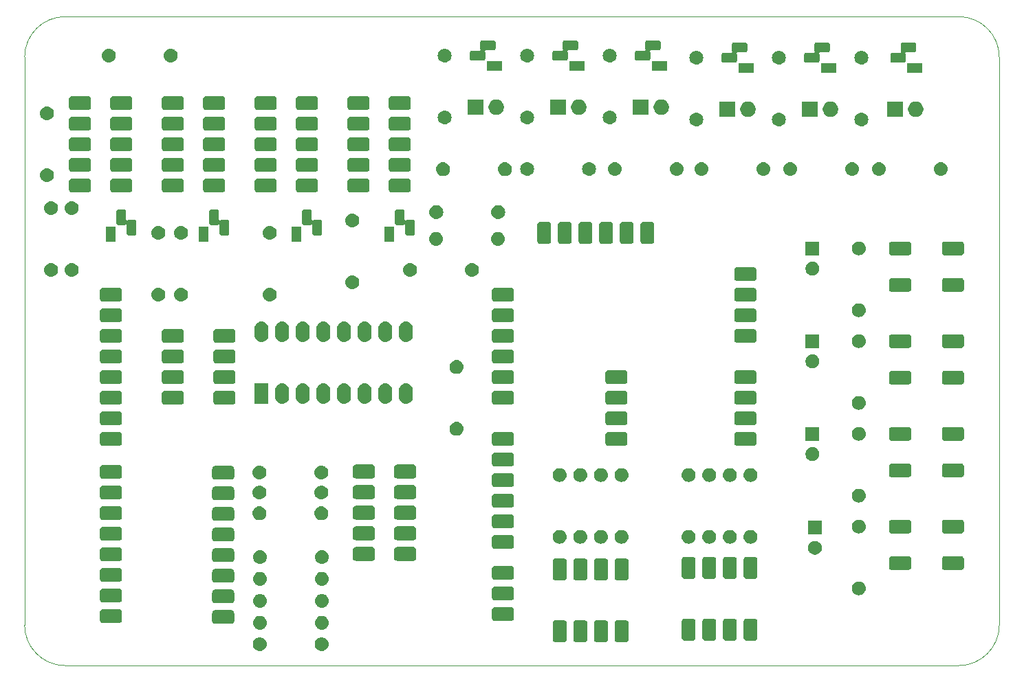
<source format=gbr>
G04 #@! TF.GenerationSoftware,KiCad,Pcbnew,(5.1.4)-1*
G04 #@! TF.CreationDate,2019-10-10T14:42:55+02:00*
G04 #@! TF.ProjectId,entrenador_v1,656e7472-656e-4616-946f-725f76312e6b,rev?*
G04 #@! TF.SameCoordinates,Original*
G04 #@! TF.FileFunction,Soldermask,Bot*
G04 #@! TF.FilePolarity,Negative*
%FSLAX46Y46*%
G04 Gerber Fmt 4.6, Leading zero omitted, Abs format (unit mm)*
G04 Created by KiCad (PCBNEW (5.1.4)-1) date 2019-10-10 14:42:55*
%MOMM*%
%LPD*%
G04 APERTURE LIST*
%ADD10C,0.050000*%
%ADD11C,0.100000*%
G04 APERTURE END LIST*
D10*
X77000000Y-122000000D02*
X77000000Y-52000000D01*
X192000000Y-127000000D02*
X82000000Y-127000000D01*
X197000000Y-52000000D02*
X197000000Y-122000000D01*
X82000000Y-47000000D02*
X192000000Y-47000000D01*
X82000000Y-127000000D02*
G75*
G02X77000000Y-122000000I0J5000000D01*
G01*
X77000000Y-52000000D02*
G75*
G02X82000000Y-47000000I5000000J0D01*
G01*
X192000000Y-47000000D02*
G75*
G02X197000000Y-52000000I0J-5000000D01*
G01*
X197000000Y-122000000D02*
G75*
G02X192000000Y-127000000I-5000000J0D01*
G01*
D11*
G36*
X113730223Y-123519713D02*
G01*
X113890642Y-123568376D01*
X113990400Y-123621698D01*
X114038478Y-123647396D01*
X114168059Y-123753741D01*
X114274404Y-123883322D01*
X114274405Y-123883324D01*
X114353424Y-124031158D01*
X114353425Y-124031161D01*
X114358812Y-124048921D01*
X114402087Y-124191577D01*
X114418517Y-124358400D01*
X114402087Y-124525223D01*
X114353424Y-124685642D01*
X114282514Y-124818306D01*
X114274404Y-124833478D01*
X114168059Y-124963059D01*
X114038478Y-125069404D01*
X114038476Y-125069405D01*
X113890642Y-125148424D01*
X113730223Y-125197087D01*
X113605204Y-125209400D01*
X113521596Y-125209400D01*
X113396577Y-125197087D01*
X113236158Y-125148424D01*
X113088324Y-125069405D01*
X113088322Y-125069404D01*
X112958741Y-124963059D01*
X112852396Y-124833478D01*
X112844286Y-124818306D01*
X112773376Y-124685642D01*
X112724713Y-124525223D01*
X112708283Y-124358400D01*
X112724713Y-124191577D01*
X112767988Y-124048921D01*
X112773375Y-124031161D01*
X112773376Y-124031158D01*
X112852395Y-123883324D01*
X112852396Y-123883322D01*
X112958741Y-123753741D01*
X113088322Y-123647396D01*
X113136400Y-123621698D01*
X113236158Y-123568376D01*
X113396577Y-123519713D01*
X113521596Y-123507400D01*
X113605204Y-123507400D01*
X113730223Y-123519713D01*
X113730223Y-123519713D01*
G37*
G36*
X106110223Y-123519713D02*
G01*
X106270642Y-123568376D01*
X106370400Y-123621698D01*
X106418478Y-123647396D01*
X106548059Y-123753741D01*
X106654404Y-123883322D01*
X106654405Y-123883324D01*
X106733424Y-124031158D01*
X106733425Y-124031161D01*
X106738812Y-124048921D01*
X106782087Y-124191577D01*
X106798517Y-124358400D01*
X106782087Y-124525223D01*
X106733424Y-124685642D01*
X106662514Y-124818306D01*
X106654404Y-124833478D01*
X106548059Y-124963059D01*
X106418478Y-125069404D01*
X106418476Y-125069405D01*
X106270642Y-125148424D01*
X106110223Y-125197087D01*
X105985204Y-125209400D01*
X105901596Y-125209400D01*
X105776577Y-125197087D01*
X105616158Y-125148424D01*
X105468324Y-125069405D01*
X105468322Y-125069404D01*
X105338741Y-124963059D01*
X105232396Y-124833478D01*
X105224286Y-124818306D01*
X105153376Y-124685642D01*
X105104713Y-124525223D01*
X105088283Y-124358400D01*
X105104713Y-124191577D01*
X105147988Y-124048921D01*
X105153375Y-124031161D01*
X105153376Y-124031158D01*
X105232395Y-123883324D01*
X105232396Y-123883322D01*
X105338741Y-123753741D01*
X105468322Y-123647396D01*
X105516400Y-123621698D01*
X105616158Y-123568376D01*
X105776577Y-123519713D01*
X105901596Y-123507400D01*
X105985204Y-123507400D01*
X106110223Y-123519713D01*
X106110223Y-123519713D01*
G37*
G36*
X151053698Y-121400168D02*
G01*
X151121685Y-121420792D01*
X151184335Y-121454279D01*
X151239252Y-121499348D01*
X151284321Y-121554265D01*
X151317808Y-121616915D01*
X151338432Y-121684902D01*
X151346000Y-121761740D01*
X151346000Y-123741460D01*
X151338432Y-123818298D01*
X151317808Y-123886285D01*
X151284321Y-123948935D01*
X151239252Y-124003852D01*
X151184335Y-124048921D01*
X151121685Y-124082408D01*
X151053698Y-124103032D01*
X150976860Y-124110600D01*
X150013140Y-124110600D01*
X149936302Y-124103032D01*
X149868315Y-124082408D01*
X149805665Y-124048921D01*
X149750748Y-124003852D01*
X149705679Y-123948935D01*
X149672192Y-123886285D01*
X149651568Y-123818298D01*
X149644000Y-123741460D01*
X149644000Y-121761740D01*
X149651568Y-121684902D01*
X149672192Y-121616915D01*
X149705679Y-121554265D01*
X149750748Y-121499348D01*
X149805665Y-121454279D01*
X149868315Y-121420792D01*
X149936302Y-121400168D01*
X150013140Y-121392600D01*
X150976860Y-121392600D01*
X151053698Y-121400168D01*
X151053698Y-121400168D01*
G37*
G36*
X143433698Y-121400168D02*
G01*
X143501685Y-121420792D01*
X143564335Y-121454279D01*
X143619252Y-121499348D01*
X143664321Y-121554265D01*
X143697808Y-121616915D01*
X143718432Y-121684902D01*
X143726000Y-121761740D01*
X143726000Y-123741460D01*
X143718432Y-123818298D01*
X143697808Y-123886285D01*
X143664321Y-123948935D01*
X143619252Y-124003852D01*
X143564335Y-124048921D01*
X143501685Y-124082408D01*
X143433698Y-124103032D01*
X143356860Y-124110600D01*
X142393140Y-124110600D01*
X142316302Y-124103032D01*
X142248315Y-124082408D01*
X142185665Y-124048921D01*
X142130748Y-124003852D01*
X142085679Y-123948935D01*
X142052192Y-123886285D01*
X142031568Y-123818298D01*
X142024000Y-123741460D01*
X142024000Y-121761740D01*
X142031568Y-121684902D01*
X142052192Y-121616915D01*
X142085679Y-121554265D01*
X142130748Y-121499348D01*
X142185665Y-121454279D01*
X142248315Y-121420792D01*
X142316302Y-121400168D01*
X142393140Y-121392600D01*
X143356860Y-121392600D01*
X143433698Y-121400168D01*
X143433698Y-121400168D01*
G37*
G36*
X145973698Y-121400168D02*
G01*
X146041685Y-121420792D01*
X146104335Y-121454279D01*
X146159252Y-121499348D01*
X146204321Y-121554265D01*
X146237808Y-121616915D01*
X146258432Y-121684902D01*
X146266000Y-121761740D01*
X146266000Y-123741460D01*
X146258432Y-123818298D01*
X146237808Y-123886285D01*
X146204321Y-123948935D01*
X146159252Y-124003852D01*
X146104335Y-124048921D01*
X146041685Y-124082408D01*
X145973698Y-124103032D01*
X145896860Y-124110600D01*
X144933140Y-124110600D01*
X144856302Y-124103032D01*
X144788315Y-124082408D01*
X144725665Y-124048921D01*
X144670748Y-124003852D01*
X144625679Y-123948935D01*
X144592192Y-123886285D01*
X144571568Y-123818298D01*
X144564000Y-123741460D01*
X144564000Y-121761740D01*
X144571568Y-121684902D01*
X144592192Y-121616915D01*
X144625679Y-121554265D01*
X144670748Y-121499348D01*
X144725665Y-121454279D01*
X144788315Y-121420792D01*
X144856302Y-121400168D01*
X144933140Y-121392600D01*
X145896860Y-121392600D01*
X145973698Y-121400168D01*
X145973698Y-121400168D01*
G37*
G36*
X148513698Y-121400168D02*
G01*
X148581685Y-121420792D01*
X148644335Y-121454279D01*
X148699252Y-121499348D01*
X148744321Y-121554265D01*
X148777808Y-121616915D01*
X148798432Y-121684902D01*
X148806000Y-121761740D01*
X148806000Y-123741460D01*
X148798432Y-123818298D01*
X148777808Y-123886285D01*
X148744321Y-123948935D01*
X148699252Y-124003852D01*
X148644335Y-124048921D01*
X148581685Y-124082408D01*
X148513698Y-124103032D01*
X148436860Y-124110600D01*
X147473140Y-124110600D01*
X147396302Y-124103032D01*
X147328315Y-124082408D01*
X147265665Y-124048921D01*
X147210748Y-124003852D01*
X147165679Y-123948935D01*
X147132192Y-123886285D01*
X147111568Y-123818298D01*
X147104000Y-123741460D01*
X147104000Y-121761740D01*
X147111568Y-121684902D01*
X147132192Y-121616915D01*
X147165679Y-121554265D01*
X147210748Y-121499348D01*
X147265665Y-121454279D01*
X147328315Y-121420792D01*
X147396302Y-121400168D01*
X147473140Y-121392600D01*
X148436860Y-121392600D01*
X148513698Y-121400168D01*
X148513698Y-121400168D01*
G37*
G36*
X159308698Y-121203568D02*
G01*
X159376685Y-121224192D01*
X159439335Y-121257679D01*
X159494252Y-121302748D01*
X159539321Y-121357665D01*
X159572808Y-121420315D01*
X159593432Y-121488302D01*
X159601000Y-121565140D01*
X159601000Y-123544860D01*
X159593432Y-123621698D01*
X159572808Y-123689685D01*
X159539321Y-123752335D01*
X159494252Y-123807252D01*
X159439335Y-123852321D01*
X159376685Y-123885808D01*
X159308698Y-123906432D01*
X159231860Y-123914000D01*
X158268140Y-123914000D01*
X158191302Y-123906432D01*
X158123315Y-123885808D01*
X158060665Y-123852321D01*
X158005748Y-123807252D01*
X157960679Y-123752335D01*
X157927192Y-123689685D01*
X157906568Y-123621698D01*
X157899000Y-123544860D01*
X157899000Y-121565140D01*
X157906568Y-121488302D01*
X157927192Y-121420315D01*
X157960679Y-121357665D01*
X158005748Y-121302748D01*
X158060665Y-121257679D01*
X158123315Y-121224192D01*
X158191302Y-121203568D01*
X158268140Y-121196000D01*
X159231860Y-121196000D01*
X159308698Y-121203568D01*
X159308698Y-121203568D01*
G37*
G36*
X161848698Y-121203568D02*
G01*
X161916685Y-121224192D01*
X161979335Y-121257679D01*
X162034252Y-121302748D01*
X162079321Y-121357665D01*
X162112808Y-121420315D01*
X162133432Y-121488302D01*
X162141000Y-121565140D01*
X162141000Y-123544860D01*
X162133432Y-123621698D01*
X162112808Y-123689685D01*
X162079321Y-123752335D01*
X162034252Y-123807252D01*
X161979335Y-123852321D01*
X161916685Y-123885808D01*
X161848698Y-123906432D01*
X161771860Y-123914000D01*
X160808140Y-123914000D01*
X160731302Y-123906432D01*
X160663315Y-123885808D01*
X160600665Y-123852321D01*
X160545748Y-123807252D01*
X160500679Y-123752335D01*
X160467192Y-123689685D01*
X160446568Y-123621698D01*
X160439000Y-123544860D01*
X160439000Y-121565140D01*
X160446568Y-121488302D01*
X160467192Y-121420315D01*
X160500679Y-121357665D01*
X160545748Y-121302748D01*
X160600665Y-121257679D01*
X160663315Y-121224192D01*
X160731302Y-121203568D01*
X160808140Y-121196000D01*
X161771860Y-121196000D01*
X161848698Y-121203568D01*
X161848698Y-121203568D01*
G37*
G36*
X164388698Y-121203568D02*
G01*
X164456685Y-121224192D01*
X164519335Y-121257679D01*
X164574252Y-121302748D01*
X164619321Y-121357665D01*
X164652808Y-121420315D01*
X164673432Y-121488302D01*
X164681000Y-121565140D01*
X164681000Y-123544860D01*
X164673432Y-123621698D01*
X164652808Y-123689685D01*
X164619321Y-123752335D01*
X164574252Y-123807252D01*
X164519335Y-123852321D01*
X164456685Y-123885808D01*
X164388698Y-123906432D01*
X164311860Y-123914000D01*
X163348140Y-123914000D01*
X163271302Y-123906432D01*
X163203315Y-123885808D01*
X163140665Y-123852321D01*
X163085748Y-123807252D01*
X163040679Y-123752335D01*
X163007192Y-123689685D01*
X162986568Y-123621698D01*
X162979000Y-123544860D01*
X162979000Y-121565140D01*
X162986568Y-121488302D01*
X163007192Y-121420315D01*
X163040679Y-121357665D01*
X163085748Y-121302748D01*
X163140665Y-121257679D01*
X163203315Y-121224192D01*
X163271302Y-121203568D01*
X163348140Y-121196000D01*
X164311860Y-121196000D01*
X164388698Y-121203568D01*
X164388698Y-121203568D01*
G37*
G36*
X166928698Y-121203568D02*
G01*
X166996685Y-121224192D01*
X167059335Y-121257679D01*
X167114252Y-121302748D01*
X167159321Y-121357665D01*
X167192808Y-121420315D01*
X167213432Y-121488302D01*
X167221000Y-121565140D01*
X167221000Y-123544860D01*
X167213432Y-123621698D01*
X167192808Y-123689685D01*
X167159321Y-123752335D01*
X167114252Y-123807252D01*
X167059335Y-123852321D01*
X166996685Y-123885808D01*
X166928698Y-123906432D01*
X166851860Y-123914000D01*
X165888140Y-123914000D01*
X165811302Y-123906432D01*
X165743315Y-123885808D01*
X165680665Y-123852321D01*
X165625748Y-123807252D01*
X165580679Y-123752335D01*
X165547192Y-123689685D01*
X165526568Y-123621698D01*
X165519000Y-123544860D01*
X165519000Y-121565140D01*
X165526568Y-121488302D01*
X165547192Y-121420315D01*
X165580679Y-121357665D01*
X165625748Y-121302748D01*
X165680665Y-121257679D01*
X165743315Y-121224192D01*
X165811302Y-121203568D01*
X165888140Y-121196000D01*
X166851860Y-121196000D01*
X166928698Y-121203568D01*
X166928698Y-121203568D01*
G37*
G36*
X106135623Y-120878113D02*
G01*
X106296042Y-120926776D01*
X106428706Y-120997686D01*
X106443878Y-121005796D01*
X106573459Y-121112141D01*
X106679804Y-121241722D01*
X106679805Y-121241724D01*
X106758824Y-121389558D01*
X106807487Y-121549977D01*
X106823917Y-121716800D01*
X106807487Y-121883623D01*
X106758824Y-122044042D01*
X106687914Y-122176706D01*
X106679804Y-122191878D01*
X106573459Y-122321459D01*
X106443878Y-122427804D01*
X106443876Y-122427805D01*
X106296042Y-122506824D01*
X106135623Y-122555487D01*
X106010604Y-122567800D01*
X105926996Y-122567800D01*
X105801977Y-122555487D01*
X105641558Y-122506824D01*
X105493724Y-122427805D01*
X105493722Y-122427804D01*
X105364141Y-122321459D01*
X105257796Y-122191878D01*
X105249686Y-122176706D01*
X105178776Y-122044042D01*
X105130113Y-121883623D01*
X105113683Y-121716800D01*
X105130113Y-121549977D01*
X105178776Y-121389558D01*
X105257795Y-121241724D01*
X105257796Y-121241722D01*
X105364141Y-121112141D01*
X105493722Y-121005796D01*
X105508894Y-120997686D01*
X105641558Y-120926776D01*
X105801977Y-120878113D01*
X105926996Y-120865800D01*
X106010604Y-120865800D01*
X106135623Y-120878113D01*
X106135623Y-120878113D01*
G37*
G36*
X113755623Y-120878113D02*
G01*
X113916042Y-120926776D01*
X114048706Y-120997686D01*
X114063878Y-121005796D01*
X114193459Y-121112141D01*
X114299804Y-121241722D01*
X114299805Y-121241724D01*
X114378824Y-121389558D01*
X114427487Y-121549977D01*
X114443917Y-121716800D01*
X114427487Y-121883623D01*
X114378824Y-122044042D01*
X114307914Y-122176706D01*
X114299804Y-122191878D01*
X114193459Y-122321459D01*
X114063878Y-122427804D01*
X114063876Y-122427805D01*
X113916042Y-122506824D01*
X113755623Y-122555487D01*
X113630604Y-122567800D01*
X113546996Y-122567800D01*
X113421977Y-122555487D01*
X113261558Y-122506824D01*
X113113724Y-122427805D01*
X113113722Y-122427804D01*
X112984141Y-122321459D01*
X112877796Y-122191878D01*
X112869686Y-122176706D01*
X112798776Y-122044042D01*
X112750113Y-121883623D01*
X112733683Y-121716800D01*
X112750113Y-121549977D01*
X112798776Y-121389558D01*
X112877795Y-121241724D01*
X112877796Y-121241722D01*
X112984141Y-121112141D01*
X113113722Y-121005796D01*
X113128894Y-120997686D01*
X113261558Y-120926776D01*
X113421977Y-120878113D01*
X113546996Y-120865800D01*
X113630604Y-120865800D01*
X113755623Y-120878113D01*
X113755623Y-120878113D01*
G37*
G36*
X102514298Y-120162168D02*
G01*
X102582285Y-120182792D01*
X102644935Y-120216279D01*
X102699852Y-120261348D01*
X102744921Y-120316265D01*
X102778408Y-120378915D01*
X102799032Y-120446902D01*
X102806600Y-120523740D01*
X102806600Y-121487460D01*
X102799032Y-121564298D01*
X102778408Y-121632285D01*
X102744921Y-121694935D01*
X102699852Y-121749852D01*
X102644935Y-121794921D01*
X102582285Y-121828408D01*
X102514298Y-121849032D01*
X102437460Y-121856600D01*
X100457740Y-121856600D01*
X100380902Y-121849032D01*
X100312915Y-121828408D01*
X100250265Y-121794921D01*
X100195348Y-121749852D01*
X100150279Y-121694935D01*
X100116792Y-121632285D01*
X100096168Y-121564298D01*
X100088600Y-121487460D01*
X100088600Y-120523740D01*
X100096168Y-120446902D01*
X100116792Y-120378915D01*
X100150279Y-120316265D01*
X100195348Y-120261348D01*
X100250265Y-120216279D01*
X100312915Y-120182792D01*
X100380902Y-120162168D01*
X100457740Y-120154600D01*
X102437460Y-120154600D01*
X102514298Y-120162168D01*
X102514298Y-120162168D01*
G37*
G36*
X88696698Y-120056568D02*
G01*
X88764685Y-120077192D01*
X88827335Y-120110679D01*
X88882252Y-120155748D01*
X88927321Y-120210665D01*
X88960808Y-120273315D01*
X88981432Y-120341302D01*
X88989000Y-120418140D01*
X88989000Y-121381860D01*
X88981432Y-121458698D01*
X88960808Y-121526685D01*
X88927321Y-121589335D01*
X88882252Y-121644252D01*
X88827335Y-121689321D01*
X88764685Y-121722808D01*
X88696698Y-121743432D01*
X88619860Y-121751000D01*
X86640140Y-121751000D01*
X86563302Y-121743432D01*
X86495315Y-121722808D01*
X86432665Y-121689321D01*
X86377748Y-121644252D01*
X86332679Y-121589335D01*
X86299192Y-121526685D01*
X86278568Y-121458698D01*
X86271000Y-121381860D01*
X86271000Y-120418140D01*
X86278568Y-120341302D01*
X86299192Y-120273315D01*
X86332679Y-120210665D01*
X86377748Y-120155748D01*
X86432665Y-120110679D01*
X86495315Y-120077192D01*
X86563302Y-120056568D01*
X86640140Y-120049000D01*
X88619860Y-120049000D01*
X88696698Y-120056568D01*
X88696698Y-120056568D01*
G37*
G36*
X136956698Y-119806568D02*
G01*
X137024685Y-119827192D01*
X137087335Y-119860679D01*
X137142252Y-119905748D01*
X137187321Y-119960665D01*
X137220808Y-120023315D01*
X137241432Y-120091302D01*
X137249000Y-120168140D01*
X137249000Y-121131860D01*
X137241432Y-121208698D01*
X137220808Y-121276685D01*
X137187321Y-121339335D01*
X137142252Y-121394252D01*
X137087335Y-121439321D01*
X137024685Y-121472808D01*
X136956698Y-121493432D01*
X136879860Y-121501000D01*
X134900140Y-121501000D01*
X134823302Y-121493432D01*
X134755315Y-121472808D01*
X134692665Y-121439321D01*
X134637748Y-121394252D01*
X134592679Y-121339335D01*
X134559192Y-121276685D01*
X134538568Y-121208698D01*
X134531000Y-121131860D01*
X134531000Y-120168140D01*
X134538568Y-120091302D01*
X134559192Y-120023315D01*
X134592679Y-119960665D01*
X134637748Y-119905748D01*
X134692665Y-119860679D01*
X134755315Y-119827192D01*
X134823302Y-119806568D01*
X134900140Y-119799000D01*
X136879860Y-119799000D01*
X136956698Y-119806568D01*
X136956698Y-119806568D01*
G37*
G36*
X113755623Y-118185713D02*
G01*
X113916042Y-118234376D01*
X113973380Y-118265024D01*
X114063878Y-118313396D01*
X114193459Y-118419741D01*
X114299804Y-118549322D01*
X114299805Y-118549324D01*
X114378824Y-118697158D01*
X114427487Y-118857577D01*
X114443917Y-119024400D01*
X114427487Y-119191223D01*
X114378824Y-119351642D01*
X114307914Y-119484306D01*
X114299804Y-119499478D01*
X114193459Y-119629059D01*
X114063878Y-119735404D01*
X114063876Y-119735405D01*
X113916042Y-119814424D01*
X113755623Y-119863087D01*
X113630604Y-119875400D01*
X113546996Y-119875400D01*
X113421977Y-119863087D01*
X113261558Y-119814424D01*
X113113724Y-119735405D01*
X113113722Y-119735404D01*
X112984141Y-119629059D01*
X112877796Y-119499478D01*
X112869686Y-119484306D01*
X112798776Y-119351642D01*
X112750113Y-119191223D01*
X112733683Y-119024400D01*
X112750113Y-118857577D01*
X112798776Y-118697158D01*
X112877795Y-118549324D01*
X112877796Y-118549322D01*
X112984141Y-118419741D01*
X113113722Y-118313396D01*
X113204220Y-118265024D01*
X113261558Y-118234376D01*
X113421977Y-118185713D01*
X113546996Y-118173400D01*
X113630604Y-118173400D01*
X113755623Y-118185713D01*
X113755623Y-118185713D01*
G37*
G36*
X106135623Y-118185713D02*
G01*
X106296042Y-118234376D01*
X106353380Y-118265024D01*
X106443878Y-118313396D01*
X106573459Y-118419741D01*
X106679804Y-118549322D01*
X106679805Y-118549324D01*
X106758824Y-118697158D01*
X106807487Y-118857577D01*
X106823917Y-119024400D01*
X106807487Y-119191223D01*
X106758824Y-119351642D01*
X106687914Y-119484306D01*
X106679804Y-119499478D01*
X106573459Y-119629059D01*
X106443878Y-119735404D01*
X106443876Y-119735405D01*
X106296042Y-119814424D01*
X106135623Y-119863087D01*
X106010604Y-119875400D01*
X105926996Y-119875400D01*
X105801977Y-119863087D01*
X105641558Y-119814424D01*
X105493724Y-119735405D01*
X105493722Y-119735404D01*
X105364141Y-119629059D01*
X105257796Y-119499478D01*
X105249686Y-119484306D01*
X105178776Y-119351642D01*
X105130113Y-119191223D01*
X105113683Y-119024400D01*
X105130113Y-118857577D01*
X105178776Y-118697158D01*
X105257795Y-118549324D01*
X105257796Y-118549322D01*
X105364141Y-118419741D01*
X105493722Y-118313396D01*
X105584220Y-118265024D01*
X105641558Y-118234376D01*
X105801977Y-118185713D01*
X105926996Y-118173400D01*
X106010604Y-118173400D01*
X106135623Y-118185713D01*
X106135623Y-118185713D01*
G37*
G36*
X102514298Y-117622168D02*
G01*
X102582285Y-117642792D01*
X102644935Y-117676279D01*
X102699852Y-117721348D01*
X102744921Y-117776265D01*
X102778408Y-117838915D01*
X102799032Y-117906902D01*
X102806600Y-117983740D01*
X102806600Y-118947460D01*
X102799032Y-119024298D01*
X102778408Y-119092285D01*
X102744921Y-119154935D01*
X102699852Y-119209852D01*
X102644935Y-119254921D01*
X102582285Y-119288408D01*
X102514298Y-119309032D01*
X102437460Y-119316600D01*
X100457740Y-119316600D01*
X100380902Y-119309032D01*
X100312915Y-119288408D01*
X100250265Y-119254921D01*
X100195348Y-119209852D01*
X100150279Y-119154935D01*
X100116792Y-119092285D01*
X100096168Y-119024298D01*
X100088600Y-118947460D01*
X100088600Y-117983740D01*
X100096168Y-117906902D01*
X100116792Y-117838915D01*
X100150279Y-117776265D01*
X100195348Y-117721348D01*
X100250265Y-117676279D01*
X100312915Y-117642792D01*
X100380902Y-117622168D01*
X100457740Y-117614600D01*
X102437460Y-117614600D01*
X102514298Y-117622168D01*
X102514298Y-117622168D01*
G37*
G36*
X88696698Y-117516568D02*
G01*
X88764685Y-117537192D01*
X88827335Y-117570679D01*
X88882252Y-117615748D01*
X88927321Y-117670665D01*
X88960808Y-117733315D01*
X88981432Y-117801302D01*
X88989000Y-117878140D01*
X88989000Y-118841860D01*
X88981432Y-118918698D01*
X88960808Y-118986685D01*
X88927321Y-119049335D01*
X88882252Y-119104252D01*
X88827335Y-119149321D01*
X88764685Y-119182808D01*
X88696698Y-119203432D01*
X88619860Y-119211000D01*
X86640140Y-119211000D01*
X86563302Y-119203432D01*
X86495315Y-119182808D01*
X86432665Y-119149321D01*
X86377748Y-119104252D01*
X86332679Y-119049335D01*
X86299192Y-118986685D01*
X86278568Y-118918698D01*
X86271000Y-118841860D01*
X86271000Y-117878140D01*
X86278568Y-117801302D01*
X86299192Y-117733315D01*
X86332679Y-117670665D01*
X86377748Y-117615748D01*
X86432665Y-117570679D01*
X86495315Y-117537192D01*
X86563302Y-117516568D01*
X86640140Y-117509000D01*
X88619860Y-117509000D01*
X88696698Y-117516568D01*
X88696698Y-117516568D01*
G37*
G36*
X136956698Y-117266568D02*
G01*
X137024685Y-117287192D01*
X137087335Y-117320679D01*
X137142252Y-117365748D01*
X137187321Y-117420665D01*
X137220808Y-117483315D01*
X137241432Y-117551302D01*
X137249000Y-117628140D01*
X137249000Y-118591860D01*
X137241432Y-118668698D01*
X137220808Y-118736685D01*
X137187321Y-118799335D01*
X137142252Y-118854252D01*
X137087335Y-118899321D01*
X137024685Y-118932808D01*
X136956698Y-118953432D01*
X136879860Y-118961000D01*
X134900140Y-118961000D01*
X134823302Y-118953432D01*
X134755315Y-118932808D01*
X134692665Y-118899321D01*
X134637748Y-118854252D01*
X134592679Y-118799335D01*
X134559192Y-118736685D01*
X134538568Y-118668698D01*
X134531000Y-118591860D01*
X134531000Y-117628140D01*
X134538568Y-117551302D01*
X134559192Y-117483315D01*
X134592679Y-117420665D01*
X134637748Y-117365748D01*
X134692665Y-117320679D01*
X134755315Y-117287192D01*
X134823302Y-117266568D01*
X134900140Y-117259000D01*
X136879860Y-117259000D01*
X136956698Y-117266568D01*
X136956698Y-117266568D01*
G37*
G36*
X179871823Y-116636313D02*
G01*
X180032242Y-116684976D01*
X180143063Y-116744211D01*
X180180078Y-116763996D01*
X180309659Y-116870341D01*
X180416004Y-116999922D01*
X180416005Y-116999924D01*
X180495024Y-117147758D01*
X180543687Y-117308177D01*
X180560117Y-117475000D01*
X180543687Y-117641823D01*
X180495024Y-117802242D01*
X180439082Y-117906902D01*
X180416004Y-117950078D01*
X180309659Y-118079659D01*
X180180078Y-118186004D01*
X180180076Y-118186005D01*
X180032242Y-118265024D01*
X179871823Y-118313687D01*
X179746804Y-118326000D01*
X179663196Y-118326000D01*
X179538177Y-118313687D01*
X179377758Y-118265024D01*
X179229924Y-118186005D01*
X179229922Y-118186004D01*
X179100341Y-118079659D01*
X178993996Y-117950078D01*
X178970918Y-117906902D01*
X178914976Y-117802242D01*
X178866313Y-117641823D01*
X178849883Y-117475000D01*
X178866313Y-117308177D01*
X178914976Y-117147758D01*
X178993995Y-116999924D01*
X178993996Y-116999922D01*
X179100341Y-116870341D01*
X179229922Y-116763996D01*
X179266937Y-116744211D01*
X179377758Y-116684976D01*
X179538177Y-116636313D01*
X179663196Y-116624000D01*
X179746804Y-116624000D01*
X179871823Y-116636313D01*
X179871823Y-116636313D01*
G37*
G36*
X106135623Y-115467913D02*
G01*
X106296042Y-115516576D01*
X106428706Y-115587486D01*
X106443878Y-115595596D01*
X106573459Y-115701941D01*
X106679804Y-115831522D01*
X106679805Y-115831524D01*
X106758824Y-115979358D01*
X106807487Y-116139777D01*
X106823917Y-116306600D01*
X106807487Y-116473423D01*
X106758824Y-116633842D01*
X106731492Y-116684976D01*
X106679804Y-116781678D01*
X106573459Y-116911259D01*
X106443878Y-117017604D01*
X106443876Y-117017605D01*
X106296042Y-117096624D01*
X106135623Y-117145287D01*
X106010604Y-117157600D01*
X105926996Y-117157600D01*
X105801977Y-117145287D01*
X105641558Y-117096624D01*
X105493724Y-117017605D01*
X105493722Y-117017604D01*
X105364141Y-116911259D01*
X105257796Y-116781678D01*
X105206108Y-116684976D01*
X105178776Y-116633842D01*
X105130113Y-116473423D01*
X105113683Y-116306600D01*
X105130113Y-116139777D01*
X105178776Y-115979358D01*
X105257795Y-115831524D01*
X105257796Y-115831522D01*
X105364141Y-115701941D01*
X105493722Y-115595596D01*
X105508894Y-115587486D01*
X105641558Y-115516576D01*
X105801977Y-115467913D01*
X105926996Y-115455600D01*
X106010604Y-115455600D01*
X106135623Y-115467913D01*
X106135623Y-115467913D01*
G37*
G36*
X113755623Y-115467913D02*
G01*
X113916042Y-115516576D01*
X114048706Y-115587486D01*
X114063878Y-115595596D01*
X114193459Y-115701941D01*
X114299804Y-115831522D01*
X114299805Y-115831524D01*
X114378824Y-115979358D01*
X114427487Y-116139777D01*
X114443917Y-116306600D01*
X114427487Y-116473423D01*
X114378824Y-116633842D01*
X114351492Y-116684976D01*
X114299804Y-116781678D01*
X114193459Y-116911259D01*
X114063878Y-117017604D01*
X114063876Y-117017605D01*
X113916042Y-117096624D01*
X113755623Y-117145287D01*
X113630604Y-117157600D01*
X113546996Y-117157600D01*
X113421977Y-117145287D01*
X113261558Y-117096624D01*
X113113724Y-117017605D01*
X113113722Y-117017604D01*
X112984141Y-116911259D01*
X112877796Y-116781678D01*
X112826108Y-116684976D01*
X112798776Y-116633842D01*
X112750113Y-116473423D01*
X112733683Y-116306600D01*
X112750113Y-116139777D01*
X112798776Y-115979358D01*
X112877795Y-115831524D01*
X112877796Y-115831522D01*
X112984141Y-115701941D01*
X113113722Y-115595596D01*
X113128894Y-115587486D01*
X113261558Y-115516576D01*
X113421977Y-115467913D01*
X113546996Y-115455600D01*
X113630604Y-115455600D01*
X113755623Y-115467913D01*
X113755623Y-115467913D01*
G37*
G36*
X102514298Y-115082168D02*
G01*
X102582285Y-115102792D01*
X102644935Y-115136279D01*
X102699852Y-115181348D01*
X102744921Y-115236265D01*
X102778408Y-115298915D01*
X102799032Y-115366902D01*
X102806600Y-115443740D01*
X102806600Y-116407460D01*
X102799032Y-116484298D01*
X102778408Y-116552285D01*
X102744921Y-116614935D01*
X102699852Y-116669852D01*
X102644935Y-116714921D01*
X102582285Y-116748408D01*
X102514298Y-116769032D01*
X102437460Y-116776600D01*
X100457740Y-116776600D01*
X100380902Y-116769032D01*
X100312915Y-116748408D01*
X100250265Y-116714921D01*
X100195348Y-116669852D01*
X100150279Y-116614935D01*
X100116792Y-116552285D01*
X100096168Y-116484298D01*
X100088600Y-116407460D01*
X100088600Y-115443740D01*
X100096168Y-115366902D01*
X100116792Y-115298915D01*
X100150279Y-115236265D01*
X100195348Y-115181348D01*
X100250265Y-115136279D01*
X100312915Y-115102792D01*
X100380902Y-115082168D01*
X100457740Y-115074600D01*
X102437460Y-115074600D01*
X102514298Y-115082168D01*
X102514298Y-115082168D01*
G37*
G36*
X88696698Y-114976568D02*
G01*
X88764685Y-114997192D01*
X88827335Y-115030679D01*
X88882252Y-115075748D01*
X88927321Y-115130665D01*
X88960808Y-115193315D01*
X88981432Y-115261302D01*
X88989000Y-115338140D01*
X88989000Y-116301860D01*
X88981432Y-116378698D01*
X88960808Y-116446685D01*
X88927321Y-116509335D01*
X88882252Y-116564252D01*
X88827335Y-116609321D01*
X88764685Y-116642808D01*
X88696698Y-116663432D01*
X88619860Y-116671000D01*
X86640140Y-116671000D01*
X86563302Y-116663432D01*
X86495315Y-116642808D01*
X86432665Y-116609321D01*
X86377748Y-116564252D01*
X86332679Y-116509335D01*
X86299192Y-116446685D01*
X86278568Y-116378698D01*
X86271000Y-116301860D01*
X86271000Y-115338140D01*
X86278568Y-115261302D01*
X86299192Y-115193315D01*
X86332679Y-115130665D01*
X86377748Y-115075748D01*
X86432665Y-115030679D01*
X86495315Y-114997192D01*
X86563302Y-114976568D01*
X86640140Y-114969000D01*
X88619860Y-114969000D01*
X88696698Y-114976568D01*
X88696698Y-114976568D01*
G37*
G36*
X151053698Y-113780168D02*
G01*
X151121685Y-113800792D01*
X151184335Y-113834279D01*
X151239252Y-113879348D01*
X151284321Y-113934265D01*
X151317808Y-113996915D01*
X151338432Y-114064902D01*
X151346000Y-114141740D01*
X151346000Y-116121460D01*
X151338432Y-116198298D01*
X151317808Y-116266285D01*
X151284321Y-116328935D01*
X151239252Y-116383852D01*
X151184335Y-116428921D01*
X151121685Y-116462408D01*
X151053698Y-116483032D01*
X150976860Y-116490600D01*
X150013140Y-116490600D01*
X149936302Y-116483032D01*
X149868315Y-116462408D01*
X149805665Y-116428921D01*
X149750748Y-116383852D01*
X149705679Y-116328935D01*
X149672192Y-116266285D01*
X149651568Y-116198298D01*
X149644000Y-116121460D01*
X149644000Y-114141740D01*
X149651568Y-114064902D01*
X149672192Y-113996915D01*
X149705679Y-113934265D01*
X149750748Y-113879348D01*
X149805665Y-113834279D01*
X149868315Y-113800792D01*
X149936302Y-113780168D01*
X150013140Y-113772600D01*
X150976860Y-113772600D01*
X151053698Y-113780168D01*
X151053698Y-113780168D01*
G37*
G36*
X148513698Y-113780168D02*
G01*
X148581685Y-113800792D01*
X148644335Y-113834279D01*
X148699252Y-113879348D01*
X148744321Y-113934265D01*
X148777808Y-113996915D01*
X148798432Y-114064902D01*
X148806000Y-114141740D01*
X148806000Y-116121460D01*
X148798432Y-116198298D01*
X148777808Y-116266285D01*
X148744321Y-116328935D01*
X148699252Y-116383852D01*
X148644335Y-116428921D01*
X148581685Y-116462408D01*
X148513698Y-116483032D01*
X148436860Y-116490600D01*
X147473140Y-116490600D01*
X147396302Y-116483032D01*
X147328315Y-116462408D01*
X147265665Y-116428921D01*
X147210748Y-116383852D01*
X147165679Y-116328935D01*
X147132192Y-116266285D01*
X147111568Y-116198298D01*
X147104000Y-116121460D01*
X147104000Y-114141740D01*
X147111568Y-114064902D01*
X147132192Y-113996915D01*
X147165679Y-113934265D01*
X147210748Y-113879348D01*
X147265665Y-113834279D01*
X147328315Y-113800792D01*
X147396302Y-113780168D01*
X147473140Y-113772600D01*
X148436860Y-113772600D01*
X148513698Y-113780168D01*
X148513698Y-113780168D01*
G37*
G36*
X143433698Y-113780168D02*
G01*
X143501685Y-113800792D01*
X143564335Y-113834279D01*
X143619252Y-113879348D01*
X143664321Y-113934265D01*
X143697808Y-113996915D01*
X143718432Y-114064902D01*
X143726000Y-114141740D01*
X143726000Y-116121460D01*
X143718432Y-116198298D01*
X143697808Y-116266285D01*
X143664321Y-116328935D01*
X143619252Y-116383852D01*
X143564335Y-116428921D01*
X143501685Y-116462408D01*
X143433698Y-116483032D01*
X143356860Y-116490600D01*
X142393140Y-116490600D01*
X142316302Y-116483032D01*
X142248315Y-116462408D01*
X142185665Y-116428921D01*
X142130748Y-116383852D01*
X142085679Y-116328935D01*
X142052192Y-116266285D01*
X142031568Y-116198298D01*
X142024000Y-116121460D01*
X142024000Y-114141740D01*
X142031568Y-114064902D01*
X142052192Y-113996915D01*
X142085679Y-113934265D01*
X142130748Y-113879348D01*
X142185665Y-113834279D01*
X142248315Y-113800792D01*
X142316302Y-113780168D01*
X142393140Y-113772600D01*
X143356860Y-113772600D01*
X143433698Y-113780168D01*
X143433698Y-113780168D01*
G37*
G36*
X145973698Y-113780168D02*
G01*
X146041685Y-113800792D01*
X146104335Y-113834279D01*
X146159252Y-113879348D01*
X146204321Y-113934265D01*
X146237808Y-113996915D01*
X146258432Y-114064902D01*
X146266000Y-114141740D01*
X146266000Y-116121460D01*
X146258432Y-116198298D01*
X146237808Y-116266285D01*
X146204321Y-116328935D01*
X146159252Y-116383852D01*
X146104335Y-116428921D01*
X146041685Y-116462408D01*
X145973698Y-116483032D01*
X145896860Y-116490600D01*
X144933140Y-116490600D01*
X144856302Y-116483032D01*
X144788315Y-116462408D01*
X144725665Y-116428921D01*
X144670748Y-116383852D01*
X144625679Y-116328935D01*
X144592192Y-116266285D01*
X144571568Y-116198298D01*
X144564000Y-116121460D01*
X144564000Y-114141740D01*
X144571568Y-114064902D01*
X144592192Y-113996915D01*
X144625679Y-113934265D01*
X144670748Y-113879348D01*
X144725665Y-113834279D01*
X144788315Y-113800792D01*
X144856302Y-113780168D01*
X144933140Y-113772600D01*
X145896860Y-113772600D01*
X145973698Y-113780168D01*
X145973698Y-113780168D01*
G37*
G36*
X136956698Y-114726568D02*
G01*
X137024685Y-114747192D01*
X137087335Y-114780679D01*
X137142252Y-114825748D01*
X137187321Y-114880665D01*
X137220808Y-114943315D01*
X137241432Y-115011302D01*
X137249000Y-115088140D01*
X137249000Y-116051860D01*
X137241432Y-116128698D01*
X137220808Y-116196685D01*
X137187321Y-116259335D01*
X137142252Y-116314252D01*
X137087335Y-116359321D01*
X137024685Y-116392808D01*
X136956698Y-116413432D01*
X136879860Y-116421000D01*
X134900140Y-116421000D01*
X134823302Y-116413432D01*
X134755315Y-116392808D01*
X134692665Y-116359321D01*
X134637748Y-116314252D01*
X134592679Y-116259335D01*
X134559192Y-116196685D01*
X134538568Y-116128698D01*
X134531000Y-116051860D01*
X134531000Y-115088140D01*
X134538568Y-115011302D01*
X134559192Y-114943315D01*
X134592679Y-114880665D01*
X134637748Y-114825748D01*
X134692665Y-114780679D01*
X134755315Y-114747192D01*
X134823302Y-114726568D01*
X134900140Y-114719000D01*
X136879860Y-114719000D01*
X136956698Y-114726568D01*
X136956698Y-114726568D01*
G37*
G36*
X159308698Y-113583568D02*
G01*
X159376685Y-113604192D01*
X159439335Y-113637679D01*
X159494252Y-113682748D01*
X159539321Y-113737665D01*
X159572808Y-113800315D01*
X159593432Y-113868302D01*
X159601000Y-113945140D01*
X159601000Y-115924860D01*
X159593432Y-116001698D01*
X159572808Y-116069685D01*
X159539321Y-116132335D01*
X159494252Y-116187252D01*
X159439335Y-116232321D01*
X159376685Y-116265808D01*
X159308698Y-116286432D01*
X159231860Y-116294000D01*
X158268140Y-116294000D01*
X158191302Y-116286432D01*
X158123315Y-116265808D01*
X158060665Y-116232321D01*
X158005748Y-116187252D01*
X157960679Y-116132335D01*
X157927192Y-116069685D01*
X157906568Y-116001698D01*
X157899000Y-115924860D01*
X157899000Y-113945140D01*
X157906568Y-113868302D01*
X157927192Y-113800315D01*
X157960679Y-113737665D01*
X158005748Y-113682748D01*
X158060665Y-113637679D01*
X158123315Y-113604192D01*
X158191302Y-113583568D01*
X158268140Y-113576000D01*
X159231860Y-113576000D01*
X159308698Y-113583568D01*
X159308698Y-113583568D01*
G37*
G36*
X161848698Y-113583568D02*
G01*
X161916685Y-113604192D01*
X161979335Y-113637679D01*
X162034252Y-113682748D01*
X162079321Y-113737665D01*
X162112808Y-113800315D01*
X162133432Y-113868302D01*
X162141000Y-113945140D01*
X162141000Y-115924860D01*
X162133432Y-116001698D01*
X162112808Y-116069685D01*
X162079321Y-116132335D01*
X162034252Y-116187252D01*
X161979335Y-116232321D01*
X161916685Y-116265808D01*
X161848698Y-116286432D01*
X161771860Y-116294000D01*
X160808140Y-116294000D01*
X160731302Y-116286432D01*
X160663315Y-116265808D01*
X160600665Y-116232321D01*
X160545748Y-116187252D01*
X160500679Y-116132335D01*
X160467192Y-116069685D01*
X160446568Y-116001698D01*
X160439000Y-115924860D01*
X160439000Y-113945140D01*
X160446568Y-113868302D01*
X160467192Y-113800315D01*
X160500679Y-113737665D01*
X160545748Y-113682748D01*
X160600665Y-113637679D01*
X160663315Y-113604192D01*
X160731302Y-113583568D01*
X160808140Y-113576000D01*
X161771860Y-113576000D01*
X161848698Y-113583568D01*
X161848698Y-113583568D01*
G37*
G36*
X164388698Y-113583568D02*
G01*
X164456685Y-113604192D01*
X164519335Y-113637679D01*
X164574252Y-113682748D01*
X164619321Y-113737665D01*
X164652808Y-113800315D01*
X164673432Y-113868302D01*
X164681000Y-113945140D01*
X164681000Y-115924860D01*
X164673432Y-116001698D01*
X164652808Y-116069685D01*
X164619321Y-116132335D01*
X164574252Y-116187252D01*
X164519335Y-116232321D01*
X164456685Y-116265808D01*
X164388698Y-116286432D01*
X164311860Y-116294000D01*
X163348140Y-116294000D01*
X163271302Y-116286432D01*
X163203315Y-116265808D01*
X163140665Y-116232321D01*
X163085748Y-116187252D01*
X163040679Y-116132335D01*
X163007192Y-116069685D01*
X162986568Y-116001698D01*
X162979000Y-115924860D01*
X162979000Y-113945140D01*
X162986568Y-113868302D01*
X163007192Y-113800315D01*
X163040679Y-113737665D01*
X163085748Y-113682748D01*
X163140665Y-113637679D01*
X163203315Y-113604192D01*
X163271302Y-113583568D01*
X163348140Y-113576000D01*
X164311860Y-113576000D01*
X164388698Y-113583568D01*
X164388698Y-113583568D01*
G37*
G36*
X166928698Y-113583568D02*
G01*
X166996685Y-113604192D01*
X167059335Y-113637679D01*
X167114252Y-113682748D01*
X167159321Y-113737665D01*
X167192808Y-113800315D01*
X167213432Y-113868302D01*
X167221000Y-113945140D01*
X167221000Y-115924860D01*
X167213432Y-116001698D01*
X167192808Y-116069685D01*
X167159321Y-116132335D01*
X167114252Y-116187252D01*
X167059335Y-116232321D01*
X166996685Y-116265808D01*
X166928698Y-116286432D01*
X166851860Y-116294000D01*
X165888140Y-116294000D01*
X165811302Y-116286432D01*
X165743315Y-116265808D01*
X165680665Y-116232321D01*
X165625748Y-116187252D01*
X165580679Y-116132335D01*
X165547192Y-116069685D01*
X165526568Y-116001698D01*
X165519000Y-115924860D01*
X165519000Y-113945140D01*
X165526568Y-113868302D01*
X165547192Y-113800315D01*
X165580679Y-113737665D01*
X165625748Y-113682748D01*
X165680665Y-113637679D01*
X165743315Y-113604192D01*
X165811302Y-113583568D01*
X165888140Y-113576000D01*
X166851860Y-113576000D01*
X166928698Y-113583568D01*
X166928698Y-113583568D01*
G37*
G36*
X185851698Y-113511568D02*
G01*
X185919685Y-113532192D01*
X185982335Y-113565679D01*
X186037252Y-113610748D01*
X186082321Y-113665665D01*
X186115808Y-113728315D01*
X186136432Y-113796302D01*
X186144000Y-113873140D01*
X186144000Y-114836860D01*
X186136432Y-114913698D01*
X186115808Y-114981685D01*
X186082321Y-115044335D01*
X186037252Y-115099252D01*
X185982335Y-115144321D01*
X185919685Y-115177808D01*
X185851698Y-115198432D01*
X185774860Y-115206000D01*
X183795140Y-115206000D01*
X183718302Y-115198432D01*
X183650315Y-115177808D01*
X183587665Y-115144321D01*
X183532748Y-115099252D01*
X183487679Y-115044335D01*
X183454192Y-114981685D01*
X183433568Y-114913698D01*
X183426000Y-114836860D01*
X183426000Y-113873140D01*
X183433568Y-113796302D01*
X183454192Y-113728315D01*
X183487679Y-113665665D01*
X183532748Y-113610748D01*
X183587665Y-113565679D01*
X183650315Y-113532192D01*
X183718302Y-113511568D01*
X183795140Y-113504000D01*
X185774860Y-113504000D01*
X185851698Y-113511568D01*
X185851698Y-113511568D01*
G37*
G36*
X192351698Y-113511568D02*
G01*
X192419685Y-113532192D01*
X192482335Y-113565679D01*
X192537252Y-113610748D01*
X192582321Y-113665665D01*
X192615808Y-113728315D01*
X192636432Y-113796302D01*
X192644000Y-113873140D01*
X192644000Y-114836860D01*
X192636432Y-114913698D01*
X192615808Y-114981685D01*
X192582321Y-115044335D01*
X192537252Y-115099252D01*
X192482335Y-115144321D01*
X192419685Y-115177808D01*
X192351698Y-115198432D01*
X192274860Y-115206000D01*
X190295140Y-115206000D01*
X190218302Y-115198432D01*
X190150315Y-115177808D01*
X190087665Y-115144321D01*
X190032748Y-115099252D01*
X189987679Y-115044335D01*
X189954192Y-114981685D01*
X189933568Y-114913698D01*
X189926000Y-114836860D01*
X189926000Y-113873140D01*
X189933568Y-113796302D01*
X189954192Y-113728315D01*
X189987679Y-113665665D01*
X190032748Y-113610748D01*
X190087665Y-113565679D01*
X190150315Y-113532192D01*
X190218302Y-113511568D01*
X190295140Y-113504000D01*
X192274860Y-113504000D01*
X192351698Y-113511568D01*
X192351698Y-113511568D01*
G37*
G36*
X106135623Y-112775513D02*
G01*
X106296042Y-112824176D01*
X106352774Y-112854500D01*
X106443878Y-112903196D01*
X106573459Y-113009541D01*
X106679804Y-113139122D01*
X106679805Y-113139124D01*
X106758824Y-113286958D01*
X106807487Y-113447377D01*
X106823917Y-113614200D01*
X106807487Y-113781023D01*
X106758824Y-113941442D01*
X106720848Y-114012490D01*
X106679804Y-114089278D01*
X106573459Y-114218859D01*
X106443878Y-114325204D01*
X106443876Y-114325205D01*
X106296042Y-114404224D01*
X106135623Y-114452887D01*
X106010604Y-114465200D01*
X105926996Y-114465200D01*
X105801977Y-114452887D01*
X105641558Y-114404224D01*
X105493724Y-114325205D01*
X105493722Y-114325204D01*
X105364141Y-114218859D01*
X105257796Y-114089278D01*
X105216752Y-114012490D01*
X105178776Y-113941442D01*
X105130113Y-113781023D01*
X105113683Y-113614200D01*
X105130113Y-113447377D01*
X105178776Y-113286958D01*
X105257795Y-113139124D01*
X105257796Y-113139122D01*
X105364141Y-113009541D01*
X105493722Y-112903196D01*
X105584826Y-112854500D01*
X105641558Y-112824176D01*
X105801977Y-112775513D01*
X105926996Y-112763200D01*
X106010604Y-112763200D01*
X106135623Y-112775513D01*
X106135623Y-112775513D01*
G37*
G36*
X113755623Y-112775513D02*
G01*
X113916042Y-112824176D01*
X113972774Y-112854500D01*
X114063878Y-112903196D01*
X114193459Y-113009541D01*
X114299804Y-113139122D01*
X114299805Y-113139124D01*
X114378824Y-113286958D01*
X114427487Y-113447377D01*
X114443917Y-113614200D01*
X114427487Y-113781023D01*
X114378824Y-113941442D01*
X114340848Y-114012490D01*
X114299804Y-114089278D01*
X114193459Y-114218859D01*
X114063878Y-114325204D01*
X114063876Y-114325205D01*
X113916042Y-114404224D01*
X113755623Y-114452887D01*
X113630604Y-114465200D01*
X113546996Y-114465200D01*
X113421977Y-114452887D01*
X113261558Y-114404224D01*
X113113724Y-114325205D01*
X113113722Y-114325204D01*
X112984141Y-114218859D01*
X112877796Y-114089278D01*
X112836752Y-114012490D01*
X112798776Y-113941442D01*
X112750113Y-113781023D01*
X112733683Y-113614200D01*
X112750113Y-113447377D01*
X112798776Y-113286958D01*
X112877795Y-113139124D01*
X112877796Y-113139122D01*
X112984141Y-113009541D01*
X113113722Y-112903196D01*
X113204826Y-112854500D01*
X113261558Y-112824176D01*
X113421977Y-112775513D01*
X113546996Y-112763200D01*
X113630604Y-112763200D01*
X113755623Y-112775513D01*
X113755623Y-112775513D01*
G37*
G36*
X102514298Y-112542168D02*
G01*
X102582285Y-112562792D01*
X102644935Y-112596279D01*
X102699852Y-112641348D01*
X102744921Y-112696265D01*
X102778408Y-112758915D01*
X102799032Y-112826902D01*
X102806600Y-112903740D01*
X102806600Y-113867460D01*
X102799032Y-113944298D01*
X102778408Y-114012285D01*
X102744921Y-114074935D01*
X102699852Y-114129852D01*
X102644935Y-114174921D01*
X102582285Y-114208408D01*
X102514298Y-114229032D01*
X102437460Y-114236600D01*
X100457740Y-114236600D01*
X100380902Y-114229032D01*
X100312915Y-114208408D01*
X100250265Y-114174921D01*
X100195348Y-114129852D01*
X100150279Y-114074935D01*
X100116792Y-114012285D01*
X100096168Y-113944298D01*
X100088600Y-113867460D01*
X100088600Y-112903740D01*
X100096168Y-112826902D01*
X100116792Y-112758915D01*
X100150279Y-112696265D01*
X100195348Y-112641348D01*
X100250265Y-112596279D01*
X100312915Y-112562792D01*
X100380902Y-112542168D01*
X100457740Y-112534600D01*
X102437460Y-112534600D01*
X102514298Y-112542168D01*
X102514298Y-112542168D01*
G37*
G36*
X88696698Y-112436568D02*
G01*
X88764685Y-112457192D01*
X88827335Y-112490679D01*
X88882252Y-112535748D01*
X88927321Y-112590665D01*
X88960808Y-112653315D01*
X88981432Y-112721302D01*
X88989000Y-112798140D01*
X88989000Y-113761860D01*
X88981432Y-113838698D01*
X88960808Y-113906685D01*
X88927321Y-113969335D01*
X88882252Y-114024252D01*
X88827335Y-114069321D01*
X88764685Y-114102808D01*
X88696698Y-114123432D01*
X88619860Y-114131000D01*
X86640140Y-114131000D01*
X86563302Y-114123432D01*
X86495315Y-114102808D01*
X86432665Y-114069321D01*
X86377748Y-114024252D01*
X86332679Y-113969335D01*
X86299192Y-113906685D01*
X86278568Y-113838698D01*
X86271000Y-113761860D01*
X86271000Y-112798140D01*
X86278568Y-112721302D01*
X86299192Y-112653315D01*
X86332679Y-112590665D01*
X86377748Y-112535748D01*
X86432665Y-112490679D01*
X86495315Y-112457192D01*
X86563302Y-112436568D01*
X86640140Y-112429000D01*
X88619860Y-112429000D01*
X88696698Y-112436568D01*
X88696698Y-112436568D01*
G37*
G36*
X119837098Y-112389768D02*
G01*
X119905085Y-112410392D01*
X119967735Y-112443879D01*
X120022652Y-112488948D01*
X120067721Y-112543865D01*
X120101208Y-112606515D01*
X120121832Y-112674502D01*
X120129400Y-112751340D01*
X120129400Y-113715060D01*
X120121832Y-113791898D01*
X120101208Y-113859885D01*
X120067721Y-113922535D01*
X120022652Y-113977452D01*
X119967735Y-114022521D01*
X119905085Y-114056008D01*
X119837098Y-114076632D01*
X119760260Y-114084200D01*
X117780540Y-114084200D01*
X117703702Y-114076632D01*
X117635715Y-114056008D01*
X117573065Y-114022521D01*
X117518148Y-113977452D01*
X117473079Y-113922535D01*
X117439592Y-113859885D01*
X117418968Y-113791898D01*
X117411400Y-113715060D01*
X117411400Y-112751340D01*
X117418968Y-112674502D01*
X117439592Y-112606515D01*
X117473079Y-112543865D01*
X117518148Y-112488948D01*
X117573065Y-112443879D01*
X117635715Y-112410392D01*
X117703702Y-112389768D01*
X117780540Y-112382200D01*
X119760260Y-112382200D01*
X119837098Y-112389768D01*
X119837098Y-112389768D01*
G37*
G36*
X124917098Y-112389768D02*
G01*
X124985085Y-112410392D01*
X125047735Y-112443879D01*
X125102652Y-112488948D01*
X125147721Y-112543865D01*
X125181208Y-112606515D01*
X125201832Y-112674502D01*
X125209400Y-112751340D01*
X125209400Y-113715060D01*
X125201832Y-113791898D01*
X125181208Y-113859885D01*
X125147721Y-113922535D01*
X125102652Y-113977452D01*
X125047735Y-114022521D01*
X124985085Y-114056008D01*
X124917098Y-114076632D01*
X124840260Y-114084200D01*
X122860540Y-114084200D01*
X122783702Y-114076632D01*
X122715715Y-114056008D01*
X122653065Y-114022521D01*
X122598148Y-113977452D01*
X122553079Y-113922535D01*
X122519592Y-113859885D01*
X122498968Y-113791898D01*
X122491400Y-113715060D01*
X122491400Y-112751340D01*
X122498968Y-112674502D01*
X122519592Y-112606515D01*
X122553079Y-112543865D01*
X122598148Y-112488948D01*
X122653065Y-112443879D01*
X122715715Y-112410392D01*
X122783702Y-112389768D01*
X122860540Y-112382200D01*
X124840260Y-112382200D01*
X124917098Y-112389768D01*
X124917098Y-112389768D01*
G37*
G36*
X174543028Y-111663703D02*
G01*
X174697900Y-111727853D01*
X174837281Y-111820985D01*
X174955815Y-111939519D01*
X175048947Y-112078900D01*
X175113097Y-112233772D01*
X175145800Y-112398184D01*
X175145800Y-112565816D01*
X175113097Y-112730228D01*
X175048947Y-112885100D01*
X174955815Y-113024481D01*
X174837281Y-113143015D01*
X174697900Y-113236147D01*
X174543028Y-113300297D01*
X174378616Y-113333000D01*
X174210984Y-113333000D01*
X174046572Y-113300297D01*
X173891700Y-113236147D01*
X173752319Y-113143015D01*
X173633785Y-113024481D01*
X173540653Y-112885100D01*
X173476503Y-112730228D01*
X173443800Y-112565816D01*
X173443800Y-112398184D01*
X173476503Y-112233772D01*
X173540653Y-112078900D01*
X173633785Y-111939519D01*
X173752319Y-111820985D01*
X173891700Y-111727853D01*
X174046572Y-111663703D01*
X174210984Y-111631000D01*
X174378616Y-111631000D01*
X174543028Y-111663703D01*
X174543028Y-111663703D01*
G37*
G36*
X136956698Y-110916568D02*
G01*
X137024685Y-110937192D01*
X137087335Y-110970679D01*
X137142252Y-111015748D01*
X137187321Y-111070665D01*
X137220808Y-111133315D01*
X137241432Y-111201302D01*
X137249000Y-111278140D01*
X137249000Y-112241860D01*
X137241432Y-112318698D01*
X137220808Y-112386685D01*
X137187321Y-112449335D01*
X137142252Y-112504252D01*
X137087335Y-112549321D01*
X137024685Y-112582808D01*
X136956698Y-112603432D01*
X136879860Y-112611000D01*
X134900140Y-112611000D01*
X134823302Y-112603432D01*
X134755315Y-112582808D01*
X134692665Y-112549321D01*
X134637748Y-112504252D01*
X134592679Y-112449335D01*
X134559192Y-112386685D01*
X134538568Y-112318698D01*
X134531000Y-112241860D01*
X134531000Y-111278140D01*
X134538568Y-111201302D01*
X134559192Y-111133315D01*
X134592679Y-111070665D01*
X134637748Y-111015748D01*
X134692665Y-110970679D01*
X134755315Y-110937192D01*
X134823302Y-110916568D01*
X134900140Y-110909000D01*
X136879860Y-110909000D01*
X136956698Y-110916568D01*
X136956698Y-110916568D01*
G37*
G36*
X150661823Y-110286313D02*
G01*
X150822242Y-110334976D01*
X150954906Y-110405886D01*
X150970078Y-110413996D01*
X151099659Y-110520341D01*
X151206004Y-110649922D01*
X151206005Y-110649924D01*
X151285024Y-110797758D01*
X151333687Y-110958177D01*
X151350117Y-111125000D01*
X151333687Y-111291823D01*
X151285024Y-111452242D01*
X151225925Y-111562808D01*
X151206004Y-111600078D01*
X151099659Y-111729659D01*
X150970078Y-111836004D01*
X150970076Y-111836005D01*
X150822242Y-111915024D01*
X150661823Y-111963687D01*
X150536804Y-111976000D01*
X150453196Y-111976000D01*
X150328177Y-111963687D01*
X150167758Y-111915024D01*
X150019924Y-111836005D01*
X150019922Y-111836004D01*
X149890341Y-111729659D01*
X149783996Y-111600078D01*
X149764075Y-111562808D01*
X149704976Y-111452242D01*
X149656313Y-111291823D01*
X149639883Y-111125000D01*
X149656313Y-110958177D01*
X149704976Y-110797758D01*
X149783995Y-110649924D01*
X149783996Y-110649922D01*
X149890341Y-110520341D01*
X150019922Y-110413996D01*
X150035094Y-110405886D01*
X150167758Y-110334976D01*
X150328177Y-110286313D01*
X150453196Y-110274000D01*
X150536804Y-110274000D01*
X150661823Y-110286313D01*
X150661823Y-110286313D01*
G37*
G36*
X166536823Y-110286313D02*
G01*
X166697242Y-110334976D01*
X166829906Y-110405886D01*
X166845078Y-110413996D01*
X166974659Y-110520341D01*
X167081004Y-110649922D01*
X167081005Y-110649924D01*
X167160024Y-110797758D01*
X167208687Y-110958177D01*
X167225117Y-111125000D01*
X167208687Y-111291823D01*
X167160024Y-111452242D01*
X167100925Y-111562808D01*
X167081004Y-111600078D01*
X166974659Y-111729659D01*
X166845078Y-111836004D01*
X166845076Y-111836005D01*
X166697242Y-111915024D01*
X166536823Y-111963687D01*
X166411804Y-111976000D01*
X166328196Y-111976000D01*
X166203177Y-111963687D01*
X166042758Y-111915024D01*
X165894924Y-111836005D01*
X165894922Y-111836004D01*
X165765341Y-111729659D01*
X165658996Y-111600078D01*
X165639075Y-111562808D01*
X165579976Y-111452242D01*
X165531313Y-111291823D01*
X165514883Y-111125000D01*
X165531313Y-110958177D01*
X165579976Y-110797758D01*
X165658995Y-110649924D01*
X165658996Y-110649922D01*
X165765341Y-110520341D01*
X165894922Y-110413996D01*
X165910094Y-110405886D01*
X166042758Y-110334976D01*
X166203177Y-110286313D01*
X166328196Y-110274000D01*
X166411804Y-110274000D01*
X166536823Y-110286313D01*
X166536823Y-110286313D01*
G37*
G36*
X145581823Y-110286313D02*
G01*
X145742242Y-110334976D01*
X145874906Y-110405886D01*
X145890078Y-110413996D01*
X146019659Y-110520341D01*
X146126004Y-110649922D01*
X146126005Y-110649924D01*
X146205024Y-110797758D01*
X146253687Y-110958177D01*
X146270117Y-111125000D01*
X146253687Y-111291823D01*
X146205024Y-111452242D01*
X146145925Y-111562808D01*
X146126004Y-111600078D01*
X146019659Y-111729659D01*
X145890078Y-111836004D01*
X145890076Y-111836005D01*
X145742242Y-111915024D01*
X145581823Y-111963687D01*
X145456804Y-111976000D01*
X145373196Y-111976000D01*
X145248177Y-111963687D01*
X145087758Y-111915024D01*
X144939924Y-111836005D01*
X144939922Y-111836004D01*
X144810341Y-111729659D01*
X144703996Y-111600078D01*
X144684075Y-111562808D01*
X144624976Y-111452242D01*
X144576313Y-111291823D01*
X144559883Y-111125000D01*
X144576313Y-110958177D01*
X144624976Y-110797758D01*
X144703995Y-110649924D01*
X144703996Y-110649922D01*
X144810341Y-110520341D01*
X144939922Y-110413996D01*
X144955094Y-110405886D01*
X145087758Y-110334976D01*
X145248177Y-110286313D01*
X145373196Y-110274000D01*
X145456804Y-110274000D01*
X145581823Y-110286313D01*
X145581823Y-110286313D01*
G37*
G36*
X148121823Y-110286313D02*
G01*
X148282242Y-110334976D01*
X148414906Y-110405886D01*
X148430078Y-110413996D01*
X148559659Y-110520341D01*
X148666004Y-110649922D01*
X148666005Y-110649924D01*
X148745024Y-110797758D01*
X148793687Y-110958177D01*
X148810117Y-111125000D01*
X148793687Y-111291823D01*
X148745024Y-111452242D01*
X148685925Y-111562808D01*
X148666004Y-111600078D01*
X148559659Y-111729659D01*
X148430078Y-111836004D01*
X148430076Y-111836005D01*
X148282242Y-111915024D01*
X148121823Y-111963687D01*
X147996804Y-111976000D01*
X147913196Y-111976000D01*
X147788177Y-111963687D01*
X147627758Y-111915024D01*
X147479924Y-111836005D01*
X147479922Y-111836004D01*
X147350341Y-111729659D01*
X147243996Y-111600078D01*
X147224075Y-111562808D01*
X147164976Y-111452242D01*
X147116313Y-111291823D01*
X147099883Y-111125000D01*
X147116313Y-110958177D01*
X147164976Y-110797758D01*
X147243995Y-110649924D01*
X147243996Y-110649922D01*
X147350341Y-110520341D01*
X147479922Y-110413996D01*
X147495094Y-110405886D01*
X147627758Y-110334976D01*
X147788177Y-110286313D01*
X147913196Y-110274000D01*
X147996804Y-110274000D01*
X148121823Y-110286313D01*
X148121823Y-110286313D01*
G37*
G36*
X163996823Y-110286313D02*
G01*
X164157242Y-110334976D01*
X164289906Y-110405886D01*
X164305078Y-110413996D01*
X164434659Y-110520341D01*
X164541004Y-110649922D01*
X164541005Y-110649924D01*
X164620024Y-110797758D01*
X164668687Y-110958177D01*
X164685117Y-111125000D01*
X164668687Y-111291823D01*
X164620024Y-111452242D01*
X164560925Y-111562808D01*
X164541004Y-111600078D01*
X164434659Y-111729659D01*
X164305078Y-111836004D01*
X164305076Y-111836005D01*
X164157242Y-111915024D01*
X163996823Y-111963687D01*
X163871804Y-111976000D01*
X163788196Y-111976000D01*
X163663177Y-111963687D01*
X163502758Y-111915024D01*
X163354924Y-111836005D01*
X163354922Y-111836004D01*
X163225341Y-111729659D01*
X163118996Y-111600078D01*
X163099075Y-111562808D01*
X163039976Y-111452242D01*
X162991313Y-111291823D01*
X162974883Y-111125000D01*
X162991313Y-110958177D01*
X163039976Y-110797758D01*
X163118995Y-110649924D01*
X163118996Y-110649922D01*
X163225341Y-110520341D01*
X163354922Y-110413996D01*
X163370094Y-110405886D01*
X163502758Y-110334976D01*
X163663177Y-110286313D01*
X163788196Y-110274000D01*
X163871804Y-110274000D01*
X163996823Y-110286313D01*
X163996823Y-110286313D01*
G37*
G36*
X161456823Y-110286313D02*
G01*
X161617242Y-110334976D01*
X161749906Y-110405886D01*
X161765078Y-110413996D01*
X161894659Y-110520341D01*
X162001004Y-110649922D01*
X162001005Y-110649924D01*
X162080024Y-110797758D01*
X162128687Y-110958177D01*
X162145117Y-111125000D01*
X162128687Y-111291823D01*
X162080024Y-111452242D01*
X162020925Y-111562808D01*
X162001004Y-111600078D01*
X161894659Y-111729659D01*
X161765078Y-111836004D01*
X161765076Y-111836005D01*
X161617242Y-111915024D01*
X161456823Y-111963687D01*
X161331804Y-111976000D01*
X161248196Y-111976000D01*
X161123177Y-111963687D01*
X160962758Y-111915024D01*
X160814924Y-111836005D01*
X160814922Y-111836004D01*
X160685341Y-111729659D01*
X160578996Y-111600078D01*
X160559075Y-111562808D01*
X160499976Y-111452242D01*
X160451313Y-111291823D01*
X160434883Y-111125000D01*
X160451313Y-110958177D01*
X160499976Y-110797758D01*
X160578995Y-110649924D01*
X160578996Y-110649922D01*
X160685341Y-110520341D01*
X160814922Y-110413996D01*
X160830094Y-110405886D01*
X160962758Y-110334976D01*
X161123177Y-110286313D01*
X161248196Y-110274000D01*
X161331804Y-110274000D01*
X161456823Y-110286313D01*
X161456823Y-110286313D01*
G37*
G36*
X143041823Y-110286313D02*
G01*
X143202242Y-110334976D01*
X143334906Y-110405886D01*
X143350078Y-110413996D01*
X143479659Y-110520341D01*
X143586004Y-110649922D01*
X143586005Y-110649924D01*
X143665024Y-110797758D01*
X143713687Y-110958177D01*
X143730117Y-111125000D01*
X143713687Y-111291823D01*
X143665024Y-111452242D01*
X143605925Y-111562808D01*
X143586004Y-111600078D01*
X143479659Y-111729659D01*
X143350078Y-111836004D01*
X143350076Y-111836005D01*
X143202242Y-111915024D01*
X143041823Y-111963687D01*
X142916804Y-111976000D01*
X142833196Y-111976000D01*
X142708177Y-111963687D01*
X142547758Y-111915024D01*
X142399924Y-111836005D01*
X142399922Y-111836004D01*
X142270341Y-111729659D01*
X142163996Y-111600078D01*
X142144075Y-111562808D01*
X142084976Y-111452242D01*
X142036313Y-111291823D01*
X142019883Y-111125000D01*
X142036313Y-110958177D01*
X142084976Y-110797758D01*
X142163995Y-110649924D01*
X142163996Y-110649922D01*
X142270341Y-110520341D01*
X142399922Y-110413996D01*
X142415094Y-110405886D01*
X142547758Y-110334976D01*
X142708177Y-110286313D01*
X142833196Y-110274000D01*
X142916804Y-110274000D01*
X143041823Y-110286313D01*
X143041823Y-110286313D01*
G37*
G36*
X158916823Y-110286313D02*
G01*
X159077242Y-110334976D01*
X159209906Y-110405886D01*
X159225078Y-110413996D01*
X159354659Y-110520341D01*
X159461004Y-110649922D01*
X159461005Y-110649924D01*
X159540024Y-110797758D01*
X159588687Y-110958177D01*
X159605117Y-111125000D01*
X159588687Y-111291823D01*
X159540024Y-111452242D01*
X159480925Y-111562808D01*
X159461004Y-111600078D01*
X159354659Y-111729659D01*
X159225078Y-111836004D01*
X159225076Y-111836005D01*
X159077242Y-111915024D01*
X158916823Y-111963687D01*
X158791804Y-111976000D01*
X158708196Y-111976000D01*
X158583177Y-111963687D01*
X158422758Y-111915024D01*
X158274924Y-111836005D01*
X158274922Y-111836004D01*
X158145341Y-111729659D01*
X158038996Y-111600078D01*
X158019075Y-111562808D01*
X157959976Y-111452242D01*
X157911313Y-111291823D01*
X157894883Y-111125000D01*
X157911313Y-110958177D01*
X157959976Y-110797758D01*
X158038995Y-110649924D01*
X158038996Y-110649922D01*
X158145341Y-110520341D01*
X158274922Y-110413996D01*
X158290094Y-110405886D01*
X158422758Y-110334976D01*
X158583177Y-110286313D01*
X158708196Y-110274000D01*
X158791804Y-110274000D01*
X158916823Y-110286313D01*
X158916823Y-110286313D01*
G37*
G36*
X102514298Y-110002168D02*
G01*
X102582285Y-110022792D01*
X102644935Y-110056279D01*
X102699852Y-110101348D01*
X102744921Y-110156265D01*
X102778408Y-110218915D01*
X102799032Y-110286902D01*
X102806600Y-110363740D01*
X102806600Y-111327460D01*
X102799032Y-111404298D01*
X102778408Y-111472285D01*
X102744921Y-111534935D01*
X102699852Y-111589852D01*
X102644935Y-111634921D01*
X102582285Y-111668408D01*
X102514298Y-111689032D01*
X102437460Y-111696600D01*
X100457740Y-111696600D01*
X100380902Y-111689032D01*
X100312915Y-111668408D01*
X100250265Y-111634921D01*
X100195348Y-111589852D01*
X100150279Y-111534935D01*
X100116792Y-111472285D01*
X100096168Y-111404298D01*
X100088600Y-111327460D01*
X100088600Y-110363740D01*
X100096168Y-110286902D01*
X100116792Y-110218915D01*
X100150279Y-110156265D01*
X100195348Y-110101348D01*
X100250265Y-110056279D01*
X100312915Y-110022792D01*
X100380902Y-110002168D01*
X100457740Y-109994600D01*
X102437460Y-109994600D01*
X102514298Y-110002168D01*
X102514298Y-110002168D01*
G37*
G36*
X88696698Y-109896568D02*
G01*
X88764685Y-109917192D01*
X88827335Y-109950679D01*
X88882252Y-109995748D01*
X88927321Y-110050665D01*
X88960808Y-110113315D01*
X88981432Y-110181302D01*
X88989000Y-110258140D01*
X88989000Y-111221860D01*
X88981432Y-111298698D01*
X88960808Y-111366685D01*
X88927321Y-111429335D01*
X88882252Y-111484252D01*
X88827335Y-111529321D01*
X88764685Y-111562808D01*
X88696698Y-111583432D01*
X88619860Y-111591000D01*
X86640140Y-111591000D01*
X86563302Y-111583432D01*
X86495315Y-111562808D01*
X86432665Y-111529321D01*
X86377748Y-111484252D01*
X86332679Y-111429335D01*
X86299192Y-111366685D01*
X86278568Y-111298698D01*
X86271000Y-111221860D01*
X86271000Y-110258140D01*
X86278568Y-110181302D01*
X86299192Y-110113315D01*
X86332679Y-110050665D01*
X86377748Y-109995748D01*
X86432665Y-109950679D01*
X86495315Y-109917192D01*
X86563302Y-109896568D01*
X86640140Y-109889000D01*
X88619860Y-109889000D01*
X88696698Y-109896568D01*
X88696698Y-109896568D01*
G37*
G36*
X119837098Y-109849768D02*
G01*
X119905085Y-109870392D01*
X119967735Y-109903879D01*
X120022652Y-109948948D01*
X120067721Y-110003865D01*
X120101208Y-110066515D01*
X120121832Y-110134502D01*
X120129400Y-110211340D01*
X120129400Y-111175060D01*
X120121832Y-111251898D01*
X120101208Y-111319885D01*
X120067721Y-111382535D01*
X120022652Y-111437452D01*
X119967735Y-111482521D01*
X119905085Y-111516008D01*
X119837098Y-111536632D01*
X119760260Y-111544200D01*
X117780540Y-111544200D01*
X117703702Y-111536632D01*
X117635715Y-111516008D01*
X117573065Y-111482521D01*
X117518148Y-111437452D01*
X117473079Y-111382535D01*
X117439592Y-111319885D01*
X117418968Y-111251898D01*
X117411400Y-111175060D01*
X117411400Y-110211340D01*
X117418968Y-110134502D01*
X117439592Y-110066515D01*
X117473079Y-110003865D01*
X117518148Y-109948948D01*
X117573065Y-109903879D01*
X117635715Y-109870392D01*
X117703702Y-109849768D01*
X117780540Y-109842200D01*
X119760260Y-109842200D01*
X119837098Y-109849768D01*
X119837098Y-109849768D01*
G37*
G36*
X124917098Y-109849768D02*
G01*
X124985085Y-109870392D01*
X125047735Y-109903879D01*
X125102652Y-109948948D01*
X125147721Y-110003865D01*
X125181208Y-110066515D01*
X125201832Y-110134502D01*
X125209400Y-110211340D01*
X125209400Y-111175060D01*
X125201832Y-111251898D01*
X125181208Y-111319885D01*
X125147721Y-111382535D01*
X125102652Y-111437452D01*
X125047735Y-111482521D01*
X124985085Y-111516008D01*
X124917098Y-111536632D01*
X124840260Y-111544200D01*
X122860540Y-111544200D01*
X122783702Y-111536632D01*
X122715715Y-111516008D01*
X122653065Y-111482521D01*
X122598148Y-111437452D01*
X122553079Y-111382535D01*
X122519592Y-111319885D01*
X122498968Y-111251898D01*
X122491400Y-111175060D01*
X122491400Y-110211340D01*
X122498968Y-110134502D01*
X122519592Y-110066515D01*
X122553079Y-110003865D01*
X122598148Y-109948948D01*
X122653065Y-109903879D01*
X122715715Y-109870392D01*
X122783702Y-109849768D01*
X122860540Y-109842200D01*
X124840260Y-109842200D01*
X124917098Y-109849768D01*
X124917098Y-109849768D01*
G37*
G36*
X175145800Y-110833000D02*
G01*
X173443800Y-110833000D01*
X173443800Y-109131000D01*
X175145800Y-109131000D01*
X175145800Y-110833000D01*
X175145800Y-110833000D01*
G37*
G36*
X185851698Y-109011568D02*
G01*
X185919685Y-109032192D01*
X185982335Y-109065679D01*
X186037252Y-109110748D01*
X186082321Y-109165665D01*
X186115808Y-109228315D01*
X186136432Y-109296302D01*
X186144000Y-109373140D01*
X186144000Y-110336860D01*
X186136432Y-110413698D01*
X186115808Y-110481685D01*
X186082321Y-110544335D01*
X186037252Y-110599252D01*
X185982335Y-110644321D01*
X185919685Y-110677808D01*
X185851698Y-110698432D01*
X185774860Y-110706000D01*
X183795140Y-110706000D01*
X183718302Y-110698432D01*
X183650315Y-110677808D01*
X183587665Y-110644321D01*
X183532748Y-110599252D01*
X183487679Y-110544335D01*
X183454192Y-110481685D01*
X183433568Y-110413698D01*
X183426000Y-110336860D01*
X183426000Y-109373140D01*
X183433568Y-109296302D01*
X183454192Y-109228315D01*
X183487679Y-109165665D01*
X183532748Y-109110748D01*
X183587665Y-109065679D01*
X183650315Y-109032192D01*
X183718302Y-109011568D01*
X183795140Y-109004000D01*
X185774860Y-109004000D01*
X185851698Y-109011568D01*
X185851698Y-109011568D01*
G37*
G36*
X192351698Y-109011568D02*
G01*
X192419685Y-109032192D01*
X192482335Y-109065679D01*
X192537252Y-109110748D01*
X192582321Y-109165665D01*
X192615808Y-109228315D01*
X192636432Y-109296302D01*
X192644000Y-109373140D01*
X192644000Y-110336860D01*
X192636432Y-110413698D01*
X192615808Y-110481685D01*
X192582321Y-110544335D01*
X192537252Y-110599252D01*
X192482335Y-110644321D01*
X192419685Y-110677808D01*
X192351698Y-110698432D01*
X192274860Y-110706000D01*
X190295140Y-110706000D01*
X190218302Y-110698432D01*
X190150315Y-110677808D01*
X190087665Y-110644321D01*
X190032748Y-110599252D01*
X189987679Y-110544335D01*
X189954192Y-110481685D01*
X189933568Y-110413698D01*
X189926000Y-110336860D01*
X189926000Y-109373140D01*
X189933568Y-109296302D01*
X189954192Y-109228315D01*
X189987679Y-109165665D01*
X190032748Y-109110748D01*
X190087665Y-109065679D01*
X190150315Y-109032192D01*
X190218302Y-109011568D01*
X190295140Y-109004000D01*
X192274860Y-109004000D01*
X192351698Y-109011568D01*
X192351698Y-109011568D01*
G37*
G36*
X179871823Y-109016313D02*
G01*
X180032242Y-109064976D01*
X180117875Y-109110748D01*
X180180078Y-109143996D01*
X180309659Y-109250341D01*
X180416004Y-109379922D01*
X180416005Y-109379924D01*
X180495024Y-109527758D01*
X180543687Y-109688177D01*
X180560117Y-109855000D01*
X180543687Y-110021823D01*
X180495024Y-110182242D01*
X180445978Y-110274000D01*
X180416004Y-110330078D01*
X180309659Y-110459659D01*
X180180078Y-110566004D01*
X180180076Y-110566005D01*
X180032242Y-110645024D01*
X179871823Y-110693687D01*
X179746804Y-110706000D01*
X179663196Y-110706000D01*
X179538177Y-110693687D01*
X179377758Y-110645024D01*
X179229924Y-110566005D01*
X179229922Y-110566004D01*
X179100341Y-110459659D01*
X178993996Y-110330078D01*
X178964022Y-110274000D01*
X178914976Y-110182242D01*
X178866313Y-110021823D01*
X178849883Y-109855000D01*
X178866313Y-109688177D01*
X178914976Y-109527758D01*
X178993995Y-109379924D01*
X178993996Y-109379922D01*
X179100341Y-109250341D01*
X179229922Y-109143996D01*
X179292125Y-109110748D01*
X179377758Y-109064976D01*
X179538177Y-109016313D01*
X179663196Y-109004000D01*
X179746804Y-109004000D01*
X179871823Y-109016313D01*
X179871823Y-109016313D01*
G37*
G36*
X136956698Y-108376568D02*
G01*
X137024685Y-108397192D01*
X137087335Y-108430679D01*
X137142252Y-108475748D01*
X137187321Y-108530665D01*
X137220808Y-108593315D01*
X137241432Y-108661302D01*
X137249000Y-108738140D01*
X137249000Y-109701860D01*
X137241432Y-109778698D01*
X137220808Y-109846685D01*
X137187321Y-109909335D01*
X137142252Y-109964252D01*
X137087335Y-110009321D01*
X137024685Y-110042808D01*
X136956698Y-110063432D01*
X136879860Y-110071000D01*
X134900140Y-110071000D01*
X134823302Y-110063432D01*
X134755315Y-110042808D01*
X134692665Y-110009321D01*
X134637748Y-109964252D01*
X134592679Y-109909335D01*
X134559192Y-109846685D01*
X134538568Y-109778698D01*
X134531000Y-109701860D01*
X134531000Y-108738140D01*
X134538568Y-108661302D01*
X134559192Y-108593315D01*
X134592679Y-108530665D01*
X134637748Y-108475748D01*
X134692665Y-108430679D01*
X134755315Y-108397192D01*
X134823302Y-108376568D01*
X134900140Y-108369000D01*
X136879860Y-108369000D01*
X136956698Y-108376568D01*
X136956698Y-108376568D01*
G37*
G36*
X102514298Y-107462168D02*
G01*
X102582285Y-107482792D01*
X102644935Y-107516279D01*
X102699852Y-107561348D01*
X102744921Y-107616265D01*
X102778408Y-107678915D01*
X102799032Y-107746902D01*
X102806600Y-107823740D01*
X102806600Y-108787460D01*
X102799032Y-108864298D01*
X102778408Y-108932285D01*
X102744921Y-108994935D01*
X102699852Y-109049852D01*
X102644935Y-109094921D01*
X102582285Y-109128408D01*
X102514298Y-109149032D01*
X102437460Y-109156600D01*
X100457740Y-109156600D01*
X100380902Y-109149032D01*
X100312915Y-109128408D01*
X100250265Y-109094921D01*
X100195348Y-109049852D01*
X100150279Y-108994935D01*
X100116792Y-108932285D01*
X100096168Y-108864298D01*
X100088600Y-108787460D01*
X100088600Y-107823740D01*
X100096168Y-107746902D01*
X100116792Y-107678915D01*
X100150279Y-107616265D01*
X100195348Y-107561348D01*
X100250265Y-107516279D01*
X100312915Y-107482792D01*
X100380902Y-107462168D01*
X100457740Y-107454600D01*
X102437460Y-107454600D01*
X102514298Y-107462168D01*
X102514298Y-107462168D01*
G37*
G36*
X106084823Y-107390713D02*
G01*
X106245242Y-107439376D01*
X106342394Y-107491305D01*
X106393078Y-107518396D01*
X106522659Y-107624741D01*
X106629004Y-107754322D01*
X106629005Y-107754324D01*
X106708024Y-107902158D01*
X106756687Y-108062577D01*
X106773117Y-108229400D01*
X106756687Y-108396223D01*
X106708024Y-108556642D01*
X106637114Y-108689306D01*
X106629004Y-108704478D01*
X106522659Y-108834059D01*
X106393078Y-108940404D01*
X106393076Y-108940405D01*
X106245242Y-109019424D01*
X106084823Y-109068087D01*
X105959804Y-109080400D01*
X105876196Y-109080400D01*
X105751177Y-109068087D01*
X105590758Y-109019424D01*
X105442924Y-108940405D01*
X105442922Y-108940404D01*
X105313341Y-108834059D01*
X105206996Y-108704478D01*
X105198886Y-108689306D01*
X105127976Y-108556642D01*
X105079313Y-108396223D01*
X105062883Y-108229400D01*
X105079313Y-108062577D01*
X105127976Y-107902158D01*
X105206995Y-107754324D01*
X105206996Y-107754322D01*
X105313341Y-107624741D01*
X105442922Y-107518396D01*
X105493606Y-107491305D01*
X105590758Y-107439376D01*
X105751177Y-107390713D01*
X105876196Y-107378400D01*
X105959804Y-107378400D01*
X106084823Y-107390713D01*
X106084823Y-107390713D01*
G37*
G36*
X113704823Y-107390713D02*
G01*
X113865242Y-107439376D01*
X113962394Y-107491305D01*
X114013078Y-107518396D01*
X114142659Y-107624741D01*
X114249004Y-107754322D01*
X114249005Y-107754324D01*
X114328024Y-107902158D01*
X114376687Y-108062577D01*
X114393117Y-108229400D01*
X114376687Y-108396223D01*
X114328024Y-108556642D01*
X114257114Y-108689306D01*
X114249004Y-108704478D01*
X114142659Y-108834059D01*
X114013078Y-108940404D01*
X114013076Y-108940405D01*
X113865242Y-109019424D01*
X113704823Y-109068087D01*
X113579804Y-109080400D01*
X113496196Y-109080400D01*
X113371177Y-109068087D01*
X113210758Y-109019424D01*
X113062924Y-108940405D01*
X113062922Y-108940404D01*
X112933341Y-108834059D01*
X112826996Y-108704478D01*
X112818886Y-108689306D01*
X112747976Y-108556642D01*
X112699313Y-108396223D01*
X112682883Y-108229400D01*
X112699313Y-108062577D01*
X112747976Y-107902158D01*
X112826995Y-107754324D01*
X112826996Y-107754322D01*
X112933341Y-107624741D01*
X113062922Y-107518396D01*
X113113606Y-107491305D01*
X113210758Y-107439376D01*
X113371177Y-107390713D01*
X113496196Y-107378400D01*
X113579804Y-107378400D01*
X113704823Y-107390713D01*
X113704823Y-107390713D01*
G37*
G36*
X88696698Y-107356568D02*
G01*
X88764685Y-107377192D01*
X88827335Y-107410679D01*
X88882252Y-107455748D01*
X88927321Y-107510665D01*
X88960808Y-107573315D01*
X88981432Y-107641302D01*
X88989000Y-107718140D01*
X88989000Y-108681860D01*
X88981432Y-108758698D01*
X88960808Y-108826685D01*
X88927321Y-108889335D01*
X88882252Y-108944252D01*
X88827335Y-108989321D01*
X88764685Y-109022808D01*
X88696698Y-109043432D01*
X88619860Y-109051000D01*
X86640140Y-109051000D01*
X86563302Y-109043432D01*
X86495315Y-109022808D01*
X86432665Y-108989321D01*
X86377748Y-108944252D01*
X86332679Y-108889335D01*
X86299192Y-108826685D01*
X86278568Y-108758698D01*
X86271000Y-108681860D01*
X86271000Y-107718140D01*
X86278568Y-107641302D01*
X86299192Y-107573315D01*
X86332679Y-107510665D01*
X86377748Y-107455748D01*
X86432665Y-107410679D01*
X86495315Y-107377192D01*
X86563302Y-107356568D01*
X86640140Y-107349000D01*
X88619860Y-107349000D01*
X88696698Y-107356568D01*
X88696698Y-107356568D01*
G37*
G36*
X119837098Y-107309768D02*
G01*
X119905085Y-107330392D01*
X119967735Y-107363879D01*
X120022652Y-107408948D01*
X120067721Y-107463865D01*
X120101208Y-107526515D01*
X120121832Y-107594502D01*
X120129400Y-107671340D01*
X120129400Y-108635060D01*
X120121832Y-108711898D01*
X120101208Y-108779885D01*
X120067721Y-108842535D01*
X120022652Y-108897452D01*
X119967735Y-108942521D01*
X119905085Y-108976008D01*
X119837098Y-108996632D01*
X119760260Y-109004200D01*
X117780540Y-109004200D01*
X117703702Y-108996632D01*
X117635715Y-108976008D01*
X117573065Y-108942521D01*
X117518148Y-108897452D01*
X117473079Y-108842535D01*
X117439592Y-108779885D01*
X117418968Y-108711898D01*
X117411400Y-108635060D01*
X117411400Y-107671340D01*
X117418968Y-107594502D01*
X117439592Y-107526515D01*
X117473079Y-107463865D01*
X117518148Y-107408948D01*
X117573065Y-107363879D01*
X117635715Y-107330392D01*
X117703702Y-107309768D01*
X117780540Y-107302200D01*
X119760260Y-107302200D01*
X119837098Y-107309768D01*
X119837098Y-107309768D01*
G37*
G36*
X124917098Y-107309768D02*
G01*
X124985085Y-107330392D01*
X125047735Y-107363879D01*
X125102652Y-107408948D01*
X125147721Y-107463865D01*
X125181208Y-107526515D01*
X125201832Y-107594502D01*
X125209400Y-107671340D01*
X125209400Y-108635060D01*
X125201832Y-108711898D01*
X125181208Y-108779885D01*
X125147721Y-108842535D01*
X125102652Y-108897452D01*
X125047735Y-108942521D01*
X124985085Y-108976008D01*
X124917098Y-108996632D01*
X124840260Y-109004200D01*
X122860540Y-109004200D01*
X122783702Y-108996632D01*
X122715715Y-108976008D01*
X122653065Y-108942521D01*
X122598148Y-108897452D01*
X122553079Y-108842535D01*
X122519592Y-108779885D01*
X122498968Y-108711898D01*
X122491400Y-108635060D01*
X122491400Y-107671340D01*
X122498968Y-107594502D01*
X122519592Y-107526515D01*
X122553079Y-107463865D01*
X122598148Y-107408948D01*
X122653065Y-107363879D01*
X122715715Y-107330392D01*
X122783702Y-107309768D01*
X122860540Y-107302200D01*
X124840260Y-107302200D01*
X124917098Y-107309768D01*
X124917098Y-107309768D01*
G37*
G36*
X136956698Y-105836568D02*
G01*
X137024685Y-105857192D01*
X137087335Y-105890679D01*
X137142252Y-105935748D01*
X137187321Y-105990665D01*
X137220808Y-106053315D01*
X137241432Y-106121302D01*
X137249000Y-106198140D01*
X137249000Y-107161860D01*
X137241432Y-107238698D01*
X137220808Y-107306685D01*
X137187321Y-107369335D01*
X137142252Y-107424252D01*
X137087335Y-107469321D01*
X137024685Y-107502808D01*
X136956698Y-107523432D01*
X136879860Y-107531000D01*
X134900140Y-107531000D01*
X134823302Y-107523432D01*
X134755315Y-107502808D01*
X134692665Y-107469321D01*
X134637748Y-107424252D01*
X134592679Y-107369335D01*
X134559192Y-107306685D01*
X134538568Y-107238698D01*
X134531000Y-107161860D01*
X134531000Y-106198140D01*
X134538568Y-106121302D01*
X134559192Y-106053315D01*
X134592679Y-105990665D01*
X134637748Y-105935748D01*
X134692665Y-105890679D01*
X134755315Y-105857192D01*
X134823302Y-105836568D01*
X134900140Y-105829000D01*
X136879860Y-105829000D01*
X136956698Y-105836568D01*
X136956698Y-105836568D01*
G37*
G36*
X179871823Y-105206313D02*
G01*
X180032242Y-105254976D01*
X180164906Y-105325886D01*
X180180078Y-105333996D01*
X180309659Y-105440341D01*
X180416004Y-105569922D01*
X180416005Y-105569924D01*
X180495024Y-105717758D01*
X180543687Y-105878177D01*
X180560117Y-106045000D01*
X180543687Y-106211823D01*
X180495024Y-106372242D01*
X180435925Y-106482808D01*
X180416004Y-106520078D01*
X180309659Y-106649659D01*
X180180078Y-106756004D01*
X180180076Y-106756005D01*
X180032242Y-106835024D01*
X179871823Y-106883687D01*
X179746804Y-106896000D01*
X179663196Y-106896000D01*
X179538177Y-106883687D01*
X179377758Y-106835024D01*
X179229924Y-106756005D01*
X179229922Y-106756004D01*
X179100341Y-106649659D01*
X178993996Y-106520078D01*
X178974075Y-106482808D01*
X178914976Y-106372242D01*
X178866313Y-106211823D01*
X178849883Y-106045000D01*
X178866313Y-105878177D01*
X178914976Y-105717758D01*
X178993995Y-105569924D01*
X178993996Y-105569922D01*
X179100341Y-105440341D01*
X179229922Y-105333996D01*
X179245094Y-105325886D01*
X179377758Y-105254976D01*
X179538177Y-105206313D01*
X179663196Y-105194000D01*
X179746804Y-105194000D01*
X179871823Y-105206313D01*
X179871823Y-105206313D01*
G37*
G36*
X102514298Y-104922168D02*
G01*
X102582285Y-104942792D01*
X102644935Y-104976279D01*
X102699852Y-105021348D01*
X102744921Y-105076265D01*
X102778408Y-105138915D01*
X102799032Y-105206902D01*
X102806600Y-105283740D01*
X102806600Y-106247460D01*
X102799032Y-106324298D01*
X102778408Y-106392285D01*
X102744921Y-106454935D01*
X102699852Y-106509852D01*
X102644935Y-106554921D01*
X102582285Y-106588408D01*
X102514298Y-106609032D01*
X102437460Y-106616600D01*
X100457740Y-106616600D01*
X100380902Y-106609032D01*
X100312915Y-106588408D01*
X100250265Y-106554921D01*
X100195348Y-106509852D01*
X100150279Y-106454935D01*
X100116792Y-106392285D01*
X100096168Y-106324298D01*
X100088600Y-106247460D01*
X100088600Y-105283740D01*
X100096168Y-105206902D01*
X100116792Y-105138915D01*
X100150279Y-105076265D01*
X100195348Y-105021348D01*
X100250265Y-104976279D01*
X100312915Y-104942792D01*
X100380902Y-104922168D01*
X100457740Y-104914600D01*
X102437460Y-104914600D01*
X102514298Y-104922168D01*
X102514298Y-104922168D01*
G37*
G36*
X106084823Y-104825313D02*
G01*
X106215380Y-104864917D01*
X106234374Y-104870679D01*
X106245242Y-104873976D01*
X106348785Y-104929321D01*
X106393078Y-104952996D01*
X106522659Y-105059341D01*
X106629004Y-105188922D01*
X106629005Y-105188924D01*
X106708024Y-105336758D01*
X106756687Y-105497177D01*
X106773117Y-105664000D01*
X106756687Y-105830823D01*
X106708024Y-105991242D01*
X106674845Y-106053315D01*
X106629004Y-106139078D01*
X106522659Y-106268659D01*
X106393078Y-106375004D01*
X106393076Y-106375005D01*
X106245242Y-106454024D01*
X106084823Y-106502687D01*
X105959804Y-106515000D01*
X105876196Y-106515000D01*
X105751177Y-106502687D01*
X105590758Y-106454024D01*
X105442924Y-106375005D01*
X105442922Y-106375004D01*
X105313341Y-106268659D01*
X105206996Y-106139078D01*
X105161155Y-106053315D01*
X105127976Y-105991242D01*
X105079313Y-105830823D01*
X105062883Y-105664000D01*
X105079313Y-105497177D01*
X105127976Y-105336758D01*
X105206995Y-105188924D01*
X105206996Y-105188922D01*
X105313341Y-105059341D01*
X105442922Y-104952996D01*
X105487215Y-104929321D01*
X105590758Y-104873976D01*
X105601627Y-104870679D01*
X105620620Y-104864917D01*
X105751177Y-104825313D01*
X105876196Y-104813000D01*
X105959804Y-104813000D01*
X106084823Y-104825313D01*
X106084823Y-104825313D01*
G37*
G36*
X113704823Y-104825313D02*
G01*
X113835380Y-104864917D01*
X113854374Y-104870679D01*
X113865242Y-104873976D01*
X113968785Y-104929321D01*
X114013078Y-104952996D01*
X114142659Y-105059341D01*
X114249004Y-105188922D01*
X114249005Y-105188924D01*
X114328024Y-105336758D01*
X114376687Y-105497177D01*
X114393117Y-105664000D01*
X114376687Y-105830823D01*
X114328024Y-105991242D01*
X114294845Y-106053315D01*
X114249004Y-106139078D01*
X114142659Y-106268659D01*
X114013078Y-106375004D01*
X114013076Y-106375005D01*
X113865242Y-106454024D01*
X113704823Y-106502687D01*
X113579804Y-106515000D01*
X113496196Y-106515000D01*
X113371177Y-106502687D01*
X113210758Y-106454024D01*
X113062924Y-106375005D01*
X113062922Y-106375004D01*
X112933341Y-106268659D01*
X112826996Y-106139078D01*
X112781155Y-106053315D01*
X112747976Y-105991242D01*
X112699313Y-105830823D01*
X112682883Y-105664000D01*
X112699313Y-105497177D01*
X112747976Y-105336758D01*
X112826995Y-105188924D01*
X112826996Y-105188922D01*
X112933341Y-105059341D01*
X113062922Y-104952996D01*
X113107215Y-104929321D01*
X113210758Y-104873976D01*
X113221627Y-104870679D01*
X113240620Y-104864917D01*
X113371177Y-104825313D01*
X113496196Y-104813000D01*
X113579804Y-104813000D01*
X113704823Y-104825313D01*
X113704823Y-104825313D01*
G37*
G36*
X88696698Y-104816568D02*
G01*
X88764685Y-104837192D01*
X88827335Y-104870679D01*
X88882252Y-104915748D01*
X88927321Y-104970665D01*
X88960808Y-105033315D01*
X88981432Y-105101302D01*
X88989000Y-105178140D01*
X88989000Y-106141860D01*
X88981432Y-106218698D01*
X88960808Y-106286685D01*
X88927321Y-106349335D01*
X88882252Y-106404252D01*
X88827335Y-106449321D01*
X88764685Y-106482808D01*
X88696698Y-106503432D01*
X88619860Y-106511000D01*
X86640140Y-106511000D01*
X86563302Y-106503432D01*
X86495315Y-106482808D01*
X86432665Y-106449321D01*
X86377748Y-106404252D01*
X86332679Y-106349335D01*
X86299192Y-106286685D01*
X86278568Y-106218698D01*
X86271000Y-106141860D01*
X86271000Y-105178140D01*
X86278568Y-105101302D01*
X86299192Y-105033315D01*
X86332679Y-104970665D01*
X86377748Y-104915748D01*
X86432665Y-104870679D01*
X86495315Y-104837192D01*
X86563302Y-104816568D01*
X86640140Y-104809000D01*
X88619860Y-104809000D01*
X88696698Y-104816568D01*
X88696698Y-104816568D01*
G37*
G36*
X119837098Y-104769768D02*
G01*
X119905085Y-104790392D01*
X119967735Y-104823879D01*
X120022652Y-104868948D01*
X120067721Y-104923865D01*
X120101208Y-104986515D01*
X120121832Y-105054502D01*
X120129400Y-105131340D01*
X120129400Y-106095060D01*
X120121832Y-106171898D01*
X120101208Y-106239885D01*
X120067721Y-106302535D01*
X120022652Y-106357452D01*
X119967735Y-106402521D01*
X119905085Y-106436008D01*
X119837098Y-106456632D01*
X119760260Y-106464200D01*
X117780540Y-106464200D01*
X117703702Y-106456632D01*
X117635715Y-106436008D01*
X117573065Y-106402521D01*
X117518148Y-106357452D01*
X117473079Y-106302535D01*
X117439592Y-106239885D01*
X117418968Y-106171898D01*
X117411400Y-106095060D01*
X117411400Y-105131340D01*
X117418968Y-105054502D01*
X117439592Y-104986515D01*
X117473079Y-104923865D01*
X117518148Y-104868948D01*
X117573065Y-104823879D01*
X117635715Y-104790392D01*
X117703702Y-104769768D01*
X117780540Y-104762200D01*
X119760260Y-104762200D01*
X119837098Y-104769768D01*
X119837098Y-104769768D01*
G37*
G36*
X124917098Y-104769768D02*
G01*
X124985085Y-104790392D01*
X125047735Y-104823879D01*
X125102652Y-104868948D01*
X125147721Y-104923865D01*
X125181208Y-104986515D01*
X125201832Y-105054502D01*
X125209400Y-105131340D01*
X125209400Y-106095060D01*
X125201832Y-106171898D01*
X125181208Y-106239885D01*
X125147721Y-106302535D01*
X125102652Y-106357452D01*
X125047735Y-106402521D01*
X124985085Y-106436008D01*
X124917098Y-106456632D01*
X124840260Y-106464200D01*
X122860540Y-106464200D01*
X122783702Y-106456632D01*
X122715715Y-106436008D01*
X122653065Y-106402521D01*
X122598148Y-106357452D01*
X122553079Y-106302535D01*
X122519592Y-106239885D01*
X122498968Y-106171898D01*
X122491400Y-106095060D01*
X122491400Y-105131340D01*
X122498968Y-105054502D01*
X122519592Y-104986515D01*
X122553079Y-104923865D01*
X122598148Y-104868948D01*
X122653065Y-104823879D01*
X122715715Y-104790392D01*
X122783702Y-104769768D01*
X122860540Y-104762200D01*
X124840260Y-104762200D01*
X124917098Y-104769768D01*
X124917098Y-104769768D01*
G37*
G36*
X136956698Y-103296568D02*
G01*
X137024685Y-103317192D01*
X137087335Y-103350679D01*
X137142252Y-103395748D01*
X137187321Y-103450665D01*
X137220808Y-103513315D01*
X137241432Y-103581302D01*
X137249000Y-103658140D01*
X137249000Y-104621860D01*
X137241432Y-104698698D01*
X137220808Y-104766685D01*
X137187321Y-104829335D01*
X137142252Y-104884252D01*
X137087335Y-104929321D01*
X137024685Y-104962808D01*
X136956698Y-104983432D01*
X136879860Y-104991000D01*
X134900140Y-104991000D01*
X134823302Y-104983432D01*
X134755315Y-104962808D01*
X134692665Y-104929321D01*
X134637748Y-104884252D01*
X134592679Y-104829335D01*
X134559192Y-104766685D01*
X134538568Y-104698698D01*
X134531000Y-104621860D01*
X134531000Y-103658140D01*
X134538568Y-103581302D01*
X134559192Y-103513315D01*
X134592679Y-103450665D01*
X134637748Y-103395748D01*
X134692665Y-103350679D01*
X134755315Y-103317192D01*
X134823302Y-103296568D01*
X134900140Y-103289000D01*
X136879860Y-103289000D01*
X136956698Y-103296568D01*
X136956698Y-103296568D01*
G37*
G36*
X143041823Y-102666313D02*
G01*
X143202242Y-102714976D01*
X143334906Y-102785886D01*
X143350078Y-102793996D01*
X143479659Y-102900341D01*
X143586004Y-103029922D01*
X143586005Y-103029924D01*
X143665024Y-103177758D01*
X143713687Y-103338177D01*
X143730117Y-103505000D01*
X143713687Y-103671823D01*
X143665024Y-103832242D01*
X143605925Y-103942808D01*
X143586004Y-103980078D01*
X143479659Y-104109659D01*
X143350078Y-104216004D01*
X143350076Y-104216005D01*
X143202242Y-104295024D01*
X143041823Y-104343687D01*
X142916804Y-104356000D01*
X142833196Y-104356000D01*
X142708177Y-104343687D01*
X142547758Y-104295024D01*
X142399924Y-104216005D01*
X142399922Y-104216004D01*
X142270341Y-104109659D01*
X142163996Y-103980078D01*
X142144075Y-103942808D01*
X142084976Y-103832242D01*
X142036313Y-103671823D01*
X142019883Y-103505000D01*
X142036313Y-103338177D01*
X142084976Y-103177758D01*
X142163995Y-103029924D01*
X142163996Y-103029922D01*
X142270341Y-102900341D01*
X142399922Y-102793996D01*
X142415094Y-102785886D01*
X142547758Y-102714976D01*
X142708177Y-102666313D01*
X142833196Y-102654000D01*
X142916804Y-102654000D01*
X143041823Y-102666313D01*
X143041823Y-102666313D01*
G37*
G36*
X150661823Y-102666313D02*
G01*
X150822242Y-102714976D01*
X150954906Y-102785886D01*
X150970078Y-102793996D01*
X151099659Y-102900341D01*
X151206004Y-103029922D01*
X151206005Y-103029924D01*
X151285024Y-103177758D01*
X151333687Y-103338177D01*
X151350117Y-103505000D01*
X151333687Y-103671823D01*
X151285024Y-103832242D01*
X151225925Y-103942808D01*
X151206004Y-103980078D01*
X151099659Y-104109659D01*
X150970078Y-104216004D01*
X150970076Y-104216005D01*
X150822242Y-104295024D01*
X150661823Y-104343687D01*
X150536804Y-104356000D01*
X150453196Y-104356000D01*
X150328177Y-104343687D01*
X150167758Y-104295024D01*
X150019924Y-104216005D01*
X150019922Y-104216004D01*
X149890341Y-104109659D01*
X149783996Y-103980078D01*
X149764075Y-103942808D01*
X149704976Y-103832242D01*
X149656313Y-103671823D01*
X149639883Y-103505000D01*
X149656313Y-103338177D01*
X149704976Y-103177758D01*
X149783995Y-103029924D01*
X149783996Y-103029922D01*
X149890341Y-102900341D01*
X150019922Y-102793996D01*
X150035094Y-102785886D01*
X150167758Y-102714976D01*
X150328177Y-102666313D01*
X150453196Y-102654000D01*
X150536804Y-102654000D01*
X150661823Y-102666313D01*
X150661823Y-102666313D01*
G37*
G36*
X148121823Y-102666313D02*
G01*
X148282242Y-102714976D01*
X148414906Y-102785886D01*
X148430078Y-102793996D01*
X148559659Y-102900341D01*
X148666004Y-103029922D01*
X148666005Y-103029924D01*
X148745024Y-103177758D01*
X148793687Y-103338177D01*
X148810117Y-103505000D01*
X148793687Y-103671823D01*
X148745024Y-103832242D01*
X148685925Y-103942808D01*
X148666004Y-103980078D01*
X148559659Y-104109659D01*
X148430078Y-104216004D01*
X148430076Y-104216005D01*
X148282242Y-104295024D01*
X148121823Y-104343687D01*
X147996804Y-104356000D01*
X147913196Y-104356000D01*
X147788177Y-104343687D01*
X147627758Y-104295024D01*
X147479924Y-104216005D01*
X147479922Y-104216004D01*
X147350341Y-104109659D01*
X147243996Y-103980078D01*
X147224075Y-103942808D01*
X147164976Y-103832242D01*
X147116313Y-103671823D01*
X147099883Y-103505000D01*
X147116313Y-103338177D01*
X147164976Y-103177758D01*
X147243995Y-103029924D01*
X147243996Y-103029922D01*
X147350341Y-102900341D01*
X147479922Y-102793996D01*
X147495094Y-102785886D01*
X147627758Y-102714976D01*
X147788177Y-102666313D01*
X147913196Y-102654000D01*
X147996804Y-102654000D01*
X148121823Y-102666313D01*
X148121823Y-102666313D01*
G37*
G36*
X145581823Y-102666313D02*
G01*
X145742242Y-102714976D01*
X145874906Y-102785886D01*
X145890078Y-102793996D01*
X146019659Y-102900341D01*
X146126004Y-103029922D01*
X146126005Y-103029924D01*
X146205024Y-103177758D01*
X146253687Y-103338177D01*
X146270117Y-103505000D01*
X146253687Y-103671823D01*
X146205024Y-103832242D01*
X146145925Y-103942808D01*
X146126004Y-103980078D01*
X146019659Y-104109659D01*
X145890078Y-104216004D01*
X145890076Y-104216005D01*
X145742242Y-104295024D01*
X145581823Y-104343687D01*
X145456804Y-104356000D01*
X145373196Y-104356000D01*
X145248177Y-104343687D01*
X145087758Y-104295024D01*
X144939924Y-104216005D01*
X144939922Y-104216004D01*
X144810341Y-104109659D01*
X144703996Y-103980078D01*
X144684075Y-103942808D01*
X144624976Y-103832242D01*
X144576313Y-103671823D01*
X144559883Y-103505000D01*
X144576313Y-103338177D01*
X144624976Y-103177758D01*
X144703995Y-103029924D01*
X144703996Y-103029922D01*
X144810341Y-102900341D01*
X144939922Y-102793996D01*
X144955094Y-102785886D01*
X145087758Y-102714976D01*
X145248177Y-102666313D01*
X145373196Y-102654000D01*
X145456804Y-102654000D01*
X145581823Y-102666313D01*
X145581823Y-102666313D01*
G37*
G36*
X158916823Y-102666313D02*
G01*
X159077242Y-102714976D01*
X159209906Y-102785886D01*
X159225078Y-102793996D01*
X159354659Y-102900341D01*
X159461004Y-103029922D01*
X159461005Y-103029924D01*
X159540024Y-103177758D01*
X159588687Y-103338177D01*
X159605117Y-103505000D01*
X159588687Y-103671823D01*
X159540024Y-103832242D01*
X159480925Y-103942808D01*
X159461004Y-103980078D01*
X159354659Y-104109659D01*
X159225078Y-104216004D01*
X159225076Y-104216005D01*
X159077242Y-104295024D01*
X158916823Y-104343687D01*
X158791804Y-104356000D01*
X158708196Y-104356000D01*
X158583177Y-104343687D01*
X158422758Y-104295024D01*
X158274924Y-104216005D01*
X158274922Y-104216004D01*
X158145341Y-104109659D01*
X158038996Y-103980078D01*
X158019075Y-103942808D01*
X157959976Y-103832242D01*
X157911313Y-103671823D01*
X157894883Y-103505000D01*
X157911313Y-103338177D01*
X157959976Y-103177758D01*
X158038995Y-103029924D01*
X158038996Y-103029922D01*
X158145341Y-102900341D01*
X158274922Y-102793996D01*
X158290094Y-102785886D01*
X158422758Y-102714976D01*
X158583177Y-102666313D01*
X158708196Y-102654000D01*
X158791804Y-102654000D01*
X158916823Y-102666313D01*
X158916823Y-102666313D01*
G37*
G36*
X163996823Y-102666313D02*
G01*
X164157242Y-102714976D01*
X164289906Y-102785886D01*
X164305078Y-102793996D01*
X164434659Y-102900341D01*
X164541004Y-103029922D01*
X164541005Y-103029924D01*
X164620024Y-103177758D01*
X164668687Y-103338177D01*
X164685117Y-103505000D01*
X164668687Y-103671823D01*
X164620024Y-103832242D01*
X164560925Y-103942808D01*
X164541004Y-103980078D01*
X164434659Y-104109659D01*
X164305078Y-104216004D01*
X164305076Y-104216005D01*
X164157242Y-104295024D01*
X163996823Y-104343687D01*
X163871804Y-104356000D01*
X163788196Y-104356000D01*
X163663177Y-104343687D01*
X163502758Y-104295024D01*
X163354924Y-104216005D01*
X163354922Y-104216004D01*
X163225341Y-104109659D01*
X163118996Y-103980078D01*
X163099075Y-103942808D01*
X163039976Y-103832242D01*
X162991313Y-103671823D01*
X162974883Y-103505000D01*
X162991313Y-103338177D01*
X163039976Y-103177758D01*
X163118995Y-103029924D01*
X163118996Y-103029922D01*
X163225341Y-102900341D01*
X163354922Y-102793996D01*
X163370094Y-102785886D01*
X163502758Y-102714976D01*
X163663177Y-102666313D01*
X163788196Y-102654000D01*
X163871804Y-102654000D01*
X163996823Y-102666313D01*
X163996823Y-102666313D01*
G37*
G36*
X161456823Y-102666313D02*
G01*
X161617242Y-102714976D01*
X161749906Y-102785886D01*
X161765078Y-102793996D01*
X161894659Y-102900341D01*
X162001004Y-103029922D01*
X162001005Y-103029924D01*
X162080024Y-103177758D01*
X162128687Y-103338177D01*
X162145117Y-103505000D01*
X162128687Y-103671823D01*
X162080024Y-103832242D01*
X162020925Y-103942808D01*
X162001004Y-103980078D01*
X161894659Y-104109659D01*
X161765078Y-104216004D01*
X161765076Y-104216005D01*
X161617242Y-104295024D01*
X161456823Y-104343687D01*
X161331804Y-104356000D01*
X161248196Y-104356000D01*
X161123177Y-104343687D01*
X160962758Y-104295024D01*
X160814924Y-104216005D01*
X160814922Y-104216004D01*
X160685341Y-104109659D01*
X160578996Y-103980078D01*
X160559075Y-103942808D01*
X160499976Y-103832242D01*
X160451313Y-103671823D01*
X160434883Y-103505000D01*
X160451313Y-103338177D01*
X160499976Y-103177758D01*
X160578995Y-103029924D01*
X160578996Y-103029922D01*
X160685341Y-102900341D01*
X160814922Y-102793996D01*
X160830094Y-102785886D01*
X160962758Y-102714976D01*
X161123177Y-102666313D01*
X161248196Y-102654000D01*
X161331804Y-102654000D01*
X161456823Y-102666313D01*
X161456823Y-102666313D01*
G37*
G36*
X166536823Y-102666313D02*
G01*
X166697242Y-102714976D01*
X166829906Y-102785886D01*
X166845078Y-102793996D01*
X166974659Y-102900341D01*
X167081004Y-103029922D01*
X167081005Y-103029924D01*
X167160024Y-103177758D01*
X167208687Y-103338177D01*
X167225117Y-103505000D01*
X167208687Y-103671823D01*
X167160024Y-103832242D01*
X167100925Y-103942808D01*
X167081004Y-103980078D01*
X166974659Y-104109659D01*
X166845078Y-104216004D01*
X166845076Y-104216005D01*
X166697242Y-104295024D01*
X166536823Y-104343687D01*
X166411804Y-104356000D01*
X166328196Y-104356000D01*
X166203177Y-104343687D01*
X166042758Y-104295024D01*
X165894924Y-104216005D01*
X165894922Y-104216004D01*
X165765341Y-104109659D01*
X165658996Y-103980078D01*
X165639075Y-103942808D01*
X165579976Y-103832242D01*
X165531313Y-103671823D01*
X165514883Y-103505000D01*
X165531313Y-103338177D01*
X165579976Y-103177758D01*
X165658995Y-103029924D01*
X165658996Y-103029922D01*
X165765341Y-102900341D01*
X165894922Y-102793996D01*
X165910094Y-102785886D01*
X166042758Y-102714976D01*
X166203177Y-102666313D01*
X166328196Y-102654000D01*
X166411804Y-102654000D01*
X166536823Y-102666313D01*
X166536823Y-102666313D01*
G37*
G36*
X102514298Y-102382168D02*
G01*
X102582285Y-102402792D01*
X102644935Y-102436279D01*
X102699852Y-102481348D01*
X102744921Y-102536265D01*
X102778408Y-102598915D01*
X102799032Y-102666902D01*
X102806600Y-102743740D01*
X102806600Y-103707460D01*
X102799032Y-103784298D01*
X102778408Y-103852285D01*
X102744921Y-103914935D01*
X102699852Y-103969852D01*
X102644935Y-104014921D01*
X102582285Y-104048408D01*
X102514298Y-104069032D01*
X102437460Y-104076600D01*
X100457740Y-104076600D01*
X100380902Y-104069032D01*
X100312915Y-104048408D01*
X100250265Y-104014921D01*
X100195348Y-103969852D01*
X100150279Y-103914935D01*
X100116792Y-103852285D01*
X100096168Y-103784298D01*
X100088600Y-103707460D01*
X100088600Y-102743740D01*
X100096168Y-102666902D01*
X100116792Y-102598915D01*
X100150279Y-102536265D01*
X100195348Y-102481348D01*
X100250265Y-102436279D01*
X100312915Y-102402792D01*
X100380902Y-102382168D01*
X100457740Y-102374600D01*
X102437460Y-102374600D01*
X102514298Y-102382168D01*
X102514298Y-102382168D01*
G37*
G36*
X106084823Y-102361513D02*
G01*
X106245242Y-102410176D01*
X106377906Y-102481086D01*
X106393078Y-102489196D01*
X106522659Y-102595541D01*
X106629004Y-102725122D01*
X106629005Y-102725124D01*
X106708024Y-102872958D01*
X106756687Y-103033377D01*
X106773117Y-103200200D01*
X106756687Y-103367023D01*
X106708024Y-103527442D01*
X106654001Y-103628511D01*
X106629004Y-103675278D01*
X106522659Y-103804859D01*
X106393078Y-103911204D01*
X106393076Y-103911205D01*
X106245242Y-103990224D01*
X106084823Y-104038887D01*
X105959804Y-104051200D01*
X105876196Y-104051200D01*
X105751177Y-104038887D01*
X105590758Y-103990224D01*
X105442924Y-103911205D01*
X105442922Y-103911204D01*
X105313341Y-103804859D01*
X105206996Y-103675278D01*
X105181999Y-103628511D01*
X105127976Y-103527442D01*
X105079313Y-103367023D01*
X105062883Y-103200200D01*
X105079313Y-103033377D01*
X105127976Y-102872958D01*
X105206995Y-102725124D01*
X105206996Y-102725122D01*
X105313341Y-102595541D01*
X105442922Y-102489196D01*
X105458094Y-102481086D01*
X105590758Y-102410176D01*
X105751177Y-102361513D01*
X105876196Y-102349200D01*
X105959804Y-102349200D01*
X106084823Y-102361513D01*
X106084823Y-102361513D01*
G37*
G36*
X113704823Y-102361513D02*
G01*
X113865242Y-102410176D01*
X113997906Y-102481086D01*
X114013078Y-102489196D01*
X114142659Y-102595541D01*
X114249004Y-102725122D01*
X114249005Y-102725124D01*
X114328024Y-102872958D01*
X114376687Y-103033377D01*
X114393117Y-103200200D01*
X114376687Y-103367023D01*
X114328024Y-103527442D01*
X114274001Y-103628511D01*
X114249004Y-103675278D01*
X114142659Y-103804859D01*
X114013078Y-103911204D01*
X114013076Y-103911205D01*
X113865242Y-103990224D01*
X113704823Y-104038887D01*
X113579804Y-104051200D01*
X113496196Y-104051200D01*
X113371177Y-104038887D01*
X113210758Y-103990224D01*
X113062924Y-103911205D01*
X113062922Y-103911204D01*
X112933341Y-103804859D01*
X112826996Y-103675278D01*
X112801999Y-103628511D01*
X112747976Y-103527442D01*
X112699313Y-103367023D01*
X112682883Y-103200200D01*
X112699313Y-103033377D01*
X112747976Y-102872958D01*
X112826995Y-102725124D01*
X112826996Y-102725122D01*
X112933341Y-102595541D01*
X113062922Y-102489196D01*
X113078094Y-102481086D01*
X113210758Y-102410176D01*
X113371177Y-102361513D01*
X113496196Y-102349200D01*
X113579804Y-102349200D01*
X113704823Y-102361513D01*
X113704823Y-102361513D01*
G37*
G36*
X88696698Y-102276568D02*
G01*
X88764685Y-102297192D01*
X88827335Y-102330679D01*
X88882252Y-102375748D01*
X88927321Y-102430665D01*
X88960808Y-102493315D01*
X88981432Y-102561302D01*
X88989000Y-102638140D01*
X88989000Y-103601860D01*
X88981432Y-103678698D01*
X88960808Y-103746685D01*
X88927321Y-103809335D01*
X88882252Y-103864252D01*
X88827335Y-103909321D01*
X88764685Y-103942808D01*
X88696698Y-103963432D01*
X88619860Y-103971000D01*
X86640140Y-103971000D01*
X86563302Y-103963432D01*
X86495315Y-103942808D01*
X86432665Y-103909321D01*
X86377748Y-103864252D01*
X86332679Y-103809335D01*
X86299192Y-103746685D01*
X86278568Y-103678698D01*
X86271000Y-103601860D01*
X86271000Y-102638140D01*
X86278568Y-102561302D01*
X86299192Y-102493315D01*
X86332679Y-102430665D01*
X86377748Y-102375748D01*
X86432665Y-102330679D01*
X86495315Y-102297192D01*
X86563302Y-102276568D01*
X86640140Y-102269000D01*
X88619860Y-102269000D01*
X88696698Y-102276568D01*
X88696698Y-102276568D01*
G37*
G36*
X119837098Y-102229768D02*
G01*
X119905085Y-102250392D01*
X119967735Y-102283879D01*
X120022652Y-102328948D01*
X120067721Y-102383865D01*
X120101208Y-102446515D01*
X120121832Y-102514502D01*
X120129400Y-102591340D01*
X120129400Y-103555060D01*
X120121832Y-103631898D01*
X120101208Y-103699885D01*
X120067721Y-103762535D01*
X120022652Y-103817452D01*
X119967735Y-103862521D01*
X119905085Y-103896008D01*
X119837098Y-103916632D01*
X119760260Y-103924200D01*
X117780540Y-103924200D01*
X117703702Y-103916632D01*
X117635715Y-103896008D01*
X117573065Y-103862521D01*
X117518148Y-103817452D01*
X117473079Y-103762535D01*
X117439592Y-103699885D01*
X117418968Y-103631898D01*
X117411400Y-103555060D01*
X117411400Y-102591340D01*
X117418968Y-102514502D01*
X117439592Y-102446515D01*
X117473079Y-102383865D01*
X117518148Y-102328948D01*
X117573065Y-102283879D01*
X117635715Y-102250392D01*
X117703702Y-102229768D01*
X117780540Y-102222200D01*
X119760260Y-102222200D01*
X119837098Y-102229768D01*
X119837098Y-102229768D01*
G37*
G36*
X124917098Y-102229768D02*
G01*
X124985085Y-102250392D01*
X125047735Y-102283879D01*
X125102652Y-102328948D01*
X125147721Y-102383865D01*
X125181208Y-102446515D01*
X125201832Y-102514502D01*
X125209400Y-102591340D01*
X125209400Y-103555060D01*
X125201832Y-103631898D01*
X125181208Y-103699885D01*
X125147721Y-103762535D01*
X125102652Y-103817452D01*
X125047735Y-103862521D01*
X124985085Y-103896008D01*
X124917098Y-103916632D01*
X124840260Y-103924200D01*
X122860540Y-103924200D01*
X122783702Y-103916632D01*
X122715715Y-103896008D01*
X122653065Y-103862521D01*
X122598148Y-103817452D01*
X122553079Y-103762535D01*
X122519592Y-103699885D01*
X122498968Y-103631898D01*
X122491400Y-103555060D01*
X122491400Y-102591340D01*
X122498968Y-102514502D01*
X122519592Y-102446515D01*
X122553079Y-102383865D01*
X122598148Y-102328948D01*
X122653065Y-102283879D01*
X122715715Y-102250392D01*
X122783702Y-102229768D01*
X122860540Y-102222200D01*
X124840260Y-102222200D01*
X124917098Y-102229768D01*
X124917098Y-102229768D01*
G37*
G36*
X185851698Y-102081568D02*
G01*
X185919685Y-102102192D01*
X185982335Y-102135679D01*
X186037252Y-102180748D01*
X186082321Y-102235665D01*
X186115808Y-102298315D01*
X186136432Y-102366302D01*
X186144000Y-102443140D01*
X186144000Y-103406860D01*
X186136432Y-103483698D01*
X186115808Y-103551685D01*
X186082321Y-103614335D01*
X186037252Y-103669252D01*
X185982335Y-103714321D01*
X185919685Y-103747808D01*
X185851698Y-103768432D01*
X185774860Y-103776000D01*
X183795140Y-103776000D01*
X183718302Y-103768432D01*
X183650315Y-103747808D01*
X183587665Y-103714321D01*
X183532748Y-103669252D01*
X183487679Y-103614335D01*
X183454192Y-103551685D01*
X183433568Y-103483698D01*
X183426000Y-103406860D01*
X183426000Y-102443140D01*
X183433568Y-102366302D01*
X183454192Y-102298315D01*
X183487679Y-102235665D01*
X183532748Y-102180748D01*
X183587665Y-102135679D01*
X183650315Y-102102192D01*
X183718302Y-102081568D01*
X183795140Y-102074000D01*
X185774860Y-102074000D01*
X185851698Y-102081568D01*
X185851698Y-102081568D01*
G37*
G36*
X192351698Y-102081568D02*
G01*
X192419685Y-102102192D01*
X192482335Y-102135679D01*
X192537252Y-102180748D01*
X192582321Y-102235665D01*
X192615808Y-102298315D01*
X192636432Y-102366302D01*
X192644000Y-102443140D01*
X192644000Y-103406860D01*
X192636432Y-103483698D01*
X192615808Y-103551685D01*
X192582321Y-103614335D01*
X192537252Y-103669252D01*
X192482335Y-103714321D01*
X192419685Y-103747808D01*
X192351698Y-103768432D01*
X192274860Y-103776000D01*
X190295140Y-103776000D01*
X190218302Y-103768432D01*
X190150315Y-103747808D01*
X190087665Y-103714321D01*
X190032748Y-103669252D01*
X189987679Y-103614335D01*
X189954192Y-103551685D01*
X189933568Y-103483698D01*
X189926000Y-103406860D01*
X189926000Y-102443140D01*
X189933568Y-102366302D01*
X189954192Y-102298315D01*
X189987679Y-102235665D01*
X190032748Y-102180748D01*
X190087665Y-102135679D01*
X190150315Y-102102192D01*
X190218302Y-102081568D01*
X190295140Y-102074000D01*
X192274860Y-102074000D01*
X192351698Y-102081568D01*
X192351698Y-102081568D01*
G37*
G36*
X136956698Y-100756568D02*
G01*
X137024685Y-100777192D01*
X137087335Y-100810679D01*
X137142252Y-100855748D01*
X137187321Y-100910665D01*
X137220808Y-100973315D01*
X137241432Y-101041302D01*
X137249000Y-101118140D01*
X137249000Y-102081860D01*
X137241432Y-102158698D01*
X137220808Y-102226685D01*
X137187321Y-102289335D01*
X137142252Y-102344252D01*
X137087335Y-102389321D01*
X137024685Y-102422808D01*
X136956698Y-102443432D01*
X136879860Y-102451000D01*
X134900140Y-102451000D01*
X134823302Y-102443432D01*
X134755315Y-102422808D01*
X134692665Y-102389321D01*
X134637748Y-102344252D01*
X134592679Y-102289335D01*
X134559192Y-102226685D01*
X134538568Y-102158698D01*
X134531000Y-102081860D01*
X134531000Y-101118140D01*
X134538568Y-101041302D01*
X134559192Y-100973315D01*
X134592679Y-100910665D01*
X134637748Y-100855748D01*
X134692665Y-100810679D01*
X134755315Y-100777192D01*
X134823302Y-100756568D01*
X134900140Y-100749000D01*
X136879860Y-100749000D01*
X136956698Y-100756568D01*
X136956698Y-100756568D01*
G37*
G36*
X174238228Y-100106703D02*
G01*
X174393100Y-100170853D01*
X174532481Y-100263985D01*
X174651015Y-100382519D01*
X174744147Y-100521900D01*
X174808297Y-100676772D01*
X174841000Y-100841184D01*
X174841000Y-101008816D01*
X174808297Y-101173228D01*
X174744147Y-101328100D01*
X174651015Y-101467481D01*
X174532481Y-101586015D01*
X174393100Y-101679147D01*
X174238228Y-101743297D01*
X174073816Y-101776000D01*
X173906184Y-101776000D01*
X173741772Y-101743297D01*
X173586900Y-101679147D01*
X173447519Y-101586015D01*
X173328985Y-101467481D01*
X173235853Y-101328100D01*
X173171703Y-101173228D01*
X173139000Y-101008816D01*
X173139000Y-100841184D01*
X173171703Y-100676772D01*
X173235853Y-100521900D01*
X173328985Y-100382519D01*
X173447519Y-100263985D01*
X173586900Y-100170853D01*
X173741772Y-100106703D01*
X173906184Y-100074000D01*
X174073816Y-100074000D01*
X174238228Y-100106703D01*
X174238228Y-100106703D01*
G37*
G36*
X166801698Y-98216568D02*
G01*
X166869685Y-98237192D01*
X166932335Y-98270679D01*
X166987252Y-98315748D01*
X167032321Y-98370665D01*
X167065808Y-98433315D01*
X167086432Y-98501302D01*
X167094000Y-98578140D01*
X167094000Y-99541860D01*
X167086432Y-99618698D01*
X167065808Y-99686685D01*
X167032321Y-99749335D01*
X166987252Y-99804252D01*
X166932335Y-99849321D01*
X166869685Y-99882808D01*
X166801698Y-99903432D01*
X166724860Y-99911000D01*
X164745140Y-99911000D01*
X164668302Y-99903432D01*
X164600315Y-99882808D01*
X164537665Y-99849321D01*
X164482748Y-99804252D01*
X164437679Y-99749335D01*
X164404192Y-99686685D01*
X164383568Y-99618698D01*
X164376000Y-99541860D01*
X164376000Y-98578140D01*
X164383568Y-98501302D01*
X164404192Y-98433315D01*
X164437679Y-98370665D01*
X164482748Y-98315748D01*
X164537665Y-98270679D01*
X164600315Y-98237192D01*
X164668302Y-98216568D01*
X164745140Y-98209000D01*
X166724860Y-98209000D01*
X166801698Y-98216568D01*
X166801698Y-98216568D01*
G37*
G36*
X88696698Y-98216568D02*
G01*
X88764685Y-98237192D01*
X88827335Y-98270679D01*
X88882252Y-98315748D01*
X88927321Y-98370665D01*
X88960808Y-98433315D01*
X88981432Y-98501302D01*
X88989000Y-98578140D01*
X88989000Y-99541860D01*
X88981432Y-99618698D01*
X88960808Y-99686685D01*
X88927321Y-99749335D01*
X88882252Y-99804252D01*
X88827335Y-99849321D01*
X88764685Y-99882808D01*
X88696698Y-99903432D01*
X88619860Y-99911000D01*
X86640140Y-99911000D01*
X86563302Y-99903432D01*
X86495315Y-99882808D01*
X86432665Y-99849321D01*
X86377748Y-99804252D01*
X86332679Y-99749335D01*
X86299192Y-99686685D01*
X86278568Y-99618698D01*
X86271000Y-99541860D01*
X86271000Y-98578140D01*
X86278568Y-98501302D01*
X86299192Y-98433315D01*
X86332679Y-98370665D01*
X86377748Y-98315748D01*
X86432665Y-98270679D01*
X86495315Y-98237192D01*
X86563302Y-98216568D01*
X86640140Y-98209000D01*
X88619860Y-98209000D01*
X88696698Y-98216568D01*
X88696698Y-98216568D01*
G37*
G36*
X136956698Y-98216568D02*
G01*
X137024685Y-98237192D01*
X137087335Y-98270679D01*
X137142252Y-98315748D01*
X137187321Y-98370665D01*
X137220808Y-98433315D01*
X137241432Y-98501302D01*
X137249000Y-98578140D01*
X137249000Y-99541860D01*
X137241432Y-99618698D01*
X137220808Y-99686685D01*
X137187321Y-99749335D01*
X137142252Y-99804252D01*
X137087335Y-99849321D01*
X137024685Y-99882808D01*
X136956698Y-99903432D01*
X136879860Y-99911000D01*
X134900140Y-99911000D01*
X134823302Y-99903432D01*
X134755315Y-99882808D01*
X134692665Y-99849321D01*
X134637748Y-99804252D01*
X134592679Y-99749335D01*
X134559192Y-99686685D01*
X134538568Y-99618698D01*
X134531000Y-99541860D01*
X134531000Y-98578140D01*
X134538568Y-98501302D01*
X134559192Y-98433315D01*
X134592679Y-98370665D01*
X134637748Y-98315748D01*
X134692665Y-98270679D01*
X134755315Y-98237192D01*
X134823302Y-98216568D01*
X134900140Y-98209000D01*
X136879860Y-98209000D01*
X136956698Y-98216568D01*
X136956698Y-98216568D01*
G37*
G36*
X150926698Y-98216568D02*
G01*
X150994685Y-98237192D01*
X151057335Y-98270679D01*
X151112252Y-98315748D01*
X151157321Y-98370665D01*
X151190808Y-98433315D01*
X151211432Y-98501302D01*
X151219000Y-98578140D01*
X151219000Y-99541860D01*
X151211432Y-99618698D01*
X151190808Y-99686685D01*
X151157321Y-99749335D01*
X151112252Y-99804252D01*
X151057335Y-99849321D01*
X150994685Y-99882808D01*
X150926698Y-99903432D01*
X150849860Y-99911000D01*
X148870140Y-99911000D01*
X148793302Y-99903432D01*
X148725315Y-99882808D01*
X148662665Y-99849321D01*
X148607748Y-99804252D01*
X148562679Y-99749335D01*
X148529192Y-99686685D01*
X148508568Y-99618698D01*
X148501000Y-99541860D01*
X148501000Y-98578140D01*
X148508568Y-98501302D01*
X148529192Y-98433315D01*
X148562679Y-98370665D01*
X148607748Y-98315748D01*
X148662665Y-98270679D01*
X148725315Y-98237192D01*
X148793302Y-98216568D01*
X148870140Y-98209000D01*
X150849860Y-98209000D01*
X150926698Y-98216568D01*
X150926698Y-98216568D01*
G37*
G36*
X192351698Y-97581568D02*
G01*
X192419685Y-97602192D01*
X192482335Y-97635679D01*
X192537252Y-97680748D01*
X192582321Y-97735665D01*
X192615808Y-97798315D01*
X192636432Y-97866302D01*
X192644000Y-97943140D01*
X192644000Y-98906860D01*
X192636432Y-98983698D01*
X192615808Y-99051685D01*
X192582321Y-99114335D01*
X192537252Y-99169252D01*
X192482335Y-99214321D01*
X192419685Y-99247808D01*
X192351698Y-99268432D01*
X192274860Y-99276000D01*
X190295140Y-99276000D01*
X190218302Y-99268432D01*
X190150315Y-99247808D01*
X190087665Y-99214321D01*
X190032748Y-99169252D01*
X189987679Y-99114335D01*
X189954192Y-99051685D01*
X189933568Y-98983698D01*
X189926000Y-98906860D01*
X189926000Y-97943140D01*
X189933568Y-97866302D01*
X189954192Y-97798315D01*
X189987679Y-97735665D01*
X190032748Y-97680748D01*
X190087665Y-97635679D01*
X190150315Y-97602192D01*
X190218302Y-97581568D01*
X190295140Y-97574000D01*
X192274860Y-97574000D01*
X192351698Y-97581568D01*
X192351698Y-97581568D01*
G37*
G36*
X185851698Y-97581568D02*
G01*
X185919685Y-97602192D01*
X185982335Y-97635679D01*
X186037252Y-97680748D01*
X186082321Y-97735665D01*
X186115808Y-97798315D01*
X186136432Y-97866302D01*
X186144000Y-97943140D01*
X186144000Y-98906860D01*
X186136432Y-98983698D01*
X186115808Y-99051685D01*
X186082321Y-99114335D01*
X186037252Y-99169252D01*
X185982335Y-99214321D01*
X185919685Y-99247808D01*
X185851698Y-99268432D01*
X185774860Y-99276000D01*
X183795140Y-99276000D01*
X183718302Y-99268432D01*
X183650315Y-99247808D01*
X183587665Y-99214321D01*
X183532748Y-99169252D01*
X183487679Y-99114335D01*
X183454192Y-99051685D01*
X183433568Y-98983698D01*
X183426000Y-98906860D01*
X183426000Y-97943140D01*
X183433568Y-97866302D01*
X183454192Y-97798315D01*
X183487679Y-97735665D01*
X183532748Y-97680748D01*
X183587665Y-97635679D01*
X183650315Y-97602192D01*
X183718302Y-97581568D01*
X183795140Y-97574000D01*
X185774860Y-97574000D01*
X185851698Y-97581568D01*
X185851698Y-97581568D01*
G37*
G36*
X179871823Y-97586313D02*
G01*
X180032242Y-97634976D01*
X180117875Y-97680748D01*
X180180078Y-97713996D01*
X180309659Y-97820341D01*
X180416004Y-97949922D01*
X180416005Y-97949924D01*
X180495024Y-98097758D01*
X180543687Y-98258177D01*
X180560117Y-98425000D01*
X180543687Y-98591823D01*
X180495024Y-98752242D01*
X180442504Y-98850500D01*
X180416004Y-98900078D01*
X180309659Y-99029659D01*
X180180078Y-99136004D01*
X180180076Y-99136005D01*
X180032242Y-99215024D01*
X179871823Y-99263687D01*
X179746804Y-99276000D01*
X179663196Y-99276000D01*
X179538177Y-99263687D01*
X179377758Y-99215024D01*
X179229924Y-99136005D01*
X179229922Y-99136004D01*
X179100341Y-99029659D01*
X178993996Y-98900078D01*
X178967496Y-98850500D01*
X178914976Y-98752242D01*
X178866313Y-98591823D01*
X178849883Y-98425000D01*
X178866313Y-98258177D01*
X178914976Y-98097758D01*
X178993995Y-97949924D01*
X178993996Y-97949922D01*
X179100341Y-97820341D01*
X179229922Y-97713996D01*
X179292125Y-97680748D01*
X179377758Y-97634976D01*
X179538177Y-97586313D01*
X179663196Y-97574000D01*
X179746804Y-97574000D01*
X179871823Y-97586313D01*
X179871823Y-97586313D01*
G37*
G36*
X174841000Y-99276000D02*
G01*
X173139000Y-99276000D01*
X173139000Y-97574000D01*
X174841000Y-97574000D01*
X174841000Y-99276000D01*
X174841000Y-99276000D01*
G37*
G36*
X130341823Y-96976713D02*
G01*
X130502242Y-97025376D01*
X130602000Y-97078698D01*
X130650078Y-97104396D01*
X130779659Y-97210741D01*
X130886004Y-97340322D01*
X130886005Y-97340324D01*
X130965024Y-97488158D01*
X131013687Y-97648577D01*
X131030117Y-97815400D01*
X131013687Y-97982223D01*
X130965024Y-98142642D01*
X130903270Y-98258175D01*
X130886004Y-98290478D01*
X130779659Y-98420059D01*
X130650078Y-98526404D01*
X130650076Y-98526405D01*
X130502242Y-98605424D01*
X130341823Y-98654087D01*
X130216804Y-98666400D01*
X130133196Y-98666400D01*
X130008177Y-98654087D01*
X129847758Y-98605424D01*
X129699924Y-98526405D01*
X129699922Y-98526404D01*
X129570341Y-98420059D01*
X129463996Y-98290478D01*
X129446730Y-98258175D01*
X129384976Y-98142642D01*
X129336313Y-97982223D01*
X129319883Y-97815400D01*
X129336313Y-97648577D01*
X129384976Y-97488158D01*
X129463995Y-97340324D01*
X129463996Y-97340322D01*
X129570341Y-97210741D01*
X129699922Y-97104396D01*
X129748000Y-97078698D01*
X129847758Y-97025376D01*
X130008177Y-96976713D01*
X130133196Y-96964400D01*
X130216804Y-96964400D01*
X130341823Y-96976713D01*
X130341823Y-96976713D01*
G37*
G36*
X166801698Y-95676568D02*
G01*
X166869685Y-95697192D01*
X166932335Y-95730679D01*
X166987252Y-95775748D01*
X167032321Y-95830665D01*
X167065808Y-95893315D01*
X167086432Y-95961302D01*
X167094000Y-96038140D01*
X167094000Y-97001860D01*
X167086432Y-97078698D01*
X167065808Y-97146685D01*
X167032321Y-97209335D01*
X166987252Y-97264252D01*
X166932335Y-97309321D01*
X166869685Y-97342808D01*
X166801698Y-97363432D01*
X166724860Y-97371000D01*
X164745140Y-97371000D01*
X164668302Y-97363432D01*
X164600315Y-97342808D01*
X164537665Y-97309321D01*
X164482748Y-97264252D01*
X164437679Y-97209335D01*
X164404192Y-97146685D01*
X164383568Y-97078698D01*
X164376000Y-97001860D01*
X164376000Y-96038140D01*
X164383568Y-95961302D01*
X164404192Y-95893315D01*
X164437679Y-95830665D01*
X164482748Y-95775748D01*
X164537665Y-95730679D01*
X164600315Y-95697192D01*
X164668302Y-95676568D01*
X164745140Y-95669000D01*
X166724860Y-95669000D01*
X166801698Y-95676568D01*
X166801698Y-95676568D01*
G37*
G36*
X150926698Y-95676568D02*
G01*
X150994685Y-95697192D01*
X151057335Y-95730679D01*
X151112252Y-95775748D01*
X151157321Y-95830665D01*
X151190808Y-95893315D01*
X151211432Y-95961302D01*
X151219000Y-96038140D01*
X151219000Y-97001860D01*
X151211432Y-97078698D01*
X151190808Y-97146685D01*
X151157321Y-97209335D01*
X151112252Y-97264252D01*
X151057335Y-97309321D01*
X150994685Y-97342808D01*
X150926698Y-97363432D01*
X150849860Y-97371000D01*
X148870140Y-97371000D01*
X148793302Y-97363432D01*
X148725315Y-97342808D01*
X148662665Y-97309321D01*
X148607748Y-97264252D01*
X148562679Y-97209335D01*
X148529192Y-97146685D01*
X148508568Y-97078698D01*
X148501000Y-97001860D01*
X148501000Y-96038140D01*
X148508568Y-95961302D01*
X148529192Y-95893315D01*
X148562679Y-95830665D01*
X148607748Y-95775748D01*
X148662665Y-95730679D01*
X148725315Y-95697192D01*
X148793302Y-95676568D01*
X148870140Y-95669000D01*
X150849860Y-95669000D01*
X150926698Y-95676568D01*
X150926698Y-95676568D01*
G37*
G36*
X88696698Y-95676568D02*
G01*
X88764685Y-95697192D01*
X88827335Y-95730679D01*
X88882252Y-95775748D01*
X88927321Y-95830665D01*
X88960808Y-95893315D01*
X88981432Y-95961302D01*
X88989000Y-96038140D01*
X88989000Y-97001860D01*
X88981432Y-97078698D01*
X88960808Y-97146685D01*
X88927321Y-97209335D01*
X88882252Y-97264252D01*
X88827335Y-97309321D01*
X88764685Y-97342808D01*
X88696698Y-97363432D01*
X88619860Y-97371000D01*
X86640140Y-97371000D01*
X86563302Y-97363432D01*
X86495315Y-97342808D01*
X86432665Y-97309321D01*
X86377748Y-97264252D01*
X86332679Y-97209335D01*
X86299192Y-97146685D01*
X86278568Y-97078698D01*
X86271000Y-97001860D01*
X86271000Y-96038140D01*
X86278568Y-95961302D01*
X86299192Y-95893315D01*
X86332679Y-95830665D01*
X86377748Y-95775748D01*
X86432665Y-95730679D01*
X86495315Y-95697192D01*
X86563302Y-95676568D01*
X86640140Y-95669000D01*
X88619860Y-95669000D01*
X88696698Y-95676568D01*
X88696698Y-95676568D01*
G37*
G36*
X179871823Y-93776313D02*
G01*
X180032242Y-93824976D01*
X180164906Y-93895886D01*
X180180078Y-93903996D01*
X180309659Y-94010341D01*
X180416004Y-94139922D01*
X180416005Y-94139924D01*
X180495024Y-94287758D01*
X180543687Y-94448177D01*
X180560117Y-94615000D01*
X180543687Y-94781823D01*
X180495024Y-94942242D01*
X180424114Y-95074906D01*
X180416004Y-95090078D01*
X180309659Y-95219659D01*
X180180078Y-95326004D01*
X180180076Y-95326005D01*
X180032242Y-95405024D01*
X179871823Y-95453687D01*
X179746804Y-95466000D01*
X179663196Y-95466000D01*
X179538177Y-95453687D01*
X179377758Y-95405024D01*
X179229924Y-95326005D01*
X179229922Y-95326004D01*
X179100341Y-95219659D01*
X178993996Y-95090078D01*
X178985886Y-95074906D01*
X178914976Y-94942242D01*
X178866313Y-94781823D01*
X178849883Y-94615000D01*
X178866313Y-94448177D01*
X178914976Y-94287758D01*
X178993995Y-94139924D01*
X178993996Y-94139922D01*
X179100341Y-94010341D01*
X179229922Y-93903996D01*
X179245094Y-93895886D01*
X179377758Y-93824976D01*
X179538177Y-93776313D01*
X179663196Y-93764000D01*
X179746804Y-93764000D01*
X179871823Y-93776313D01*
X179871823Y-93776313D01*
G37*
G36*
X102666698Y-93136568D02*
G01*
X102734685Y-93157192D01*
X102797335Y-93190679D01*
X102852252Y-93235748D01*
X102897321Y-93290665D01*
X102930808Y-93353315D01*
X102951432Y-93421302D01*
X102959000Y-93498140D01*
X102959000Y-94461860D01*
X102951432Y-94538698D01*
X102930808Y-94606685D01*
X102897321Y-94669335D01*
X102852252Y-94724252D01*
X102797335Y-94769321D01*
X102734685Y-94802808D01*
X102666698Y-94823432D01*
X102589860Y-94831000D01*
X100610140Y-94831000D01*
X100533302Y-94823432D01*
X100465315Y-94802808D01*
X100402665Y-94769321D01*
X100347748Y-94724252D01*
X100302679Y-94669335D01*
X100269192Y-94606685D01*
X100248568Y-94538698D01*
X100241000Y-94461860D01*
X100241000Y-93498140D01*
X100248568Y-93421302D01*
X100269192Y-93353315D01*
X100302679Y-93290665D01*
X100347748Y-93235748D01*
X100402665Y-93190679D01*
X100465315Y-93157192D01*
X100533302Y-93136568D01*
X100610140Y-93129000D01*
X102589860Y-93129000D01*
X102666698Y-93136568D01*
X102666698Y-93136568D01*
G37*
G36*
X88696698Y-93136568D02*
G01*
X88764685Y-93157192D01*
X88827335Y-93190679D01*
X88882252Y-93235748D01*
X88927321Y-93290665D01*
X88960808Y-93353315D01*
X88981432Y-93421302D01*
X88989000Y-93498140D01*
X88989000Y-94461860D01*
X88981432Y-94538698D01*
X88960808Y-94606685D01*
X88927321Y-94669335D01*
X88882252Y-94724252D01*
X88827335Y-94769321D01*
X88764685Y-94802808D01*
X88696698Y-94823432D01*
X88619860Y-94831000D01*
X86640140Y-94831000D01*
X86563302Y-94823432D01*
X86495315Y-94802808D01*
X86432665Y-94769321D01*
X86377748Y-94724252D01*
X86332679Y-94669335D01*
X86299192Y-94606685D01*
X86278568Y-94538698D01*
X86271000Y-94461860D01*
X86271000Y-93498140D01*
X86278568Y-93421302D01*
X86299192Y-93353315D01*
X86332679Y-93290665D01*
X86377748Y-93235748D01*
X86432665Y-93190679D01*
X86495315Y-93157192D01*
X86563302Y-93136568D01*
X86640140Y-93129000D01*
X88619860Y-93129000D01*
X88696698Y-93136568D01*
X88696698Y-93136568D01*
G37*
G36*
X150926698Y-93136568D02*
G01*
X150994685Y-93157192D01*
X151057335Y-93190679D01*
X151112252Y-93235748D01*
X151157321Y-93290665D01*
X151190808Y-93353315D01*
X151211432Y-93421302D01*
X151219000Y-93498140D01*
X151219000Y-94461860D01*
X151211432Y-94538698D01*
X151190808Y-94606685D01*
X151157321Y-94669335D01*
X151112252Y-94724252D01*
X151057335Y-94769321D01*
X150994685Y-94802808D01*
X150926698Y-94823432D01*
X150849860Y-94831000D01*
X148870140Y-94831000D01*
X148793302Y-94823432D01*
X148725315Y-94802808D01*
X148662665Y-94769321D01*
X148607748Y-94724252D01*
X148562679Y-94669335D01*
X148529192Y-94606685D01*
X148508568Y-94538698D01*
X148501000Y-94461860D01*
X148501000Y-93498140D01*
X148508568Y-93421302D01*
X148529192Y-93353315D01*
X148562679Y-93290665D01*
X148607748Y-93235748D01*
X148662665Y-93190679D01*
X148725315Y-93157192D01*
X148793302Y-93136568D01*
X148870140Y-93129000D01*
X150849860Y-93129000D01*
X150926698Y-93136568D01*
X150926698Y-93136568D01*
G37*
G36*
X96316698Y-93136568D02*
G01*
X96384685Y-93157192D01*
X96447335Y-93190679D01*
X96502252Y-93235748D01*
X96547321Y-93290665D01*
X96580808Y-93353315D01*
X96601432Y-93421302D01*
X96609000Y-93498140D01*
X96609000Y-94461860D01*
X96601432Y-94538698D01*
X96580808Y-94606685D01*
X96547321Y-94669335D01*
X96502252Y-94724252D01*
X96447335Y-94769321D01*
X96384685Y-94802808D01*
X96316698Y-94823432D01*
X96239860Y-94831000D01*
X94260140Y-94831000D01*
X94183302Y-94823432D01*
X94115315Y-94802808D01*
X94052665Y-94769321D01*
X93997748Y-94724252D01*
X93952679Y-94669335D01*
X93919192Y-94606685D01*
X93898568Y-94538698D01*
X93891000Y-94461860D01*
X93891000Y-93498140D01*
X93898568Y-93421302D01*
X93919192Y-93353315D01*
X93952679Y-93290665D01*
X93997748Y-93235748D01*
X94052665Y-93190679D01*
X94115315Y-93157192D01*
X94183302Y-93136568D01*
X94260140Y-93129000D01*
X96239860Y-93129000D01*
X96316698Y-93136568D01*
X96316698Y-93136568D01*
G37*
G36*
X136956698Y-93136568D02*
G01*
X137024685Y-93157192D01*
X137087335Y-93190679D01*
X137142252Y-93235748D01*
X137187321Y-93290665D01*
X137220808Y-93353315D01*
X137241432Y-93421302D01*
X137249000Y-93498140D01*
X137249000Y-94461860D01*
X137241432Y-94538698D01*
X137220808Y-94606685D01*
X137187321Y-94669335D01*
X137142252Y-94724252D01*
X137087335Y-94769321D01*
X137024685Y-94802808D01*
X136956698Y-94823432D01*
X136879860Y-94831000D01*
X134900140Y-94831000D01*
X134823302Y-94823432D01*
X134755315Y-94802808D01*
X134692665Y-94769321D01*
X134637748Y-94724252D01*
X134592679Y-94669335D01*
X134559192Y-94606685D01*
X134538568Y-94538698D01*
X134531000Y-94461860D01*
X134531000Y-93498140D01*
X134538568Y-93421302D01*
X134559192Y-93353315D01*
X134592679Y-93290665D01*
X134637748Y-93235748D01*
X134692665Y-93190679D01*
X134755315Y-93157192D01*
X134823302Y-93136568D01*
X134900140Y-93129000D01*
X136879860Y-93129000D01*
X136956698Y-93136568D01*
X136956698Y-93136568D01*
G37*
G36*
X166801698Y-93136568D02*
G01*
X166869685Y-93157192D01*
X166932335Y-93190679D01*
X166987252Y-93235748D01*
X167032321Y-93290665D01*
X167065808Y-93353315D01*
X167086432Y-93421302D01*
X167094000Y-93498140D01*
X167094000Y-94461860D01*
X167086432Y-94538698D01*
X167065808Y-94606685D01*
X167032321Y-94669335D01*
X166987252Y-94724252D01*
X166932335Y-94769321D01*
X166869685Y-94802808D01*
X166801698Y-94823432D01*
X166724860Y-94831000D01*
X164745140Y-94831000D01*
X164668302Y-94823432D01*
X164600315Y-94802808D01*
X164537665Y-94769321D01*
X164482748Y-94724252D01*
X164437679Y-94669335D01*
X164404192Y-94606685D01*
X164383568Y-94538698D01*
X164376000Y-94461860D01*
X164376000Y-93498140D01*
X164383568Y-93421302D01*
X164404192Y-93353315D01*
X164437679Y-93290665D01*
X164482748Y-93235748D01*
X164537665Y-93190679D01*
X164600315Y-93157192D01*
X164668302Y-93136568D01*
X164745140Y-93129000D01*
X166724860Y-93129000D01*
X166801698Y-93136568D01*
X166801698Y-93136568D01*
G37*
G36*
X119038822Y-92233313D02*
G01*
X119199241Y-92281976D01*
X119347077Y-92360995D01*
X119476659Y-92467341D01*
X119583004Y-92596922D01*
X119583005Y-92596924D01*
X119662024Y-92744758D01*
X119710687Y-92905177D01*
X119723000Y-93030196D01*
X119723000Y-93913803D01*
X119710687Y-94038822D01*
X119662024Y-94199242D01*
X119591114Y-94331906D01*
X119583004Y-94347078D01*
X119476659Y-94476659D01*
X119347078Y-94583004D01*
X119347076Y-94583005D01*
X119199242Y-94662024D01*
X119038823Y-94710687D01*
X118872000Y-94727117D01*
X118705178Y-94710687D01*
X118544759Y-94662024D01*
X118396925Y-94583005D01*
X118396923Y-94583004D01*
X118267342Y-94476659D01*
X118160997Y-94347078D01*
X118152887Y-94331906D01*
X118081977Y-94199242D01*
X118033314Y-94038823D01*
X118021000Y-93913803D01*
X118021000Y-93030197D01*
X118033313Y-92905178D01*
X118081976Y-92744759D01*
X118160995Y-92596923D01*
X118267341Y-92467341D01*
X118396922Y-92360996D01*
X118424978Y-92346000D01*
X118544758Y-92281976D01*
X118705177Y-92233313D01*
X118872000Y-92216883D01*
X119038822Y-92233313D01*
X119038822Y-92233313D01*
G37*
G36*
X108878822Y-92233313D02*
G01*
X109039241Y-92281976D01*
X109187077Y-92360995D01*
X109316659Y-92467341D01*
X109423004Y-92596922D01*
X109423005Y-92596924D01*
X109502024Y-92744758D01*
X109550687Y-92905177D01*
X109563000Y-93030196D01*
X109563000Y-93913803D01*
X109550687Y-94038822D01*
X109502024Y-94199242D01*
X109431114Y-94331906D01*
X109423004Y-94347078D01*
X109316659Y-94476659D01*
X109187078Y-94583004D01*
X109187076Y-94583005D01*
X109039242Y-94662024D01*
X108878823Y-94710687D01*
X108712000Y-94727117D01*
X108545178Y-94710687D01*
X108384759Y-94662024D01*
X108236925Y-94583005D01*
X108236923Y-94583004D01*
X108107342Y-94476659D01*
X108000997Y-94347078D01*
X107992887Y-94331906D01*
X107921977Y-94199242D01*
X107873314Y-94038823D01*
X107861000Y-93913803D01*
X107861000Y-93030197D01*
X107873313Y-92905178D01*
X107921976Y-92744759D01*
X108000995Y-92596923D01*
X108107341Y-92467341D01*
X108236922Y-92360996D01*
X108264978Y-92346000D01*
X108384758Y-92281976D01*
X108545177Y-92233313D01*
X108712000Y-92216883D01*
X108878822Y-92233313D01*
X108878822Y-92233313D01*
G37*
G36*
X111418822Y-92233313D02*
G01*
X111579241Y-92281976D01*
X111727077Y-92360995D01*
X111856659Y-92467341D01*
X111963004Y-92596922D01*
X111963005Y-92596924D01*
X112042024Y-92744758D01*
X112090687Y-92905177D01*
X112103000Y-93030196D01*
X112103000Y-93913803D01*
X112090687Y-94038822D01*
X112042024Y-94199242D01*
X111971114Y-94331906D01*
X111963004Y-94347078D01*
X111856659Y-94476659D01*
X111727078Y-94583004D01*
X111727076Y-94583005D01*
X111579242Y-94662024D01*
X111418823Y-94710687D01*
X111252000Y-94727117D01*
X111085178Y-94710687D01*
X110924759Y-94662024D01*
X110776925Y-94583005D01*
X110776923Y-94583004D01*
X110647342Y-94476659D01*
X110540997Y-94347078D01*
X110532887Y-94331906D01*
X110461977Y-94199242D01*
X110413314Y-94038823D01*
X110401000Y-93913803D01*
X110401000Y-93030197D01*
X110413313Y-92905178D01*
X110461976Y-92744759D01*
X110540995Y-92596923D01*
X110647341Y-92467341D01*
X110776922Y-92360996D01*
X110804978Y-92346000D01*
X110924758Y-92281976D01*
X111085177Y-92233313D01*
X111252000Y-92216883D01*
X111418822Y-92233313D01*
X111418822Y-92233313D01*
G37*
G36*
X113958822Y-92233313D02*
G01*
X114119241Y-92281976D01*
X114267077Y-92360995D01*
X114396659Y-92467341D01*
X114503004Y-92596922D01*
X114503005Y-92596924D01*
X114582024Y-92744758D01*
X114630687Y-92905177D01*
X114643000Y-93030196D01*
X114643000Y-93913803D01*
X114630687Y-94038822D01*
X114582024Y-94199242D01*
X114511114Y-94331906D01*
X114503004Y-94347078D01*
X114396659Y-94476659D01*
X114267078Y-94583004D01*
X114267076Y-94583005D01*
X114119242Y-94662024D01*
X113958823Y-94710687D01*
X113792000Y-94727117D01*
X113625178Y-94710687D01*
X113464759Y-94662024D01*
X113316925Y-94583005D01*
X113316923Y-94583004D01*
X113187342Y-94476659D01*
X113080997Y-94347078D01*
X113072887Y-94331906D01*
X113001977Y-94199242D01*
X112953314Y-94038823D01*
X112941000Y-93913803D01*
X112941000Y-93030197D01*
X112953313Y-92905178D01*
X113001976Y-92744759D01*
X113080995Y-92596923D01*
X113187341Y-92467341D01*
X113316922Y-92360996D01*
X113344978Y-92346000D01*
X113464758Y-92281976D01*
X113625177Y-92233313D01*
X113792000Y-92216883D01*
X113958822Y-92233313D01*
X113958822Y-92233313D01*
G37*
G36*
X116498822Y-92233313D02*
G01*
X116659241Y-92281976D01*
X116807077Y-92360995D01*
X116936659Y-92467341D01*
X117043004Y-92596922D01*
X117043005Y-92596924D01*
X117122024Y-92744758D01*
X117170687Y-92905177D01*
X117183000Y-93030196D01*
X117183000Y-93913803D01*
X117170687Y-94038822D01*
X117122024Y-94199242D01*
X117051114Y-94331906D01*
X117043004Y-94347078D01*
X116936659Y-94476659D01*
X116807078Y-94583004D01*
X116807076Y-94583005D01*
X116659242Y-94662024D01*
X116498823Y-94710687D01*
X116332000Y-94727117D01*
X116165178Y-94710687D01*
X116004759Y-94662024D01*
X115856925Y-94583005D01*
X115856923Y-94583004D01*
X115727342Y-94476659D01*
X115620997Y-94347078D01*
X115612887Y-94331906D01*
X115541977Y-94199242D01*
X115493314Y-94038823D01*
X115481000Y-93913803D01*
X115481000Y-93030197D01*
X115493313Y-92905178D01*
X115541976Y-92744759D01*
X115620995Y-92596923D01*
X115727341Y-92467341D01*
X115856922Y-92360996D01*
X115884978Y-92346000D01*
X116004758Y-92281976D01*
X116165177Y-92233313D01*
X116332000Y-92216883D01*
X116498822Y-92233313D01*
X116498822Y-92233313D01*
G37*
G36*
X124118822Y-92233313D02*
G01*
X124279241Y-92281976D01*
X124427077Y-92360995D01*
X124556659Y-92467341D01*
X124663004Y-92596922D01*
X124663005Y-92596924D01*
X124742024Y-92744758D01*
X124790687Y-92905177D01*
X124803000Y-93030196D01*
X124803000Y-93913803D01*
X124790687Y-94038822D01*
X124742024Y-94199242D01*
X124671114Y-94331906D01*
X124663004Y-94347078D01*
X124556659Y-94476659D01*
X124427078Y-94583004D01*
X124427076Y-94583005D01*
X124279242Y-94662024D01*
X124118823Y-94710687D01*
X123952000Y-94727117D01*
X123785178Y-94710687D01*
X123624759Y-94662024D01*
X123476925Y-94583005D01*
X123476923Y-94583004D01*
X123347342Y-94476659D01*
X123240997Y-94347078D01*
X123232887Y-94331906D01*
X123161977Y-94199242D01*
X123113314Y-94038823D01*
X123101000Y-93913803D01*
X123101000Y-93030197D01*
X123113313Y-92905178D01*
X123161976Y-92744759D01*
X123240995Y-92596923D01*
X123347341Y-92467341D01*
X123476922Y-92360996D01*
X123504978Y-92346000D01*
X123624758Y-92281976D01*
X123785177Y-92233313D01*
X123952000Y-92216883D01*
X124118822Y-92233313D01*
X124118822Y-92233313D01*
G37*
G36*
X121578822Y-92233313D02*
G01*
X121739241Y-92281976D01*
X121887077Y-92360995D01*
X122016659Y-92467341D01*
X122123004Y-92596922D01*
X122123005Y-92596924D01*
X122202024Y-92744758D01*
X122250687Y-92905177D01*
X122263000Y-93030196D01*
X122263000Y-93913803D01*
X122250687Y-94038822D01*
X122202024Y-94199242D01*
X122131114Y-94331906D01*
X122123004Y-94347078D01*
X122016659Y-94476659D01*
X121887078Y-94583004D01*
X121887076Y-94583005D01*
X121739242Y-94662024D01*
X121578823Y-94710687D01*
X121412000Y-94727117D01*
X121245178Y-94710687D01*
X121084759Y-94662024D01*
X120936925Y-94583005D01*
X120936923Y-94583004D01*
X120807342Y-94476659D01*
X120700997Y-94347078D01*
X120692887Y-94331906D01*
X120621977Y-94199242D01*
X120573314Y-94038823D01*
X120561000Y-93913803D01*
X120561000Y-93030197D01*
X120573313Y-92905178D01*
X120621976Y-92744759D01*
X120700995Y-92596923D01*
X120807341Y-92467341D01*
X120936922Y-92360996D01*
X120964978Y-92346000D01*
X121084758Y-92281976D01*
X121245177Y-92233313D01*
X121412000Y-92216883D01*
X121578822Y-92233313D01*
X121578822Y-92233313D01*
G37*
G36*
X107023000Y-94723000D02*
G01*
X105321000Y-94723000D01*
X105321000Y-92221000D01*
X107023000Y-92221000D01*
X107023000Y-94723000D01*
X107023000Y-94723000D01*
G37*
G36*
X185851698Y-90651568D02*
G01*
X185919685Y-90672192D01*
X185982335Y-90705679D01*
X186037252Y-90750748D01*
X186082321Y-90805665D01*
X186115808Y-90868315D01*
X186136432Y-90936302D01*
X186144000Y-91013140D01*
X186144000Y-91976860D01*
X186136432Y-92053698D01*
X186115808Y-92121685D01*
X186082321Y-92184335D01*
X186037252Y-92239252D01*
X185982335Y-92284321D01*
X185919685Y-92317808D01*
X185851698Y-92338432D01*
X185774860Y-92346000D01*
X183795140Y-92346000D01*
X183718302Y-92338432D01*
X183650315Y-92317808D01*
X183587665Y-92284321D01*
X183532748Y-92239252D01*
X183487679Y-92184335D01*
X183454192Y-92121685D01*
X183433568Y-92053698D01*
X183426000Y-91976860D01*
X183426000Y-91013140D01*
X183433568Y-90936302D01*
X183454192Y-90868315D01*
X183487679Y-90805665D01*
X183532748Y-90750748D01*
X183587665Y-90705679D01*
X183650315Y-90672192D01*
X183718302Y-90651568D01*
X183795140Y-90644000D01*
X185774860Y-90644000D01*
X185851698Y-90651568D01*
X185851698Y-90651568D01*
G37*
G36*
X192351698Y-90651568D02*
G01*
X192419685Y-90672192D01*
X192482335Y-90705679D01*
X192537252Y-90750748D01*
X192582321Y-90805665D01*
X192615808Y-90868315D01*
X192636432Y-90936302D01*
X192644000Y-91013140D01*
X192644000Y-91976860D01*
X192636432Y-92053698D01*
X192615808Y-92121685D01*
X192582321Y-92184335D01*
X192537252Y-92239252D01*
X192482335Y-92284321D01*
X192419685Y-92317808D01*
X192351698Y-92338432D01*
X192274860Y-92346000D01*
X190295140Y-92346000D01*
X190218302Y-92338432D01*
X190150315Y-92317808D01*
X190087665Y-92284321D01*
X190032748Y-92239252D01*
X189987679Y-92184335D01*
X189954192Y-92121685D01*
X189933568Y-92053698D01*
X189926000Y-91976860D01*
X189926000Y-91013140D01*
X189933568Y-90936302D01*
X189954192Y-90868315D01*
X189987679Y-90805665D01*
X190032748Y-90750748D01*
X190087665Y-90705679D01*
X190150315Y-90672192D01*
X190218302Y-90651568D01*
X190295140Y-90644000D01*
X192274860Y-90644000D01*
X192351698Y-90651568D01*
X192351698Y-90651568D01*
G37*
G36*
X166801698Y-90596568D02*
G01*
X166869685Y-90617192D01*
X166932335Y-90650679D01*
X166987252Y-90695748D01*
X167032321Y-90750665D01*
X167065808Y-90813315D01*
X167086432Y-90881302D01*
X167094000Y-90958140D01*
X167094000Y-91921860D01*
X167086432Y-91998698D01*
X167065808Y-92066685D01*
X167032321Y-92129335D01*
X166987252Y-92184252D01*
X166932335Y-92229321D01*
X166869685Y-92262808D01*
X166801698Y-92283432D01*
X166724860Y-92291000D01*
X164745140Y-92291000D01*
X164668302Y-92283432D01*
X164600315Y-92262808D01*
X164537665Y-92229321D01*
X164482748Y-92184252D01*
X164437679Y-92129335D01*
X164404192Y-92066685D01*
X164383568Y-91998698D01*
X164376000Y-91921860D01*
X164376000Y-90958140D01*
X164383568Y-90881302D01*
X164404192Y-90813315D01*
X164437679Y-90750665D01*
X164482748Y-90695748D01*
X164537665Y-90650679D01*
X164600315Y-90617192D01*
X164668302Y-90596568D01*
X164745140Y-90589000D01*
X166724860Y-90589000D01*
X166801698Y-90596568D01*
X166801698Y-90596568D01*
G37*
G36*
X150926698Y-90596568D02*
G01*
X150994685Y-90617192D01*
X151057335Y-90650679D01*
X151112252Y-90695748D01*
X151157321Y-90750665D01*
X151190808Y-90813315D01*
X151211432Y-90881302D01*
X151219000Y-90958140D01*
X151219000Y-91921860D01*
X151211432Y-91998698D01*
X151190808Y-92066685D01*
X151157321Y-92129335D01*
X151112252Y-92184252D01*
X151057335Y-92229321D01*
X150994685Y-92262808D01*
X150926698Y-92283432D01*
X150849860Y-92291000D01*
X148870140Y-92291000D01*
X148793302Y-92283432D01*
X148725315Y-92262808D01*
X148662665Y-92229321D01*
X148607748Y-92184252D01*
X148562679Y-92129335D01*
X148529192Y-92066685D01*
X148508568Y-91998698D01*
X148501000Y-91921860D01*
X148501000Y-90958140D01*
X148508568Y-90881302D01*
X148529192Y-90813315D01*
X148562679Y-90750665D01*
X148607748Y-90695748D01*
X148662665Y-90650679D01*
X148725315Y-90617192D01*
X148793302Y-90596568D01*
X148870140Y-90589000D01*
X150849860Y-90589000D01*
X150926698Y-90596568D01*
X150926698Y-90596568D01*
G37*
G36*
X136956698Y-90596568D02*
G01*
X137024685Y-90617192D01*
X137087335Y-90650679D01*
X137142252Y-90695748D01*
X137187321Y-90750665D01*
X137220808Y-90813315D01*
X137241432Y-90881302D01*
X137249000Y-90958140D01*
X137249000Y-91921860D01*
X137241432Y-91998698D01*
X137220808Y-92066685D01*
X137187321Y-92129335D01*
X137142252Y-92184252D01*
X137087335Y-92229321D01*
X137024685Y-92262808D01*
X136956698Y-92283432D01*
X136879860Y-92291000D01*
X134900140Y-92291000D01*
X134823302Y-92283432D01*
X134755315Y-92262808D01*
X134692665Y-92229321D01*
X134637748Y-92184252D01*
X134592679Y-92129335D01*
X134559192Y-92066685D01*
X134538568Y-91998698D01*
X134531000Y-91921860D01*
X134531000Y-90958140D01*
X134538568Y-90881302D01*
X134559192Y-90813315D01*
X134592679Y-90750665D01*
X134637748Y-90695748D01*
X134692665Y-90650679D01*
X134755315Y-90617192D01*
X134823302Y-90596568D01*
X134900140Y-90589000D01*
X136879860Y-90589000D01*
X136956698Y-90596568D01*
X136956698Y-90596568D01*
G37*
G36*
X102666698Y-90596568D02*
G01*
X102734685Y-90617192D01*
X102797335Y-90650679D01*
X102852252Y-90695748D01*
X102897321Y-90750665D01*
X102930808Y-90813315D01*
X102951432Y-90881302D01*
X102959000Y-90958140D01*
X102959000Y-91921860D01*
X102951432Y-91998698D01*
X102930808Y-92066685D01*
X102897321Y-92129335D01*
X102852252Y-92184252D01*
X102797335Y-92229321D01*
X102734685Y-92262808D01*
X102666698Y-92283432D01*
X102589860Y-92291000D01*
X100610140Y-92291000D01*
X100533302Y-92283432D01*
X100465315Y-92262808D01*
X100402665Y-92229321D01*
X100347748Y-92184252D01*
X100302679Y-92129335D01*
X100269192Y-92066685D01*
X100248568Y-91998698D01*
X100241000Y-91921860D01*
X100241000Y-90958140D01*
X100248568Y-90881302D01*
X100269192Y-90813315D01*
X100302679Y-90750665D01*
X100347748Y-90695748D01*
X100402665Y-90650679D01*
X100465315Y-90617192D01*
X100533302Y-90596568D01*
X100610140Y-90589000D01*
X102589860Y-90589000D01*
X102666698Y-90596568D01*
X102666698Y-90596568D01*
G37*
G36*
X96316698Y-90596568D02*
G01*
X96384685Y-90617192D01*
X96447335Y-90650679D01*
X96502252Y-90695748D01*
X96547321Y-90750665D01*
X96580808Y-90813315D01*
X96601432Y-90881302D01*
X96609000Y-90958140D01*
X96609000Y-91921860D01*
X96601432Y-91998698D01*
X96580808Y-92066685D01*
X96547321Y-92129335D01*
X96502252Y-92184252D01*
X96447335Y-92229321D01*
X96384685Y-92262808D01*
X96316698Y-92283432D01*
X96239860Y-92291000D01*
X94260140Y-92291000D01*
X94183302Y-92283432D01*
X94115315Y-92262808D01*
X94052665Y-92229321D01*
X93997748Y-92184252D01*
X93952679Y-92129335D01*
X93919192Y-92066685D01*
X93898568Y-91998698D01*
X93891000Y-91921860D01*
X93891000Y-90958140D01*
X93898568Y-90881302D01*
X93919192Y-90813315D01*
X93952679Y-90750665D01*
X93997748Y-90695748D01*
X94052665Y-90650679D01*
X94115315Y-90617192D01*
X94183302Y-90596568D01*
X94260140Y-90589000D01*
X96239860Y-90589000D01*
X96316698Y-90596568D01*
X96316698Y-90596568D01*
G37*
G36*
X88696698Y-90596568D02*
G01*
X88764685Y-90617192D01*
X88827335Y-90650679D01*
X88882252Y-90695748D01*
X88927321Y-90750665D01*
X88960808Y-90813315D01*
X88981432Y-90881302D01*
X88989000Y-90958140D01*
X88989000Y-91921860D01*
X88981432Y-91998698D01*
X88960808Y-92066685D01*
X88927321Y-92129335D01*
X88882252Y-92184252D01*
X88827335Y-92229321D01*
X88764685Y-92262808D01*
X88696698Y-92283432D01*
X88619860Y-92291000D01*
X86640140Y-92291000D01*
X86563302Y-92283432D01*
X86495315Y-92262808D01*
X86432665Y-92229321D01*
X86377748Y-92184252D01*
X86332679Y-92129335D01*
X86299192Y-92066685D01*
X86278568Y-91998698D01*
X86271000Y-91921860D01*
X86271000Y-90958140D01*
X86278568Y-90881302D01*
X86299192Y-90813315D01*
X86332679Y-90750665D01*
X86377748Y-90695748D01*
X86432665Y-90650679D01*
X86495315Y-90617192D01*
X86563302Y-90596568D01*
X86640140Y-90589000D01*
X88619860Y-90589000D01*
X88696698Y-90596568D01*
X88696698Y-90596568D01*
G37*
G36*
X130341823Y-89356713D02*
G01*
X130502242Y-89405376D01*
X130602000Y-89458698D01*
X130650078Y-89484396D01*
X130779659Y-89590741D01*
X130886004Y-89720322D01*
X130886005Y-89720324D01*
X130965024Y-89868158D01*
X131013687Y-90028577D01*
X131030117Y-90195400D01*
X131013687Y-90362223D01*
X130965024Y-90522642D01*
X130900157Y-90644000D01*
X130886004Y-90670478D01*
X130779659Y-90800059D01*
X130650078Y-90906404D01*
X130650076Y-90906405D01*
X130502242Y-90985424D01*
X130341823Y-91034087D01*
X130216804Y-91046400D01*
X130133196Y-91046400D01*
X130008177Y-91034087D01*
X129847758Y-90985424D01*
X129699924Y-90906405D01*
X129699922Y-90906404D01*
X129570341Y-90800059D01*
X129463996Y-90670478D01*
X129449843Y-90644000D01*
X129384976Y-90522642D01*
X129336313Y-90362223D01*
X129319883Y-90195400D01*
X129336313Y-90028577D01*
X129384976Y-89868158D01*
X129463995Y-89720324D01*
X129463996Y-89720322D01*
X129570341Y-89590741D01*
X129699922Y-89484396D01*
X129748000Y-89458698D01*
X129847758Y-89405376D01*
X130008177Y-89356713D01*
X130133196Y-89344400D01*
X130216804Y-89344400D01*
X130341823Y-89356713D01*
X130341823Y-89356713D01*
G37*
G36*
X174238228Y-88676703D02*
G01*
X174393100Y-88740853D01*
X174532481Y-88833985D01*
X174651015Y-88952519D01*
X174744147Y-89091900D01*
X174808297Y-89246772D01*
X174841000Y-89411184D01*
X174841000Y-89578816D01*
X174808297Y-89743228D01*
X174744147Y-89898100D01*
X174651015Y-90037481D01*
X174532481Y-90156015D01*
X174393100Y-90249147D01*
X174238228Y-90313297D01*
X174073816Y-90346000D01*
X173906184Y-90346000D01*
X173741772Y-90313297D01*
X173586900Y-90249147D01*
X173447519Y-90156015D01*
X173328985Y-90037481D01*
X173235853Y-89898100D01*
X173171703Y-89743228D01*
X173139000Y-89578816D01*
X173139000Y-89411184D01*
X173171703Y-89246772D01*
X173235853Y-89091900D01*
X173328985Y-88952519D01*
X173447519Y-88833985D01*
X173586900Y-88740853D01*
X173741772Y-88676703D01*
X173906184Y-88644000D01*
X174073816Y-88644000D01*
X174238228Y-88676703D01*
X174238228Y-88676703D01*
G37*
G36*
X136956698Y-88056568D02*
G01*
X137024685Y-88077192D01*
X137087335Y-88110679D01*
X137142252Y-88155748D01*
X137187321Y-88210665D01*
X137220808Y-88273315D01*
X137241432Y-88341302D01*
X137249000Y-88418140D01*
X137249000Y-89381860D01*
X137241432Y-89458698D01*
X137220808Y-89526685D01*
X137187321Y-89589335D01*
X137142252Y-89644252D01*
X137087335Y-89689321D01*
X137024685Y-89722808D01*
X136956698Y-89743432D01*
X136879860Y-89751000D01*
X134900140Y-89751000D01*
X134823302Y-89743432D01*
X134755315Y-89722808D01*
X134692665Y-89689321D01*
X134637748Y-89644252D01*
X134592679Y-89589335D01*
X134559192Y-89526685D01*
X134538568Y-89458698D01*
X134531000Y-89381860D01*
X134531000Y-88418140D01*
X134538568Y-88341302D01*
X134559192Y-88273315D01*
X134592679Y-88210665D01*
X134637748Y-88155748D01*
X134692665Y-88110679D01*
X134755315Y-88077192D01*
X134823302Y-88056568D01*
X134900140Y-88049000D01*
X136879860Y-88049000D01*
X136956698Y-88056568D01*
X136956698Y-88056568D01*
G37*
G36*
X96316698Y-88056568D02*
G01*
X96384685Y-88077192D01*
X96447335Y-88110679D01*
X96502252Y-88155748D01*
X96547321Y-88210665D01*
X96580808Y-88273315D01*
X96601432Y-88341302D01*
X96609000Y-88418140D01*
X96609000Y-89381860D01*
X96601432Y-89458698D01*
X96580808Y-89526685D01*
X96547321Y-89589335D01*
X96502252Y-89644252D01*
X96447335Y-89689321D01*
X96384685Y-89722808D01*
X96316698Y-89743432D01*
X96239860Y-89751000D01*
X94260140Y-89751000D01*
X94183302Y-89743432D01*
X94115315Y-89722808D01*
X94052665Y-89689321D01*
X93997748Y-89644252D01*
X93952679Y-89589335D01*
X93919192Y-89526685D01*
X93898568Y-89458698D01*
X93891000Y-89381860D01*
X93891000Y-88418140D01*
X93898568Y-88341302D01*
X93919192Y-88273315D01*
X93952679Y-88210665D01*
X93997748Y-88155748D01*
X94052665Y-88110679D01*
X94115315Y-88077192D01*
X94183302Y-88056568D01*
X94260140Y-88049000D01*
X96239860Y-88049000D01*
X96316698Y-88056568D01*
X96316698Y-88056568D01*
G37*
G36*
X88696698Y-88056568D02*
G01*
X88764685Y-88077192D01*
X88827335Y-88110679D01*
X88882252Y-88155748D01*
X88927321Y-88210665D01*
X88960808Y-88273315D01*
X88981432Y-88341302D01*
X88989000Y-88418140D01*
X88989000Y-89381860D01*
X88981432Y-89458698D01*
X88960808Y-89526685D01*
X88927321Y-89589335D01*
X88882252Y-89644252D01*
X88827335Y-89689321D01*
X88764685Y-89722808D01*
X88696698Y-89743432D01*
X88619860Y-89751000D01*
X86640140Y-89751000D01*
X86563302Y-89743432D01*
X86495315Y-89722808D01*
X86432665Y-89689321D01*
X86377748Y-89644252D01*
X86332679Y-89589335D01*
X86299192Y-89526685D01*
X86278568Y-89458698D01*
X86271000Y-89381860D01*
X86271000Y-88418140D01*
X86278568Y-88341302D01*
X86299192Y-88273315D01*
X86332679Y-88210665D01*
X86377748Y-88155748D01*
X86432665Y-88110679D01*
X86495315Y-88077192D01*
X86563302Y-88056568D01*
X86640140Y-88049000D01*
X88619860Y-88049000D01*
X88696698Y-88056568D01*
X88696698Y-88056568D01*
G37*
G36*
X102666698Y-88056568D02*
G01*
X102734685Y-88077192D01*
X102797335Y-88110679D01*
X102852252Y-88155748D01*
X102897321Y-88210665D01*
X102930808Y-88273315D01*
X102951432Y-88341302D01*
X102959000Y-88418140D01*
X102959000Y-89381860D01*
X102951432Y-89458698D01*
X102930808Y-89526685D01*
X102897321Y-89589335D01*
X102852252Y-89644252D01*
X102797335Y-89689321D01*
X102734685Y-89722808D01*
X102666698Y-89743432D01*
X102589860Y-89751000D01*
X100610140Y-89751000D01*
X100533302Y-89743432D01*
X100465315Y-89722808D01*
X100402665Y-89689321D01*
X100347748Y-89644252D01*
X100302679Y-89589335D01*
X100269192Y-89526685D01*
X100248568Y-89458698D01*
X100241000Y-89381860D01*
X100241000Y-88418140D01*
X100248568Y-88341302D01*
X100269192Y-88273315D01*
X100302679Y-88210665D01*
X100347748Y-88155748D01*
X100402665Y-88110679D01*
X100465315Y-88077192D01*
X100533302Y-88056568D01*
X100610140Y-88049000D01*
X102589860Y-88049000D01*
X102666698Y-88056568D01*
X102666698Y-88056568D01*
G37*
G36*
X192351698Y-86151568D02*
G01*
X192419685Y-86172192D01*
X192482335Y-86205679D01*
X192537252Y-86250748D01*
X192582321Y-86305665D01*
X192615808Y-86368315D01*
X192636432Y-86436302D01*
X192644000Y-86513140D01*
X192644000Y-87476860D01*
X192636432Y-87553698D01*
X192615808Y-87621685D01*
X192582321Y-87684335D01*
X192537252Y-87739252D01*
X192482335Y-87784321D01*
X192419685Y-87817808D01*
X192351698Y-87838432D01*
X192274860Y-87846000D01*
X190295140Y-87846000D01*
X190218302Y-87838432D01*
X190150315Y-87817808D01*
X190087665Y-87784321D01*
X190032748Y-87739252D01*
X189987679Y-87684335D01*
X189954192Y-87621685D01*
X189933568Y-87553698D01*
X189926000Y-87476860D01*
X189926000Y-86513140D01*
X189933568Y-86436302D01*
X189954192Y-86368315D01*
X189987679Y-86305665D01*
X190032748Y-86250748D01*
X190087665Y-86205679D01*
X190150315Y-86172192D01*
X190218302Y-86151568D01*
X190295140Y-86144000D01*
X192274860Y-86144000D01*
X192351698Y-86151568D01*
X192351698Y-86151568D01*
G37*
G36*
X174841000Y-87846000D02*
G01*
X173139000Y-87846000D01*
X173139000Y-86144000D01*
X174841000Y-86144000D01*
X174841000Y-87846000D01*
X174841000Y-87846000D01*
G37*
G36*
X179871823Y-86156313D02*
G01*
X180032242Y-86204976D01*
X180117875Y-86250748D01*
X180180078Y-86283996D01*
X180309659Y-86390341D01*
X180416004Y-86519922D01*
X180416005Y-86519924D01*
X180495024Y-86667758D01*
X180543687Y-86828177D01*
X180560117Y-86995000D01*
X180543687Y-87161823D01*
X180495024Y-87322242D01*
X180442504Y-87420500D01*
X180416004Y-87470078D01*
X180309659Y-87599659D01*
X180180078Y-87706004D01*
X180180076Y-87706005D01*
X180032242Y-87785024D01*
X179871823Y-87833687D01*
X179746804Y-87846000D01*
X179663196Y-87846000D01*
X179538177Y-87833687D01*
X179377758Y-87785024D01*
X179229924Y-87706005D01*
X179229922Y-87706004D01*
X179100341Y-87599659D01*
X178993996Y-87470078D01*
X178967496Y-87420500D01*
X178914976Y-87322242D01*
X178866313Y-87161823D01*
X178849883Y-86995000D01*
X178866313Y-86828177D01*
X178914976Y-86667758D01*
X178993995Y-86519924D01*
X178993996Y-86519922D01*
X179100341Y-86390341D01*
X179229922Y-86283996D01*
X179292125Y-86250748D01*
X179377758Y-86204976D01*
X179538177Y-86156313D01*
X179663196Y-86144000D01*
X179746804Y-86144000D01*
X179871823Y-86156313D01*
X179871823Y-86156313D01*
G37*
G36*
X185851698Y-86151568D02*
G01*
X185919685Y-86172192D01*
X185982335Y-86205679D01*
X186037252Y-86250748D01*
X186082321Y-86305665D01*
X186115808Y-86368315D01*
X186136432Y-86436302D01*
X186144000Y-86513140D01*
X186144000Y-87476860D01*
X186136432Y-87553698D01*
X186115808Y-87621685D01*
X186082321Y-87684335D01*
X186037252Y-87739252D01*
X185982335Y-87784321D01*
X185919685Y-87817808D01*
X185851698Y-87838432D01*
X185774860Y-87846000D01*
X183795140Y-87846000D01*
X183718302Y-87838432D01*
X183650315Y-87817808D01*
X183587665Y-87784321D01*
X183532748Y-87739252D01*
X183487679Y-87684335D01*
X183454192Y-87621685D01*
X183433568Y-87553698D01*
X183426000Y-87476860D01*
X183426000Y-86513140D01*
X183433568Y-86436302D01*
X183454192Y-86368315D01*
X183487679Y-86305665D01*
X183532748Y-86250748D01*
X183587665Y-86205679D01*
X183650315Y-86172192D01*
X183718302Y-86151568D01*
X183795140Y-86144000D01*
X185774860Y-86144000D01*
X185851698Y-86151568D01*
X185851698Y-86151568D01*
G37*
G36*
X136956698Y-85516568D02*
G01*
X137024685Y-85537192D01*
X137087335Y-85570679D01*
X137142252Y-85615748D01*
X137187321Y-85670665D01*
X137220808Y-85733315D01*
X137241432Y-85801302D01*
X137249000Y-85878140D01*
X137249000Y-86841860D01*
X137241432Y-86918698D01*
X137220808Y-86986685D01*
X137187321Y-87049335D01*
X137142252Y-87104252D01*
X137087335Y-87149321D01*
X137024685Y-87182808D01*
X136956698Y-87203432D01*
X136879860Y-87211000D01*
X134900140Y-87211000D01*
X134823302Y-87203432D01*
X134755315Y-87182808D01*
X134692665Y-87149321D01*
X134637748Y-87104252D01*
X134592679Y-87049335D01*
X134559192Y-86986685D01*
X134538568Y-86918698D01*
X134531000Y-86841860D01*
X134531000Y-85878140D01*
X134538568Y-85801302D01*
X134559192Y-85733315D01*
X134592679Y-85670665D01*
X134637748Y-85615748D01*
X134692665Y-85570679D01*
X134755315Y-85537192D01*
X134823302Y-85516568D01*
X134900140Y-85509000D01*
X136879860Y-85509000D01*
X136956698Y-85516568D01*
X136956698Y-85516568D01*
G37*
G36*
X88696698Y-85516568D02*
G01*
X88764685Y-85537192D01*
X88827335Y-85570679D01*
X88882252Y-85615748D01*
X88927321Y-85670665D01*
X88960808Y-85733315D01*
X88981432Y-85801302D01*
X88989000Y-85878140D01*
X88989000Y-86841860D01*
X88981432Y-86918698D01*
X88960808Y-86986685D01*
X88927321Y-87049335D01*
X88882252Y-87104252D01*
X88827335Y-87149321D01*
X88764685Y-87182808D01*
X88696698Y-87203432D01*
X88619860Y-87211000D01*
X86640140Y-87211000D01*
X86563302Y-87203432D01*
X86495315Y-87182808D01*
X86432665Y-87149321D01*
X86377748Y-87104252D01*
X86332679Y-87049335D01*
X86299192Y-86986685D01*
X86278568Y-86918698D01*
X86271000Y-86841860D01*
X86271000Y-85878140D01*
X86278568Y-85801302D01*
X86299192Y-85733315D01*
X86332679Y-85670665D01*
X86377748Y-85615748D01*
X86432665Y-85570679D01*
X86495315Y-85537192D01*
X86563302Y-85516568D01*
X86640140Y-85509000D01*
X88619860Y-85509000D01*
X88696698Y-85516568D01*
X88696698Y-85516568D01*
G37*
G36*
X166801698Y-85516568D02*
G01*
X166869685Y-85537192D01*
X166932335Y-85570679D01*
X166987252Y-85615748D01*
X167032321Y-85670665D01*
X167065808Y-85733315D01*
X167086432Y-85801302D01*
X167094000Y-85878140D01*
X167094000Y-86841860D01*
X167086432Y-86918698D01*
X167065808Y-86986685D01*
X167032321Y-87049335D01*
X166987252Y-87104252D01*
X166932335Y-87149321D01*
X166869685Y-87182808D01*
X166801698Y-87203432D01*
X166724860Y-87211000D01*
X164745140Y-87211000D01*
X164668302Y-87203432D01*
X164600315Y-87182808D01*
X164537665Y-87149321D01*
X164482748Y-87104252D01*
X164437679Y-87049335D01*
X164404192Y-86986685D01*
X164383568Y-86918698D01*
X164376000Y-86841860D01*
X164376000Y-85878140D01*
X164383568Y-85801302D01*
X164404192Y-85733315D01*
X164437679Y-85670665D01*
X164482748Y-85615748D01*
X164537665Y-85570679D01*
X164600315Y-85537192D01*
X164668302Y-85516568D01*
X164745140Y-85509000D01*
X166724860Y-85509000D01*
X166801698Y-85516568D01*
X166801698Y-85516568D01*
G37*
G36*
X96316698Y-85516568D02*
G01*
X96384685Y-85537192D01*
X96447335Y-85570679D01*
X96502252Y-85615748D01*
X96547321Y-85670665D01*
X96580808Y-85733315D01*
X96601432Y-85801302D01*
X96609000Y-85878140D01*
X96609000Y-86841860D01*
X96601432Y-86918698D01*
X96580808Y-86986685D01*
X96547321Y-87049335D01*
X96502252Y-87104252D01*
X96447335Y-87149321D01*
X96384685Y-87182808D01*
X96316698Y-87203432D01*
X96239860Y-87211000D01*
X94260140Y-87211000D01*
X94183302Y-87203432D01*
X94115315Y-87182808D01*
X94052665Y-87149321D01*
X93997748Y-87104252D01*
X93952679Y-87049335D01*
X93919192Y-86986685D01*
X93898568Y-86918698D01*
X93891000Y-86841860D01*
X93891000Y-85878140D01*
X93898568Y-85801302D01*
X93919192Y-85733315D01*
X93952679Y-85670665D01*
X93997748Y-85615748D01*
X94052665Y-85570679D01*
X94115315Y-85537192D01*
X94183302Y-85516568D01*
X94260140Y-85509000D01*
X96239860Y-85509000D01*
X96316698Y-85516568D01*
X96316698Y-85516568D01*
G37*
G36*
X102666698Y-85516568D02*
G01*
X102734685Y-85537192D01*
X102797335Y-85570679D01*
X102852252Y-85615748D01*
X102897321Y-85670665D01*
X102930808Y-85733315D01*
X102951432Y-85801302D01*
X102959000Y-85878140D01*
X102959000Y-86841860D01*
X102951432Y-86918698D01*
X102930808Y-86986685D01*
X102897321Y-87049335D01*
X102852252Y-87104252D01*
X102797335Y-87149321D01*
X102734685Y-87182808D01*
X102666698Y-87203432D01*
X102589860Y-87211000D01*
X100610140Y-87211000D01*
X100533302Y-87203432D01*
X100465315Y-87182808D01*
X100402665Y-87149321D01*
X100347748Y-87104252D01*
X100302679Y-87049335D01*
X100269192Y-86986685D01*
X100248568Y-86918698D01*
X100241000Y-86841860D01*
X100241000Y-85878140D01*
X100248568Y-85801302D01*
X100269192Y-85733315D01*
X100302679Y-85670665D01*
X100347748Y-85615748D01*
X100402665Y-85570679D01*
X100465315Y-85537192D01*
X100533302Y-85516568D01*
X100610140Y-85509000D01*
X102589860Y-85509000D01*
X102666698Y-85516568D01*
X102666698Y-85516568D01*
G37*
G36*
X119038822Y-84613313D02*
G01*
X119199241Y-84661976D01*
X119347077Y-84740995D01*
X119476659Y-84847341D01*
X119583004Y-84976922D01*
X119583005Y-84976924D01*
X119662024Y-85124758D01*
X119710687Y-85285177D01*
X119723000Y-85410196D01*
X119723000Y-86293803D01*
X119710687Y-86418822D01*
X119662024Y-86579242D01*
X119591114Y-86711906D01*
X119583004Y-86727078D01*
X119476659Y-86856659D01*
X119347078Y-86963004D01*
X119347076Y-86963005D01*
X119199242Y-87042024D01*
X119038823Y-87090687D01*
X118872000Y-87107117D01*
X118705178Y-87090687D01*
X118544759Y-87042024D01*
X118396925Y-86963005D01*
X118396923Y-86963004D01*
X118267342Y-86856659D01*
X118160997Y-86727078D01*
X118152887Y-86711906D01*
X118081977Y-86579242D01*
X118033314Y-86418823D01*
X118021000Y-86293803D01*
X118021000Y-85410197D01*
X118033313Y-85285178D01*
X118081976Y-85124759D01*
X118160995Y-84976923D01*
X118267341Y-84847341D01*
X118396922Y-84740996D01*
X118412094Y-84732886D01*
X118544758Y-84661976D01*
X118705177Y-84613313D01*
X118872000Y-84596883D01*
X119038822Y-84613313D01*
X119038822Y-84613313D01*
G37*
G36*
X124118822Y-84613313D02*
G01*
X124279241Y-84661976D01*
X124427077Y-84740995D01*
X124556659Y-84847341D01*
X124663004Y-84976922D01*
X124663005Y-84976924D01*
X124742024Y-85124758D01*
X124790687Y-85285177D01*
X124803000Y-85410196D01*
X124803000Y-86293803D01*
X124790687Y-86418822D01*
X124742024Y-86579242D01*
X124671114Y-86711906D01*
X124663004Y-86727078D01*
X124556659Y-86856659D01*
X124427078Y-86963004D01*
X124427076Y-86963005D01*
X124279242Y-87042024D01*
X124118823Y-87090687D01*
X123952000Y-87107117D01*
X123785178Y-87090687D01*
X123624759Y-87042024D01*
X123476925Y-86963005D01*
X123476923Y-86963004D01*
X123347342Y-86856659D01*
X123240997Y-86727078D01*
X123232887Y-86711906D01*
X123161977Y-86579242D01*
X123113314Y-86418823D01*
X123101000Y-86293803D01*
X123101000Y-85410197D01*
X123113313Y-85285178D01*
X123161976Y-85124759D01*
X123240995Y-84976923D01*
X123347341Y-84847341D01*
X123476922Y-84740996D01*
X123492094Y-84732886D01*
X123624758Y-84661976D01*
X123785177Y-84613313D01*
X123952000Y-84596883D01*
X124118822Y-84613313D01*
X124118822Y-84613313D01*
G37*
G36*
X113958822Y-84613313D02*
G01*
X114119241Y-84661976D01*
X114267077Y-84740995D01*
X114396659Y-84847341D01*
X114503004Y-84976922D01*
X114503005Y-84976924D01*
X114582024Y-85124758D01*
X114630687Y-85285177D01*
X114643000Y-85410196D01*
X114643000Y-86293803D01*
X114630687Y-86418822D01*
X114582024Y-86579242D01*
X114511114Y-86711906D01*
X114503004Y-86727078D01*
X114396659Y-86856659D01*
X114267078Y-86963004D01*
X114267076Y-86963005D01*
X114119242Y-87042024D01*
X113958823Y-87090687D01*
X113792000Y-87107117D01*
X113625178Y-87090687D01*
X113464759Y-87042024D01*
X113316925Y-86963005D01*
X113316923Y-86963004D01*
X113187342Y-86856659D01*
X113080997Y-86727078D01*
X113072887Y-86711906D01*
X113001977Y-86579242D01*
X112953314Y-86418823D01*
X112941000Y-86293803D01*
X112941000Y-85410197D01*
X112953313Y-85285178D01*
X113001976Y-85124759D01*
X113080995Y-84976923D01*
X113187341Y-84847341D01*
X113316922Y-84740996D01*
X113332094Y-84732886D01*
X113464758Y-84661976D01*
X113625177Y-84613313D01*
X113792000Y-84596883D01*
X113958822Y-84613313D01*
X113958822Y-84613313D01*
G37*
G36*
X121578822Y-84613313D02*
G01*
X121739241Y-84661976D01*
X121887077Y-84740995D01*
X122016659Y-84847341D01*
X122123004Y-84976922D01*
X122123005Y-84976924D01*
X122202024Y-85124758D01*
X122250687Y-85285177D01*
X122263000Y-85410196D01*
X122263000Y-86293803D01*
X122250687Y-86418822D01*
X122202024Y-86579242D01*
X122131114Y-86711906D01*
X122123004Y-86727078D01*
X122016659Y-86856659D01*
X121887078Y-86963004D01*
X121887076Y-86963005D01*
X121739242Y-87042024D01*
X121578823Y-87090687D01*
X121412000Y-87107117D01*
X121245178Y-87090687D01*
X121084759Y-87042024D01*
X120936925Y-86963005D01*
X120936923Y-86963004D01*
X120807342Y-86856659D01*
X120700997Y-86727078D01*
X120692887Y-86711906D01*
X120621977Y-86579242D01*
X120573314Y-86418823D01*
X120561000Y-86293803D01*
X120561000Y-85410197D01*
X120573313Y-85285178D01*
X120621976Y-85124759D01*
X120700995Y-84976923D01*
X120807341Y-84847341D01*
X120936922Y-84740996D01*
X120952094Y-84732886D01*
X121084758Y-84661976D01*
X121245177Y-84613313D01*
X121412000Y-84596883D01*
X121578822Y-84613313D01*
X121578822Y-84613313D01*
G37*
G36*
X106338822Y-84613313D02*
G01*
X106499241Y-84661976D01*
X106647077Y-84740995D01*
X106776659Y-84847341D01*
X106883004Y-84976922D01*
X106883005Y-84976924D01*
X106962024Y-85124758D01*
X107010687Y-85285177D01*
X107023000Y-85410196D01*
X107023000Y-86293803D01*
X107010687Y-86418822D01*
X106962024Y-86579242D01*
X106891114Y-86711906D01*
X106883004Y-86727078D01*
X106776659Y-86856659D01*
X106647078Y-86963004D01*
X106647076Y-86963005D01*
X106499242Y-87042024D01*
X106338823Y-87090687D01*
X106172000Y-87107117D01*
X106005178Y-87090687D01*
X105844759Y-87042024D01*
X105696925Y-86963005D01*
X105696923Y-86963004D01*
X105567342Y-86856659D01*
X105460997Y-86727078D01*
X105452887Y-86711906D01*
X105381977Y-86579242D01*
X105333314Y-86418823D01*
X105321000Y-86293803D01*
X105321000Y-85410197D01*
X105333313Y-85285178D01*
X105381976Y-85124759D01*
X105460995Y-84976923D01*
X105567341Y-84847341D01*
X105696922Y-84740996D01*
X105712094Y-84732886D01*
X105844758Y-84661976D01*
X106005177Y-84613313D01*
X106172000Y-84596883D01*
X106338822Y-84613313D01*
X106338822Y-84613313D01*
G37*
G36*
X116498822Y-84613313D02*
G01*
X116659241Y-84661976D01*
X116807077Y-84740995D01*
X116936659Y-84847341D01*
X117043004Y-84976922D01*
X117043005Y-84976924D01*
X117122024Y-85124758D01*
X117170687Y-85285177D01*
X117183000Y-85410196D01*
X117183000Y-86293803D01*
X117170687Y-86418822D01*
X117122024Y-86579242D01*
X117051114Y-86711906D01*
X117043004Y-86727078D01*
X116936659Y-86856659D01*
X116807078Y-86963004D01*
X116807076Y-86963005D01*
X116659242Y-87042024D01*
X116498823Y-87090687D01*
X116332000Y-87107117D01*
X116165178Y-87090687D01*
X116004759Y-87042024D01*
X115856925Y-86963005D01*
X115856923Y-86963004D01*
X115727342Y-86856659D01*
X115620997Y-86727078D01*
X115612887Y-86711906D01*
X115541977Y-86579242D01*
X115493314Y-86418823D01*
X115481000Y-86293803D01*
X115481000Y-85410197D01*
X115493313Y-85285178D01*
X115541976Y-85124759D01*
X115620995Y-84976923D01*
X115727341Y-84847341D01*
X115856922Y-84740996D01*
X115872094Y-84732886D01*
X116004758Y-84661976D01*
X116165177Y-84613313D01*
X116332000Y-84596883D01*
X116498822Y-84613313D01*
X116498822Y-84613313D01*
G37*
G36*
X111418822Y-84613313D02*
G01*
X111579241Y-84661976D01*
X111727077Y-84740995D01*
X111856659Y-84847341D01*
X111963004Y-84976922D01*
X111963005Y-84976924D01*
X112042024Y-85124758D01*
X112090687Y-85285177D01*
X112103000Y-85410196D01*
X112103000Y-86293803D01*
X112090687Y-86418822D01*
X112042024Y-86579242D01*
X111971114Y-86711906D01*
X111963004Y-86727078D01*
X111856659Y-86856659D01*
X111727078Y-86963004D01*
X111727076Y-86963005D01*
X111579242Y-87042024D01*
X111418823Y-87090687D01*
X111252000Y-87107117D01*
X111085178Y-87090687D01*
X110924759Y-87042024D01*
X110776925Y-86963005D01*
X110776923Y-86963004D01*
X110647342Y-86856659D01*
X110540997Y-86727078D01*
X110532887Y-86711906D01*
X110461977Y-86579242D01*
X110413314Y-86418823D01*
X110401000Y-86293803D01*
X110401000Y-85410197D01*
X110413313Y-85285178D01*
X110461976Y-85124759D01*
X110540995Y-84976923D01*
X110647341Y-84847341D01*
X110776922Y-84740996D01*
X110792094Y-84732886D01*
X110924758Y-84661976D01*
X111085177Y-84613313D01*
X111252000Y-84596883D01*
X111418822Y-84613313D01*
X111418822Y-84613313D01*
G37*
G36*
X108878822Y-84613313D02*
G01*
X109039241Y-84661976D01*
X109187077Y-84740995D01*
X109316659Y-84847341D01*
X109423004Y-84976922D01*
X109423005Y-84976924D01*
X109502024Y-85124758D01*
X109550687Y-85285177D01*
X109563000Y-85410196D01*
X109563000Y-86293803D01*
X109550687Y-86418822D01*
X109502024Y-86579242D01*
X109431114Y-86711906D01*
X109423004Y-86727078D01*
X109316659Y-86856659D01*
X109187078Y-86963004D01*
X109187076Y-86963005D01*
X109039242Y-87042024D01*
X108878823Y-87090687D01*
X108712000Y-87107117D01*
X108545178Y-87090687D01*
X108384759Y-87042024D01*
X108236925Y-86963005D01*
X108236923Y-86963004D01*
X108107342Y-86856659D01*
X108000997Y-86727078D01*
X107992887Y-86711906D01*
X107921977Y-86579242D01*
X107873314Y-86418823D01*
X107861000Y-86293803D01*
X107861000Y-85410197D01*
X107873313Y-85285178D01*
X107921976Y-85124759D01*
X108000995Y-84976923D01*
X108107341Y-84847341D01*
X108236922Y-84740996D01*
X108252094Y-84732886D01*
X108384758Y-84661976D01*
X108545177Y-84613313D01*
X108712000Y-84596883D01*
X108878822Y-84613313D01*
X108878822Y-84613313D01*
G37*
G36*
X166801698Y-82976568D02*
G01*
X166869685Y-82997192D01*
X166932335Y-83030679D01*
X166987252Y-83075748D01*
X167032321Y-83130665D01*
X167065808Y-83193315D01*
X167086432Y-83261302D01*
X167094000Y-83338140D01*
X167094000Y-84301860D01*
X167086432Y-84378698D01*
X167065808Y-84446685D01*
X167032321Y-84509335D01*
X166987252Y-84564252D01*
X166932335Y-84609321D01*
X166869685Y-84642808D01*
X166801698Y-84663432D01*
X166724860Y-84671000D01*
X164745140Y-84671000D01*
X164668302Y-84663432D01*
X164600315Y-84642808D01*
X164537665Y-84609321D01*
X164482748Y-84564252D01*
X164437679Y-84509335D01*
X164404192Y-84446685D01*
X164383568Y-84378698D01*
X164376000Y-84301860D01*
X164376000Y-83338140D01*
X164383568Y-83261302D01*
X164404192Y-83193315D01*
X164437679Y-83130665D01*
X164482748Y-83075748D01*
X164537665Y-83030679D01*
X164600315Y-82997192D01*
X164668302Y-82976568D01*
X164745140Y-82969000D01*
X166724860Y-82969000D01*
X166801698Y-82976568D01*
X166801698Y-82976568D01*
G37*
G36*
X88696698Y-82976568D02*
G01*
X88764685Y-82997192D01*
X88827335Y-83030679D01*
X88882252Y-83075748D01*
X88927321Y-83130665D01*
X88960808Y-83193315D01*
X88981432Y-83261302D01*
X88989000Y-83338140D01*
X88989000Y-84301860D01*
X88981432Y-84378698D01*
X88960808Y-84446685D01*
X88927321Y-84509335D01*
X88882252Y-84564252D01*
X88827335Y-84609321D01*
X88764685Y-84642808D01*
X88696698Y-84663432D01*
X88619860Y-84671000D01*
X86640140Y-84671000D01*
X86563302Y-84663432D01*
X86495315Y-84642808D01*
X86432665Y-84609321D01*
X86377748Y-84564252D01*
X86332679Y-84509335D01*
X86299192Y-84446685D01*
X86278568Y-84378698D01*
X86271000Y-84301860D01*
X86271000Y-83338140D01*
X86278568Y-83261302D01*
X86299192Y-83193315D01*
X86332679Y-83130665D01*
X86377748Y-83075748D01*
X86432665Y-83030679D01*
X86495315Y-82997192D01*
X86563302Y-82976568D01*
X86640140Y-82969000D01*
X88619860Y-82969000D01*
X88696698Y-82976568D01*
X88696698Y-82976568D01*
G37*
G36*
X136956698Y-82976568D02*
G01*
X137024685Y-82997192D01*
X137087335Y-83030679D01*
X137142252Y-83075748D01*
X137187321Y-83130665D01*
X137220808Y-83193315D01*
X137241432Y-83261302D01*
X137249000Y-83338140D01*
X137249000Y-84301860D01*
X137241432Y-84378698D01*
X137220808Y-84446685D01*
X137187321Y-84509335D01*
X137142252Y-84564252D01*
X137087335Y-84609321D01*
X137024685Y-84642808D01*
X136956698Y-84663432D01*
X136879860Y-84671000D01*
X134900140Y-84671000D01*
X134823302Y-84663432D01*
X134755315Y-84642808D01*
X134692665Y-84609321D01*
X134637748Y-84564252D01*
X134592679Y-84509335D01*
X134559192Y-84446685D01*
X134538568Y-84378698D01*
X134531000Y-84301860D01*
X134531000Y-83338140D01*
X134538568Y-83261302D01*
X134559192Y-83193315D01*
X134592679Y-83130665D01*
X134637748Y-83075748D01*
X134692665Y-83030679D01*
X134755315Y-82997192D01*
X134823302Y-82976568D01*
X134900140Y-82969000D01*
X136879860Y-82969000D01*
X136956698Y-82976568D01*
X136956698Y-82976568D01*
G37*
G36*
X179871823Y-82346313D02*
G01*
X180032242Y-82394976D01*
X180164906Y-82465886D01*
X180180078Y-82473996D01*
X180309659Y-82580341D01*
X180416004Y-82709922D01*
X180416005Y-82709924D01*
X180495024Y-82857758D01*
X180543687Y-83018177D01*
X180560117Y-83185000D01*
X180543687Y-83351823D01*
X180495024Y-83512242D01*
X180424114Y-83644906D01*
X180416004Y-83660078D01*
X180309659Y-83789659D01*
X180180078Y-83896004D01*
X180180076Y-83896005D01*
X180032242Y-83975024D01*
X179871823Y-84023687D01*
X179746804Y-84036000D01*
X179663196Y-84036000D01*
X179538177Y-84023687D01*
X179377758Y-83975024D01*
X179229924Y-83896005D01*
X179229922Y-83896004D01*
X179100341Y-83789659D01*
X178993996Y-83660078D01*
X178985886Y-83644906D01*
X178914976Y-83512242D01*
X178866313Y-83351823D01*
X178849883Y-83185000D01*
X178866313Y-83018177D01*
X178914976Y-82857758D01*
X178993995Y-82709924D01*
X178993996Y-82709922D01*
X179100341Y-82580341D01*
X179229922Y-82473996D01*
X179245094Y-82465886D01*
X179377758Y-82394976D01*
X179538177Y-82346313D01*
X179663196Y-82334000D01*
X179746804Y-82334000D01*
X179871823Y-82346313D01*
X179871823Y-82346313D01*
G37*
G36*
X93638823Y-80441313D02*
G01*
X93799242Y-80489976D01*
X93884875Y-80535748D01*
X93947078Y-80568996D01*
X94076659Y-80675341D01*
X94183004Y-80804922D01*
X94183005Y-80804924D01*
X94262024Y-80952758D01*
X94310687Y-81113177D01*
X94327117Y-81280000D01*
X94310687Y-81446823D01*
X94262024Y-81607242D01*
X94209504Y-81705500D01*
X94183004Y-81755078D01*
X94076659Y-81884659D01*
X93947078Y-81991004D01*
X93947076Y-81991005D01*
X93799242Y-82070024D01*
X93638823Y-82118687D01*
X93513804Y-82131000D01*
X93430196Y-82131000D01*
X93305177Y-82118687D01*
X93144758Y-82070024D01*
X92996924Y-81991005D01*
X92996922Y-81991004D01*
X92867341Y-81884659D01*
X92760996Y-81755078D01*
X92734496Y-81705500D01*
X92681976Y-81607242D01*
X92633313Y-81446823D01*
X92616883Y-81280000D01*
X92633313Y-81113177D01*
X92681976Y-80952758D01*
X92760995Y-80804924D01*
X92760996Y-80804922D01*
X92867341Y-80675341D01*
X92996922Y-80568996D01*
X93059125Y-80535748D01*
X93144758Y-80489976D01*
X93305177Y-80441313D01*
X93430196Y-80429000D01*
X93513804Y-80429000D01*
X93638823Y-80441313D01*
X93638823Y-80441313D01*
G37*
G36*
X96432823Y-80441313D02*
G01*
X96593242Y-80489976D01*
X96678875Y-80535748D01*
X96741078Y-80568996D01*
X96870659Y-80675341D01*
X96977004Y-80804922D01*
X96977005Y-80804924D01*
X97056024Y-80952758D01*
X97104687Y-81113177D01*
X97121117Y-81280000D01*
X97104687Y-81446823D01*
X97056024Y-81607242D01*
X97003504Y-81705500D01*
X96977004Y-81755078D01*
X96870659Y-81884659D01*
X96741078Y-81991004D01*
X96741076Y-81991005D01*
X96593242Y-82070024D01*
X96432823Y-82118687D01*
X96307804Y-82131000D01*
X96224196Y-82131000D01*
X96099177Y-82118687D01*
X95938758Y-82070024D01*
X95790924Y-81991005D01*
X95790922Y-81991004D01*
X95661341Y-81884659D01*
X95554996Y-81755078D01*
X95528496Y-81705500D01*
X95475976Y-81607242D01*
X95427313Y-81446823D01*
X95410883Y-81280000D01*
X95427313Y-81113177D01*
X95475976Y-80952758D01*
X95554995Y-80804924D01*
X95554996Y-80804922D01*
X95661341Y-80675341D01*
X95790922Y-80568996D01*
X95853125Y-80535748D01*
X95938758Y-80489976D01*
X96099177Y-80441313D01*
X96224196Y-80429000D01*
X96307804Y-80429000D01*
X96432823Y-80441313D01*
X96432823Y-80441313D01*
G37*
G36*
X107354823Y-80441313D02*
G01*
X107515242Y-80489976D01*
X107600875Y-80535748D01*
X107663078Y-80568996D01*
X107792659Y-80675341D01*
X107899004Y-80804922D01*
X107899005Y-80804924D01*
X107978024Y-80952758D01*
X108026687Y-81113177D01*
X108043117Y-81280000D01*
X108026687Y-81446823D01*
X107978024Y-81607242D01*
X107925504Y-81705500D01*
X107899004Y-81755078D01*
X107792659Y-81884659D01*
X107663078Y-81991004D01*
X107663076Y-81991005D01*
X107515242Y-82070024D01*
X107354823Y-82118687D01*
X107229804Y-82131000D01*
X107146196Y-82131000D01*
X107021177Y-82118687D01*
X106860758Y-82070024D01*
X106712924Y-81991005D01*
X106712922Y-81991004D01*
X106583341Y-81884659D01*
X106476996Y-81755078D01*
X106450496Y-81705500D01*
X106397976Y-81607242D01*
X106349313Y-81446823D01*
X106332883Y-81280000D01*
X106349313Y-81113177D01*
X106397976Y-80952758D01*
X106476995Y-80804924D01*
X106476996Y-80804922D01*
X106583341Y-80675341D01*
X106712922Y-80568996D01*
X106775125Y-80535748D01*
X106860758Y-80489976D01*
X107021177Y-80441313D01*
X107146196Y-80429000D01*
X107229804Y-80429000D01*
X107354823Y-80441313D01*
X107354823Y-80441313D01*
G37*
G36*
X166801698Y-80436568D02*
G01*
X166869685Y-80457192D01*
X166932335Y-80490679D01*
X166987252Y-80535748D01*
X167032321Y-80590665D01*
X167065808Y-80653315D01*
X167086432Y-80721302D01*
X167094000Y-80798140D01*
X167094000Y-81761860D01*
X167086432Y-81838698D01*
X167065808Y-81906685D01*
X167032321Y-81969335D01*
X166987252Y-82024252D01*
X166932335Y-82069321D01*
X166869685Y-82102808D01*
X166801698Y-82123432D01*
X166724860Y-82131000D01*
X164745140Y-82131000D01*
X164668302Y-82123432D01*
X164600315Y-82102808D01*
X164537665Y-82069321D01*
X164482748Y-82024252D01*
X164437679Y-81969335D01*
X164404192Y-81906685D01*
X164383568Y-81838698D01*
X164376000Y-81761860D01*
X164376000Y-80798140D01*
X164383568Y-80721302D01*
X164404192Y-80653315D01*
X164437679Y-80590665D01*
X164482748Y-80535748D01*
X164537665Y-80490679D01*
X164600315Y-80457192D01*
X164668302Y-80436568D01*
X164745140Y-80429000D01*
X166724860Y-80429000D01*
X166801698Y-80436568D01*
X166801698Y-80436568D01*
G37*
G36*
X88696698Y-80436568D02*
G01*
X88764685Y-80457192D01*
X88827335Y-80490679D01*
X88882252Y-80535748D01*
X88927321Y-80590665D01*
X88960808Y-80653315D01*
X88981432Y-80721302D01*
X88989000Y-80798140D01*
X88989000Y-81761860D01*
X88981432Y-81838698D01*
X88960808Y-81906685D01*
X88927321Y-81969335D01*
X88882252Y-82024252D01*
X88827335Y-82069321D01*
X88764685Y-82102808D01*
X88696698Y-82123432D01*
X88619860Y-82131000D01*
X86640140Y-82131000D01*
X86563302Y-82123432D01*
X86495315Y-82102808D01*
X86432665Y-82069321D01*
X86377748Y-82024252D01*
X86332679Y-81969335D01*
X86299192Y-81906685D01*
X86278568Y-81838698D01*
X86271000Y-81761860D01*
X86271000Y-80798140D01*
X86278568Y-80721302D01*
X86299192Y-80653315D01*
X86332679Y-80590665D01*
X86377748Y-80535748D01*
X86432665Y-80490679D01*
X86495315Y-80457192D01*
X86563302Y-80436568D01*
X86640140Y-80429000D01*
X88619860Y-80429000D01*
X88696698Y-80436568D01*
X88696698Y-80436568D01*
G37*
G36*
X136956698Y-80436568D02*
G01*
X137024685Y-80457192D01*
X137087335Y-80490679D01*
X137142252Y-80535748D01*
X137187321Y-80590665D01*
X137220808Y-80653315D01*
X137241432Y-80721302D01*
X137249000Y-80798140D01*
X137249000Y-81761860D01*
X137241432Y-81838698D01*
X137220808Y-81906685D01*
X137187321Y-81969335D01*
X137142252Y-82024252D01*
X137087335Y-82069321D01*
X137024685Y-82102808D01*
X136956698Y-82123432D01*
X136879860Y-82131000D01*
X134900140Y-82131000D01*
X134823302Y-82123432D01*
X134755315Y-82102808D01*
X134692665Y-82069321D01*
X134637748Y-82024252D01*
X134592679Y-81969335D01*
X134559192Y-81906685D01*
X134538568Y-81838698D01*
X134531000Y-81761860D01*
X134531000Y-80798140D01*
X134538568Y-80721302D01*
X134559192Y-80653315D01*
X134592679Y-80590665D01*
X134637748Y-80535748D01*
X134692665Y-80490679D01*
X134755315Y-80457192D01*
X134823302Y-80436568D01*
X134900140Y-80429000D01*
X136879860Y-80429000D01*
X136956698Y-80436568D01*
X136956698Y-80436568D01*
G37*
G36*
X192351698Y-79221568D02*
G01*
X192419685Y-79242192D01*
X192482335Y-79275679D01*
X192537252Y-79320748D01*
X192582321Y-79375665D01*
X192615808Y-79438315D01*
X192636432Y-79506302D01*
X192644000Y-79583140D01*
X192644000Y-80546860D01*
X192636432Y-80623698D01*
X192615808Y-80691685D01*
X192582321Y-80754335D01*
X192537252Y-80809252D01*
X192482335Y-80854321D01*
X192419685Y-80887808D01*
X192351698Y-80908432D01*
X192274860Y-80916000D01*
X190295140Y-80916000D01*
X190218302Y-80908432D01*
X190150315Y-80887808D01*
X190087665Y-80854321D01*
X190032748Y-80809252D01*
X189987679Y-80754335D01*
X189954192Y-80691685D01*
X189933568Y-80623698D01*
X189926000Y-80546860D01*
X189926000Y-79583140D01*
X189933568Y-79506302D01*
X189954192Y-79438315D01*
X189987679Y-79375665D01*
X190032748Y-79320748D01*
X190087665Y-79275679D01*
X190150315Y-79242192D01*
X190218302Y-79221568D01*
X190295140Y-79214000D01*
X192274860Y-79214000D01*
X192351698Y-79221568D01*
X192351698Y-79221568D01*
G37*
G36*
X185851698Y-79221568D02*
G01*
X185919685Y-79242192D01*
X185982335Y-79275679D01*
X186037252Y-79320748D01*
X186082321Y-79375665D01*
X186115808Y-79438315D01*
X186136432Y-79506302D01*
X186144000Y-79583140D01*
X186144000Y-80546860D01*
X186136432Y-80623698D01*
X186115808Y-80691685D01*
X186082321Y-80754335D01*
X186037252Y-80809252D01*
X185982335Y-80854321D01*
X185919685Y-80887808D01*
X185851698Y-80908432D01*
X185774860Y-80916000D01*
X183795140Y-80916000D01*
X183718302Y-80908432D01*
X183650315Y-80887808D01*
X183587665Y-80854321D01*
X183532748Y-80809252D01*
X183487679Y-80754335D01*
X183454192Y-80691685D01*
X183433568Y-80623698D01*
X183426000Y-80546860D01*
X183426000Y-79583140D01*
X183433568Y-79506302D01*
X183454192Y-79438315D01*
X183487679Y-79375665D01*
X183532748Y-79320748D01*
X183587665Y-79275679D01*
X183650315Y-79242192D01*
X183718302Y-79221568D01*
X183795140Y-79214000D01*
X185774860Y-79214000D01*
X185851698Y-79221568D01*
X185851698Y-79221568D01*
G37*
G36*
X117514823Y-78917313D02*
G01*
X117675242Y-78965976D01*
X117780100Y-79022024D01*
X117823078Y-79044996D01*
X117952659Y-79151341D01*
X118059004Y-79280922D01*
X118059005Y-79280924D01*
X118138024Y-79428758D01*
X118186687Y-79589177D01*
X118203117Y-79756000D01*
X118186687Y-79922823D01*
X118138024Y-80083242D01*
X118067114Y-80215906D01*
X118059004Y-80231078D01*
X117952659Y-80360659D01*
X117823078Y-80467004D01*
X117823076Y-80467005D01*
X117675242Y-80546024D01*
X117514823Y-80594687D01*
X117389804Y-80607000D01*
X117306196Y-80607000D01*
X117181177Y-80594687D01*
X117020758Y-80546024D01*
X116872924Y-80467005D01*
X116872922Y-80467004D01*
X116743341Y-80360659D01*
X116636996Y-80231078D01*
X116628886Y-80215906D01*
X116557976Y-80083242D01*
X116509313Y-79922823D01*
X116492883Y-79756000D01*
X116509313Y-79589177D01*
X116557976Y-79428758D01*
X116636995Y-79280924D01*
X116636996Y-79280922D01*
X116743341Y-79151341D01*
X116872922Y-79044996D01*
X116915900Y-79022024D01*
X117020758Y-78965976D01*
X117181177Y-78917313D01*
X117306196Y-78905000D01*
X117389804Y-78905000D01*
X117514823Y-78917313D01*
X117514823Y-78917313D01*
G37*
G36*
X166801698Y-77896568D02*
G01*
X166869685Y-77917192D01*
X166932335Y-77950679D01*
X166987252Y-77995748D01*
X167032321Y-78050665D01*
X167065808Y-78113315D01*
X167086432Y-78181302D01*
X167094000Y-78258140D01*
X167094000Y-79221860D01*
X167086432Y-79298698D01*
X167065808Y-79366685D01*
X167032321Y-79429335D01*
X166987252Y-79484252D01*
X166932335Y-79529321D01*
X166869685Y-79562808D01*
X166801698Y-79583432D01*
X166724860Y-79591000D01*
X164745140Y-79591000D01*
X164668302Y-79583432D01*
X164600315Y-79562808D01*
X164537665Y-79529321D01*
X164482748Y-79484252D01*
X164437679Y-79429335D01*
X164404192Y-79366685D01*
X164383568Y-79298698D01*
X164376000Y-79221860D01*
X164376000Y-78258140D01*
X164383568Y-78181302D01*
X164404192Y-78113315D01*
X164437679Y-78050665D01*
X164482748Y-77995748D01*
X164537665Y-77950679D01*
X164600315Y-77917192D01*
X164668302Y-77896568D01*
X164745140Y-77889000D01*
X166724860Y-77889000D01*
X166801698Y-77896568D01*
X166801698Y-77896568D01*
G37*
G36*
X80430823Y-77393313D02*
G01*
X80591242Y-77441976D01*
X80723906Y-77512886D01*
X80739078Y-77520996D01*
X80868659Y-77627341D01*
X80975004Y-77756922D01*
X80975005Y-77756924D01*
X81054024Y-77904758D01*
X81102687Y-78065177D01*
X81119117Y-78232000D01*
X81102687Y-78398823D01*
X81054024Y-78559242D01*
X80983114Y-78691906D01*
X80975004Y-78707078D01*
X80868659Y-78836659D01*
X80739078Y-78943004D01*
X80739076Y-78943005D01*
X80591242Y-79022024D01*
X80430823Y-79070687D01*
X80305804Y-79083000D01*
X80222196Y-79083000D01*
X80097177Y-79070687D01*
X79936758Y-79022024D01*
X79788924Y-78943005D01*
X79788922Y-78943004D01*
X79659341Y-78836659D01*
X79552996Y-78707078D01*
X79544886Y-78691906D01*
X79473976Y-78559242D01*
X79425313Y-78398823D01*
X79408883Y-78232000D01*
X79425313Y-78065177D01*
X79473976Y-77904758D01*
X79552995Y-77756924D01*
X79552996Y-77756922D01*
X79659341Y-77627341D01*
X79788922Y-77520996D01*
X79804094Y-77512886D01*
X79936758Y-77441976D01*
X80097177Y-77393313D01*
X80222196Y-77381000D01*
X80305804Y-77381000D01*
X80430823Y-77393313D01*
X80430823Y-77393313D01*
G37*
G36*
X82970823Y-77393313D02*
G01*
X83131242Y-77441976D01*
X83263906Y-77512886D01*
X83279078Y-77520996D01*
X83408659Y-77627341D01*
X83515004Y-77756922D01*
X83515005Y-77756924D01*
X83594024Y-77904758D01*
X83642687Y-78065177D01*
X83659117Y-78232000D01*
X83642687Y-78398823D01*
X83594024Y-78559242D01*
X83523114Y-78691906D01*
X83515004Y-78707078D01*
X83408659Y-78836659D01*
X83279078Y-78943004D01*
X83279076Y-78943005D01*
X83131242Y-79022024D01*
X82970823Y-79070687D01*
X82845804Y-79083000D01*
X82762196Y-79083000D01*
X82637177Y-79070687D01*
X82476758Y-79022024D01*
X82328924Y-78943005D01*
X82328922Y-78943004D01*
X82199341Y-78836659D01*
X82092996Y-78707078D01*
X82084886Y-78691906D01*
X82013976Y-78559242D01*
X81965313Y-78398823D01*
X81948883Y-78232000D01*
X81965313Y-78065177D01*
X82013976Y-77904758D01*
X82092995Y-77756924D01*
X82092996Y-77756922D01*
X82199341Y-77627341D01*
X82328922Y-77520996D01*
X82344094Y-77512886D01*
X82476758Y-77441976D01*
X82637177Y-77393313D01*
X82762196Y-77381000D01*
X82845804Y-77381000D01*
X82970823Y-77393313D01*
X82970823Y-77393313D01*
G37*
G36*
X124626823Y-77393313D02*
G01*
X124787242Y-77441976D01*
X124919906Y-77512886D01*
X124935078Y-77520996D01*
X125064659Y-77627341D01*
X125171004Y-77756922D01*
X125171005Y-77756924D01*
X125250024Y-77904758D01*
X125298687Y-78065177D01*
X125315117Y-78232000D01*
X125298687Y-78398823D01*
X125250024Y-78559242D01*
X125179114Y-78691906D01*
X125171004Y-78707078D01*
X125064659Y-78836659D01*
X124935078Y-78943004D01*
X124935076Y-78943005D01*
X124787242Y-79022024D01*
X124626823Y-79070687D01*
X124501804Y-79083000D01*
X124418196Y-79083000D01*
X124293177Y-79070687D01*
X124132758Y-79022024D01*
X123984924Y-78943005D01*
X123984922Y-78943004D01*
X123855341Y-78836659D01*
X123748996Y-78707078D01*
X123740886Y-78691906D01*
X123669976Y-78559242D01*
X123621313Y-78398823D01*
X123604883Y-78232000D01*
X123621313Y-78065177D01*
X123669976Y-77904758D01*
X123748995Y-77756924D01*
X123748996Y-77756922D01*
X123855341Y-77627341D01*
X123984922Y-77520996D01*
X124000094Y-77512886D01*
X124132758Y-77441976D01*
X124293177Y-77393313D01*
X124418196Y-77381000D01*
X124501804Y-77381000D01*
X124626823Y-77393313D01*
X124626823Y-77393313D01*
G37*
G36*
X132246823Y-77393313D02*
G01*
X132407242Y-77441976D01*
X132539906Y-77512886D01*
X132555078Y-77520996D01*
X132684659Y-77627341D01*
X132791004Y-77756922D01*
X132791005Y-77756924D01*
X132870024Y-77904758D01*
X132918687Y-78065177D01*
X132935117Y-78232000D01*
X132918687Y-78398823D01*
X132870024Y-78559242D01*
X132799114Y-78691906D01*
X132791004Y-78707078D01*
X132684659Y-78836659D01*
X132555078Y-78943004D01*
X132555076Y-78943005D01*
X132407242Y-79022024D01*
X132246823Y-79070687D01*
X132121804Y-79083000D01*
X132038196Y-79083000D01*
X131913177Y-79070687D01*
X131752758Y-79022024D01*
X131604924Y-78943005D01*
X131604922Y-78943004D01*
X131475341Y-78836659D01*
X131368996Y-78707078D01*
X131360886Y-78691906D01*
X131289976Y-78559242D01*
X131241313Y-78398823D01*
X131224883Y-78232000D01*
X131241313Y-78065177D01*
X131289976Y-77904758D01*
X131368995Y-77756924D01*
X131368996Y-77756922D01*
X131475341Y-77627341D01*
X131604922Y-77520996D01*
X131620094Y-77512886D01*
X131752758Y-77441976D01*
X131913177Y-77393313D01*
X132038196Y-77381000D01*
X132121804Y-77381000D01*
X132246823Y-77393313D01*
X132246823Y-77393313D01*
G37*
G36*
X174238228Y-77246703D02*
G01*
X174393100Y-77310853D01*
X174532481Y-77403985D01*
X174651015Y-77522519D01*
X174744147Y-77661900D01*
X174808297Y-77816772D01*
X174841000Y-77981184D01*
X174841000Y-78148816D01*
X174808297Y-78313228D01*
X174744147Y-78468100D01*
X174651015Y-78607481D01*
X174532481Y-78726015D01*
X174393100Y-78819147D01*
X174238228Y-78883297D01*
X174073816Y-78916000D01*
X173906184Y-78916000D01*
X173741772Y-78883297D01*
X173586900Y-78819147D01*
X173447519Y-78726015D01*
X173328985Y-78607481D01*
X173235853Y-78468100D01*
X173171703Y-78313228D01*
X173139000Y-78148816D01*
X173139000Y-77981184D01*
X173171703Y-77816772D01*
X173235853Y-77661900D01*
X173328985Y-77522519D01*
X173447519Y-77403985D01*
X173586900Y-77310853D01*
X173741772Y-77246703D01*
X173906184Y-77214000D01*
X174073816Y-77214000D01*
X174238228Y-77246703D01*
X174238228Y-77246703D01*
G37*
G36*
X185851698Y-74721568D02*
G01*
X185919685Y-74742192D01*
X185982335Y-74775679D01*
X186037252Y-74820748D01*
X186082321Y-74875665D01*
X186115808Y-74938315D01*
X186136432Y-75006302D01*
X186144000Y-75083140D01*
X186144000Y-76046860D01*
X186136432Y-76123698D01*
X186115808Y-76191685D01*
X186082321Y-76254335D01*
X186037252Y-76309252D01*
X185982335Y-76354321D01*
X185919685Y-76387808D01*
X185851698Y-76408432D01*
X185774860Y-76416000D01*
X183795140Y-76416000D01*
X183718302Y-76408432D01*
X183650315Y-76387808D01*
X183587665Y-76354321D01*
X183532748Y-76309252D01*
X183487679Y-76254335D01*
X183454192Y-76191685D01*
X183433568Y-76123698D01*
X183426000Y-76046860D01*
X183426000Y-75083140D01*
X183433568Y-75006302D01*
X183454192Y-74938315D01*
X183487679Y-74875665D01*
X183532748Y-74820748D01*
X183587665Y-74775679D01*
X183650315Y-74742192D01*
X183718302Y-74721568D01*
X183795140Y-74714000D01*
X185774860Y-74714000D01*
X185851698Y-74721568D01*
X185851698Y-74721568D01*
G37*
G36*
X179871823Y-74726313D02*
G01*
X180032242Y-74774976D01*
X180117875Y-74820748D01*
X180180078Y-74853996D01*
X180309659Y-74960341D01*
X180416004Y-75089922D01*
X180416005Y-75089924D01*
X180495024Y-75237758D01*
X180543687Y-75398177D01*
X180560117Y-75565000D01*
X180543687Y-75731823D01*
X180495024Y-75892242D01*
X180442504Y-75990500D01*
X180416004Y-76040078D01*
X180309659Y-76169659D01*
X180180078Y-76276004D01*
X180180076Y-76276005D01*
X180032242Y-76355024D01*
X179871823Y-76403687D01*
X179746804Y-76416000D01*
X179663196Y-76416000D01*
X179538177Y-76403687D01*
X179377758Y-76355024D01*
X179229924Y-76276005D01*
X179229922Y-76276004D01*
X179100341Y-76169659D01*
X178993996Y-76040078D01*
X178967496Y-75990500D01*
X178914976Y-75892242D01*
X178866313Y-75731823D01*
X178849883Y-75565000D01*
X178866313Y-75398177D01*
X178914976Y-75237758D01*
X178993995Y-75089924D01*
X178993996Y-75089922D01*
X179100341Y-74960341D01*
X179229922Y-74853996D01*
X179292125Y-74820748D01*
X179377758Y-74774976D01*
X179538177Y-74726313D01*
X179663196Y-74714000D01*
X179746804Y-74714000D01*
X179871823Y-74726313D01*
X179871823Y-74726313D01*
G37*
G36*
X174841000Y-76416000D02*
G01*
X173139000Y-76416000D01*
X173139000Y-74714000D01*
X174841000Y-74714000D01*
X174841000Y-76416000D01*
X174841000Y-76416000D01*
G37*
G36*
X192351698Y-74721568D02*
G01*
X192419685Y-74742192D01*
X192482335Y-74775679D01*
X192537252Y-74820748D01*
X192582321Y-74875665D01*
X192615808Y-74938315D01*
X192636432Y-75006302D01*
X192644000Y-75083140D01*
X192644000Y-76046860D01*
X192636432Y-76123698D01*
X192615808Y-76191685D01*
X192582321Y-76254335D01*
X192537252Y-76309252D01*
X192482335Y-76354321D01*
X192419685Y-76387808D01*
X192351698Y-76408432D01*
X192274860Y-76416000D01*
X190295140Y-76416000D01*
X190218302Y-76408432D01*
X190150315Y-76387808D01*
X190087665Y-76354321D01*
X190032748Y-76309252D01*
X189987679Y-76254335D01*
X189954192Y-76191685D01*
X189933568Y-76123698D01*
X189926000Y-76046860D01*
X189926000Y-75083140D01*
X189933568Y-75006302D01*
X189954192Y-74938315D01*
X189987679Y-74875665D01*
X190032748Y-74820748D01*
X190087665Y-74775679D01*
X190150315Y-74742192D01*
X190218302Y-74721568D01*
X190295140Y-74714000D01*
X192274860Y-74714000D01*
X192351698Y-74721568D01*
X192351698Y-74721568D01*
G37*
G36*
X135447223Y-73557913D02*
G01*
X135607642Y-73606576D01*
X135701043Y-73656500D01*
X135755478Y-73685596D01*
X135885059Y-73791941D01*
X135991404Y-73921522D01*
X135991405Y-73921524D01*
X136070424Y-74069358D01*
X136119087Y-74229777D01*
X136135517Y-74396600D01*
X136119087Y-74563423D01*
X136070424Y-74723842D01*
X136013737Y-74829895D01*
X135991404Y-74871678D01*
X135885059Y-75001259D01*
X135755478Y-75107604D01*
X135755476Y-75107605D01*
X135607642Y-75186624D01*
X135447223Y-75235287D01*
X135322204Y-75247600D01*
X135238596Y-75247600D01*
X135113577Y-75235287D01*
X134953158Y-75186624D01*
X134805324Y-75107605D01*
X134805322Y-75107604D01*
X134675741Y-75001259D01*
X134569396Y-74871678D01*
X134547063Y-74829895D01*
X134490376Y-74723842D01*
X134441713Y-74563423D01*
X134425283Y-74396600D01*
X134441713Y-74229777D01*
X134490376Y-74069358D01*
X134569395Y-73921524D01*
X134569396Y-73921522D01*
X134675741Y-73791941D01*
X134805322Y-73685596D01*
X134859757Y-73656500D01*
X134953158Y-73606576D01*
X135113577Y-73557913D01*
X135238596Y-73545600D01*
X135322204Y-73545600D01*
X135447223Y-73557913D01*
X135447223Y-73557913D01*
G37*
G36*
X127827223Y-73557913D02*
G01*
X127987642Y-73606576D01*
X128081043Y-73656500D01*
X128135478Y-73685596D01*
X128265059Y-73791941D01*
X128371404Y-73921522D01*
X128371405Y-73921524D01*
X128450424Y-74069358D01*
X128499087Y-74229777D01*
X128515517Y-74396600D01*
X128499087Y-74563423D01*
X128450424Y-74723842D01*
X128393737Y-74829895D01*
X128371404Y-74871678D01*
X128265059Y-75001259D01*
X128135478Y-75107604D01*
X128135476Y-75107605D01*
X127987642Y-75186624D01*
X127827223Y-75235287D01*
X127702204Y-75247600D01*
X127618596Y-75247600D01*
X127493577Y-75235287D01*
X127333158Y-75186624D01*
X127185324Y-75107605D01*
X127185322Y-75107604D01*
X127055741Y-75001259D01*
X126949396Y-74871678D01*
X126927063Y-74829895D01*
X126870376Y-74723842D01*
X126821713Y-74563423D01*
X126805283Y-74396600D01*
X126821713Y-74229777D01*
X126870376Y-74069358D01*
X126949395Y-73921524D01*
X126949396Y-73921522D01*
X127055741Y-73791941D01*
X127185322Y-73685596D01*
X127239757Y-73656500D01*
X127333158Y-73606576D01*
X127493577Y-73557913D01*
X127618596Y-73545600D01*
X127702204Y-73545600D01*
X127827223Y-73557913D01*
X127827223Y-73557913D01*
G37*
G36*
X149148698Y-72308568D02*
G01*
X149216685Y-72329192D01*
X149279335Y-72362679D01*
X149334252Y-72407748D01*
X149379321Y-72462665D01*
X149412808Y-72525315D01*
X149433432Y-72593302D01*
X149441000Y-72670140D01*
X149441000Y-74649860D01*
X149433432Y-74726698D01*
X149412808Y-74794685D01*
X149379321Y-74857335D01*
X149334252Y-74912252D01*
X149279335Y-74957321D01*
X149216685Y-74990808D01*
X149148698Y-75011432D01*
X149071860Y-75019000D01*
X148108140Y-75019000D01*
X148031302Y-75011432D01*
X147963315Y-74990808D01*
X147900665Y-74957321D01*
X147845748Y-74912252D01*
X147800679Y-74857335D01*
X147767192Y-74794685D01*
X147746568Y-74726698D01*
X147739000Y-74649860D01*
X147739000Y-72670140D01*
X147746568Y-72593302D01*
X147767192Y-72525315D01*
X147800679Y-72462665D01*
X147845748Y-72407748D01*
X147900665Y-72362679D01*
X147963315Y-72329192D01*
X148031302Y-72308568D01*
X148108140Y-72301000D01*
X149071860Y-72301000D01*
X149148698Y-72308568D01*
X149148698Y-72308568D01*
G37*
G36*
X144068698Y-72308568D02*
G01*
X144136685Y-72329192D01*
X144199335Y-72362679D01*
X144254252Y-72407748D01*
X144299321Y-72462665D01*
X144332808Y-72525315D01*
X144353432Y-72593302D01*
X144361000Y-72670140D01*
X144361000Y-74649860D01*
X144353432Y-74726698D01*
X144332808Y-74794685D01*
X144299321Y-74857335D01*
X144254252Y-74912252D01*
X144199335Y-74957321D01*
X144136685Y-74990808D01*
X144068698Y-75011432D01*
X143991860Y-75019000D01*
X143028140Y-75019000D01*
X142951302Y-75011432D01*
X142883315Y-74990808D01*
X142820665Y-74957321D01*
X142765748Y-74912252D01*
X142720679Y-74857335D01*
X142687192Y-74794685D01*
X142666568Y-74726698D01*
X142659000Y-74649860D01*
X142659000Y-72670140D01*
X142666568Y-72593302D01*
X142687192Y-72525315D01*
X142720679Y-72462665D01*
X142765748Y-72407748D01*
X142820665Y-72362679D01*
X142883315Y-72329192D01*
X142951302Y-72308568D01*
X143028140Y-72301000D01*
X143991860Y-72301000D01*
X144068698Y-72308568D01*
X144068698Y-72308568D01*
G37*
G36*
X146608698Y-72308568D02*
G01*
X146676685Y-72329192D01*
X146739335Y-72362679D01*
X146794252Y-72407748D01*
X146839321Y-72462665D01*
X146872808Y-72525315D01*
X146893432Y-72593302D01*
X146901000Y-72670140D01*
X146901000Y-74649860D01*
X146893432Y-74726698D01*
X146872808Y-74794685D01*
X146839321Y-74857335D01*
X146794252Y-74912252D01*
X146739335Y-74957321D01*
X146676685Y-74990808D01*
X146608698Y-75011432D01*
X146531860Y-75019000D01*
X145568140Y-75019000D01*
X145491302Y-75011432D01*
X145423315Y-74990808D01*
X145360665Y-74957321D01*
X145305748Y-74912252D01*
X145260679Y-74857335D01*
X145227192Y-74794685D01*
X145206568Y-74726698D01*
X145199000Y-74649860D01*
X145199000Y-72670140D01*
X145206568Y-72593302D01*
X145227192Y-72525315D01*
X145260679Y-72462665D01*
X145305748Y-72407748D01*
X145360665Y-72362679D01*
X145423315Y-72329192D01*
X145491302Y-72308568D01*
X145568140Y-72301000D01*
X146531860Y-72301000D01*
X146608698Y-72308568D01*
X146608698Y-72308568D01*
G37*
G36*
X151688698Y-72308568D02*
G01*
X151756685Y-72329192D01*
X151819335Y-72362679D01*
X151874252Y-72407748D01*
X151919321Y-72462665D01*
X151952808Y-72525315D01*
X151973432Y-72593302D01*
X151981000Y-72670140D01*
X151981000Y-74649860D01*
X151973432Y-74726698D01*
X151952808Y-74794685D01*
X151919321Y-74857335D01*
X151874252Y-74912252D01*
X151819335Y-74957321D01*
X151756685Y-74990808D01*
X151688698Y-75011432D01*
X151611860Y-75019000D01*
X150648140Y-75019000D01*
X150571302Y-75011432D01*
X150503315Y-74990808D01*
X150440665Y-74957321D01*
X150385748Y-74912252D01*
X150340679Y-74857335D01*
X150307192Y-74794685D01*
X150286568Y-74726698D01*
X150279000Y-74649860D01*
X150279000Y-72670140D01*
X150286568Y-72593302D01*
X150307192Y-72525315D01*
X150340679Y-72462665D01*
X150385748Y-72407748D01*
X150440665Y-72362679D01*
X150503315Y-72329192D01*
X150571302Y-72308568D01*
X150648140Y-72301000D01*
X151611860Y-72301000D01*
X151688698Y-72308568D01*
X151688698Y-72308568D01*
G37*
G36*
X154228698Y-72308568D02*
G01*
X154296685Y-72329192D01*
X154359335Y-72362679D01*
X154414252Y-72407748D01*
X154459321Y-72462665D01*
X154492808Y-72525315D01*
X154513432Y-72593302D01*
X154521000Y-72670140D01*
X154521000Y-74649860D01*
X154513432Y-74726698D01*
X154492808Y-74794685D01*
X154459321Y-74857335D01*
X154414252Y-74912252D01*
X154359335Y-74957321D01*
X154296685Y-74990808D01*
X154228698Y-75011432D01*
X154151860Y-75019000D01*
X153188140Y-75019000D01*
X153111302Y-75011432D01*
X153043315Y-74990808D01*
X152980665Y-74957321D01*
X152925748Y-74912252D01*
X152880679Y-74857335D01*
X152847192Y-74794685D01*
X152826568Y-74726698D01*
X152819000Y-74649860D01*
X152819000Y-72670140D01*
X152826568Y-72593302D01*
X152847192Y-72525315D01*
X152880679Y-72462665D01*
X152925748Y-72407748D01*
X152980665Y-72362679D01*
X153043315Y-72329192D01*
X153111302Y-72308568D01*
X153188140Y-72301000D01*
X154151860Y-72301000D01*
X154228698Y-72308568D01*
X154228698Y-72308568D01*
G37*
G36*
X141528698Y-72308568D02*
G01*
X141596685Y-72329192D01*
X141659335Y-72362679D01*
X141714252Y-72407748D01*
X141759321Y-72462665D01*
X141792808Y-72525315D01*
X141813432Y-72593302D01*
X141821000Y-72670140D01*
X141821000Y-74649860D01*
X141813432Y-74726698D01*
X141792808Y-74794685D01*
X141759321Y-74857335D01*
X141714252Y-74912252D01*
X141659335Y-74957321D01*
X141596685Y-74990808D01*
X141528698Y-75011432D01*
X141451860Y-75019000D01*
X140488140Y-75019000D01*
X140411302Y-75011432D01*
X140343315Y-74990808D01*
X140280665Y-74957321D01*
X140225748Y-74912252D01*
X140180679Y-74857335D01*
X140147192Y-74794685D01*
X140126568Y-74726698D01*
X140119000Y-74649860D01*
X140119000Y-72670140D01*
X140126568Y-72593302D01*
X140147192Y-72525315D01*
X140180679Y-72462665D01*
X140225748Y-72407748D01*
X140280665Y-72362679D01*
X140343315Y-72329192D01*
X140411302Y-72308568D01*
X140488140Y-72301000D01*
X141451860Y-72301000D01*
X141528698Y-72308568D01*
X141528698Y-72308568D01*
G37*
G36*
X99661000Y-74757000D02*
G01*
X98459000Y-74757000D01*
X98459000Y-72855000D01*
X99661000Y-72855000D01*
X99661000Y-74757000D01*
X99661000Y-74757000D01*
G37*
G36*
X88231000Y-74757000D02*
G01*
X87029000Y-74757000D01*
X87029000Y-72855000D01*
X88231000Y-72855000D01*
X88231000Y-74757000D01*
X88231000Y-74757000D01*
G37*
G36*
X111091000Y-74757000D02*
G01*
X109889000Y-74757000D01*
X109889000Y-72855000D01*
X111091000Y-72855000D01*
X111091000Y-74757000D01*
X111091000Y-74757000D01*
G37*
G36*
X122521000Y-74757000D02*
G01*
X121319000Y-74757000D01*
X121319000Y-72855000D01*
X122521000Y-72855000D01*
X122521000Y-74757000D01*
X122521000Y-74757000D01*
G37*
G36*
X96432823Y-72821313D02*
G01*
X96593242Y-72869976D01*
X96698100Y-72926024D01*
X96741078Y-72948996D01*
X96870659Y-73055341D01*
X96977004Y-73184922D01*
X96977005Y-73184924D01*
X97056024Y-73332758D01*
X97104687Y-73493177D01*
X97121117Y-73660000D01*
X97104687Y-73826823D01*
X97056024Y-73987242D01*
X97012132Y-74069358D01*
X96977004Y-74135078D01*
X96870659Y-74264659D01*
X96741078Y-74371004D01*
X96741076Y-74371005D01*
X96593242Y-74450024D01*
X96432823Y-74498687D01*
X96307804Y-74511000D01*
X96224196Y-74511000D01*
X96099177Y-74498687D01*
X95938758Y-74450024D01*
X95790924Y-74371005D01*
X95790922Y-74371004D01*
X95661341Y-74264659D01*
X95554996Y-74135078D01*
X95519868Y-74069358D01*
X95475976Y-73987242D01*
X95427313Y-73826823D01*
X95410883Y-73660000D01*
X95427313Y-73493177D01*
X95475976Y-73332758D01*
X95554995Y-73184924D01*
X95554996Y-73184922D01*
X95661341Y-73055341D01*
X95790922Y-72948996D01*
X95833900Y-72926024D01*
X95938758Y-72869976D01*
X96099177Y-72821313D01*
X96224196Y-72809000D01*
X96307804Y-72809000D01*
X96432823Y-72821313D01*
X96432823Y-72821313D01*
G37*
G36*
X107354823Y-72821313D02*
G01*
X107515242Y-72869976D01*
X107620100Y-72926024D01*
X107663078Y-72948996D01*
X107792659Y-73055341D01*
X107899004Y-73184922D01*
X107899005Y-73184924D01*
X107978024Y-73332758D01*
X108026687Y-73493177D01*
X108043117Y-73660000D01*
X108026687Y-73826823D01*
X107978024Y-73987242D01*
X107934132Y-74069358D01*
X107899004Y-74135078D01*
X107792659Y-74264659D01*
X107663078Y-74371004D01*
X107663076Y-74371005D01*
X107515242Y-74450024D01*
X107354823Y-74498687D01*
X107229804Y-74511000D01*
X107146196Y-74511000D01*
X107021177Y-74498687D01*
X106860758Y-74450024D01*
X106712924Y-74371005D01*
X106712922Y-74371004D01*
X106583341Y-74264659D01*
X106476996Y-74135078D01*
X106441868Y-74069358D01*
X106397976Y-73987242D01*
X106349313Y-73826823D01*
X106332883Y-73660000D01*
X106349313Y-73493177D01*
X106397976Y-73332758D01*
X106476995Y-73184924D01*
X106476996Y-73184922D01*
X106583341Y-73055341D01*
X106712922Y-72948996D01*
X106755900Y-72926024D01*
X106860758Y-72869976D01*
X107021177Y-72821313D01*
X107146196Y-72809000D01*
X107229804Y-72809000D01*
X107354823Y-72821313D01*
X107354823Y-72821313D01*
G37*
G36*
X93638823Y-72821313D02*
G01*
X93799242Y-72869976D01*
X93904100Y-72926024D01*
X93947078Y-72948996D01*
X94076659Y-73055341D01*
X94183004Y-73184922D01*
X94183005Y-73184924D01*
X94262024Y-73332758D01*
X94310687Y-73493177D01*
X94327117Y-73660000D01*
X94310687Y-73826823D01*
X94262024Y-73987242D01*
X94218132Y-74069358D01*
X94183004Y-74135078D01*
X94076659Y-74264659D01*
X93947078Y-74371004D01*
X93947076Y-74371005D01*
X93799242Y-74450024D01*
X93638823Y-74498687D01*
X93513804Y-74511000D01*
X93430196Y-74511000D01*
X93305177Y-74498687D01*
X93144758Y-74450024D01*
X92996924Y-74371005D01*
X92996922Y-74371004D01*
X92867341Y-74264659D01*
X92760996Y-74135078D01*
X92725868Y-74069358D01*
X92681976Y-73987242D01*
X92633313Y-73826823D01*
X92616883Y-73660000D01*
X92633313Y-73493177D01*
X92681976Y-73332758D01*
X92760995Y-73184924D01*
X92760996Y-73184922D01*
X92867341Y-73055341D01*
X92996922Y-72948996D01*
X93039900Y-72926024D01*
X93144758Y-72869976D01*
X93305177Y-72821313D01*
X93430196Y-72809000D01*
X93513804Y-72809000D01*
X93638823Y-72821313D01*
X93638823Y-72821313D01*
G37*
G36*
X123599315Y-70790166D02*
G01*
X123643843Y-70803674D01*
X123684892Y-70825615D01*
X123720864Y-70855136D01*
X123750385Y-70891108D01*
X123772326Y-70932157D01*
X123785834Y-70976685D01*
X123791000Y-71029140D01*
X123791000Y-71980129D01*
X123793402Y-72004515D01*
X123800515Y-72027964D01*
X123812066Y-72049575D01*
X123827611Y-72068517D01*
X123846553Y-72084062D01*
X123868164Y-72095613D01*
X123891613Y-72102726D01*
X123915999Y-72105128D01*
X123940385Y-72102726D01*
X123963834Y-72095613D01*
X123974923Y-72090368D01*
X124006153Y-72073675D01*
X124050685Y-72060166D01*
X124103140Y-72055000D01*
X124816860Y-72055000D01*
X124869315Y-72060166D01*
X124913843Y-72073674D01*
X124954892Y-72095615D01*
X124990864Y-72125136D01*
X125020385Y-72161108D01*
X125042326Y-72202157D01*
X125055834Y-72246685D01*
X125061000Y-72299140D01*
X125061000Y-73712860D01*
X125055834Y-73765315D01*
X125042326Y-73809843D01*
X125020385Y-73850892D01*
X124990864Y-73886864D01*
X124954892Y-73916385D01*
X124913843Y-73938326D01*
X124869315Y-73951834D01*
X124816860Y-73957000D01*
X124103140Y-73957000D01*
X124050685Y-73951834D01*
X124006157Y-73938326D01*
X123965108Y-73916385D01*
X123929136Y-73886864D01*
X123899615Y-73850892D01*
X123877674Y-73809843D01*
X123864166Y-73765315D01*
X123859000Y-73712860D01*
X123859000Y-72761871D01*
X123856598Y-72737485D01*
X123849485Y-72714036D01*
X123837934Y-72692425D01*
X123822389Y-72673483D01*
X123803447Y-72657938D01*
X123781836Y-72646387D01*
X123758387Y-72639274D01*
X123734001Y-72636872D01*
X123709615Y-72639274D01*
X123686166Y-72646387D01*
X123675077Y-72651632D01*
X123643847Y-72668325D01*
X123599315Y-72681834D01*
X123546860Y-72687000D01*
X122833140Y-72687000D01*
X122780685Y-72681834D01*
X122736153Y-72668325D01*
X122704923Y-72651632D01*
X122690320Y-72645583D01*
X122679256Y-72633376D01*
X122659136Y-72616864D01*
X122629615Y-72580892D01*
X122607674Y-72539843D01*
X122594166Y-72495315D01*
X122589000Y-72442860D01*
X122589000Y-71029140D01*
X122594166Y-70976685D01*
X122607674Y-70932157D01*
X122629615Y-70891108D01*
X122659136Y-70855136D01*
X122695108Y-70825615D01*
X122736157Y-70803674D01*
X122780685Y-70790166D01*
X122833140Y-70785000D01*
X123546860Y-70785000D01*
X123599315Y-70790166D01*
X123599315Y-70790166D01*
G37*
G36*
X100739315Y-70790166D02*
G01*
X100783843Y-70803674D01*
X100824892Y-70825615D01*
X100860864Y-
... [107368 chars truncated]
</source>
